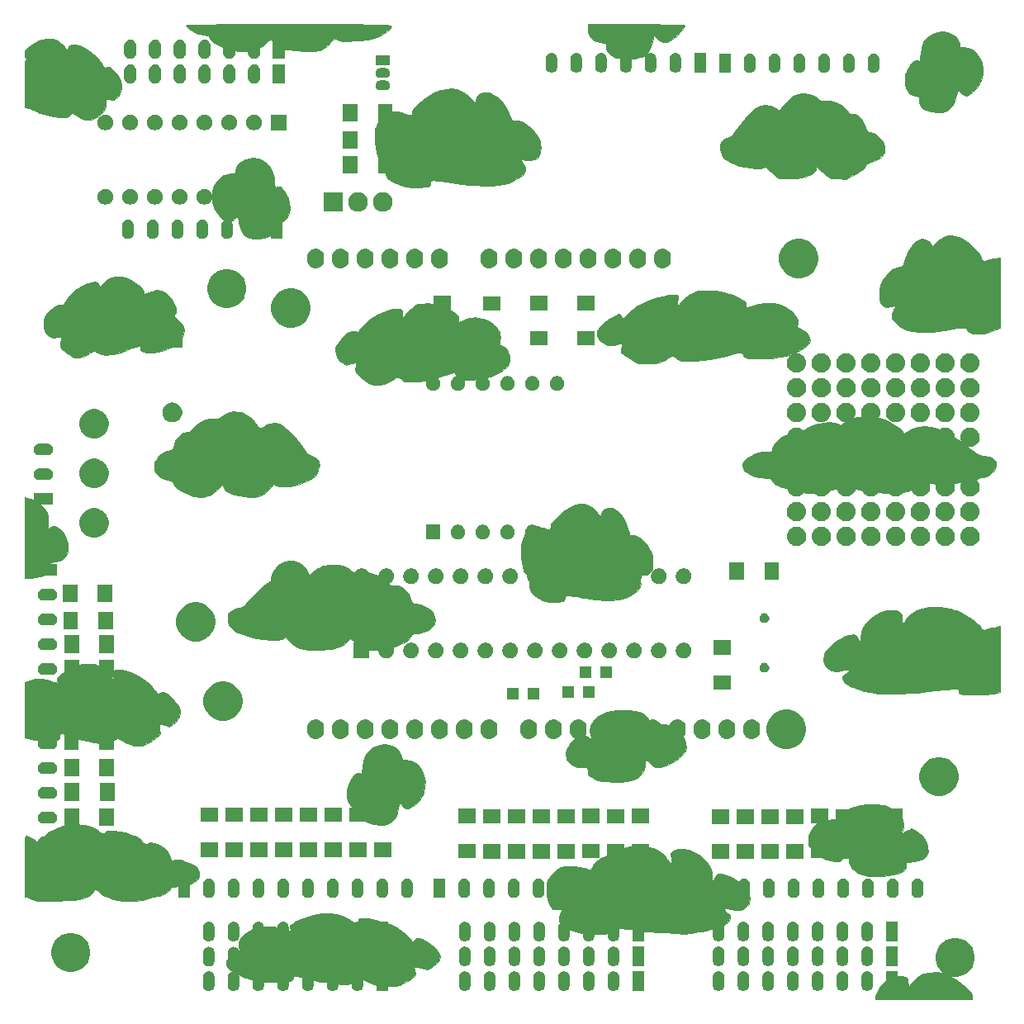
<source format=gbr>
G04 #@! TF.GenerationSoftware,KiCad,Pcbnew,5.1.4-e60b266~84~ubuntu19.04.1*
G04 #@! TF.CreationDate,2019-11-12T22:35:20-08:00*
G04 #@! TF.ProjectId,Luciebox,4c756369-6562-46f7-982e-6b696361645f,rev?*
G04 #@! TF.SameCoordinates,Original*
G04 #@! TF.FileFunction,Soldermask,Top*
G04 #@! TF.FilePolarity,Negative*
%FSLAX46Y46*%
G04 Gerber Fmt 4.6, Leading zero omitted, Abs format (unit mm)*
G04 Created by KiCad (PCBNEW 5.1.4-e60b266~84~ubuntu19.04.1) date 2019-11-12 22:35:20*
%MOMM*%
%LPD*%
G04 APERTURE LIST*
%ADD10C,0.010000*%
%ADD11C,0.100000*%
G04 APERTURE END LIST*
D10*
G36*
X32789408Y30549D02*
G01*
X33779711Y29001D01*
X34640983Y25637D01*
X35381284Y19924D01*
X36008674Y11325D01*
X36531213Y-696D01*
X36956961Y-16676D01*
X37293978Y-37150D01*
X37550325Y-62654D01*
X37734061Y-93725D01*
X37853246Y-130899D01*
X37915941Y-174712D01*
X37930205Y-225700D01*
X37904098Y-284399D01*
X37845681Y-351345D01*
X37763014Y-427075D01*
X37664156Y-512124D01*
X37557167Y-607030D01*
X37516716Y-645153D01*
X37136964Y-950661D01*
X36686135Y-1194497D01*
X36143528Y-1382914D01*
X35488447Y-1522163D01*
X34700191Y-1618494D01*
X34163956Y-1657750D01*
X33590709Y-1687699D01*
X33161862Y-1699263D01*
X32853298Y-1690652D01*
X32640896Y-1660077D01*
X32500541Y-1605749D01*
X32409552Y-1527624D01*
X32258495Y-1424550D01*
X32082673Y-1464478D01*
X31868438Y-1653417D01*
X31724686Y-1829064D01*
X31325584Y-2231731D01*
X30920353Y-2480003D01*
X30726605Y-2571799D01*
X30558021Y-2636559D01*
X30379983Y-2678741D01*
X30157872Y-2702804D01*
X29857069Y-2713208D01*
X29442954Y-2714411D01*
X29115333Y-2712501D01*
X28167777Y-2678238D01*
X27370999Y-2589914D01*
X26727240Y-2448146D01*
X26238741Y-2253555D01*
X25907742Y-2006760D01*
X25763459Y-1786012D01*
X25638193Y-1569748D01*
X25498577Y-1511699D01*
X25328772Y-1612154D01*
X25168035Y-1796975D01*
X24824020Y-2120452D01*
X24336729Y-2387171D01*
X23725534Y-2587482D01*
X23469140Y-2643355D01*
X22844629Y-2736414D01*
X22319958Y-2749388D01*
X21844456Y-2679786D01*
X21410667Y-2542159D01*
X21060341Y-2410092D01*
X20709145Y-2284004D01*
X20479333Y-2206356D01*
X19945436Y-1994350D01*
X19574316Y-1751685D01*
X19361693Y-1475382D01*
X19335833Y-1410000D01*
X19269334Y-1243086D01*
X19179363Y-1147032D01*
X19017510Y-1092933D01*
X18736192Y-1051985D01*
X18145168Y-932892D01*
X17630767Y-738031D01*
X17221575Y-481886D01*
X16946179Y-178945D01*
X16918446Y-130868D01*
X16909173Y-107263D01*
X16913758Y-86098D01*
X16940884Y-67240D01*
X16999229Y-50555D01*
X17097475Y-35910D01*
X17244301Y-23173D01*
X17448390Y-12210D01*
X17718421Y-2889D01*
X18063074Y4924D01*
X18491031Y11361D01*
X19010972Y16555D01*
X19631577Y20640D01*
X20361526Y23748D01*
X21209502Y26013D01*
X22184183Y27566D01*
X23294251Y28542D01*
X24548387Y29073D01*
X25955270Y29293D01*
X27376688Y29333D01*
X28963714Y29677D01*
X30389470Y30351D01*
X31662015Y30821D01*
X32789408Y30549D01*
X32789408Y30549D01*
G37*
X32789408Y30549D02*
X33779711Y29001D01*
X34640983Y25637D01*
X35381284Y19924D01*
X36008674Y11325D01*
X36531213Y-696D01*
X36956961Y-16676D01*
X37293978Y-37150D01*
X37550325Y-62654D01*
X37734061Y-93725D01*
X37853246Y-130899D01*
X37915941Y-174712D01*
X37930205Y-225700D01*
X37904098Y-284399D01*
X37845681Y-351345D01*
X37763014Y-427075D01*
X37664156Y-512124D01*
X37557167Y-607030D01*
X37516716Y-645153D01*
X37136964Y-950661D01*
X36686135Y-1194497D01*
X36143528Y-1382914D01*
X35488447Y-1522163D01*
X34700191Y-1618494D01*
X34163956Y-1657750D01*
X33590709Y-1687699D01*
X33161862Y-1699263D01*
X32853298Y-1690652D01*
X32640896Y-1660077D01*
X32500541Y-1605749D01*
X32409552Y-1527624D01*
X32258495Y-1424550D01*
X32082673Y-1464478D01*
X31868438Y-1653417D01*
X31724686Y-1829064D01*
X31325584Y-2231731D01*
X30920353Y-2480003D01*
X30726605Y-2571799D01*
X30558021Y-2636559D01*
X30379983Y-2678741D01*
X30157872Y-2702804D01*
X29857069Y-2713208D01*
X29442954Y-2714411D01*
X29115333Y-2712501D01*
X28167777Y-2678238D01*
X27370999Y-2589914D01*
X26727240Y-2448146D01*
X26238741Y-2253555D01*
X25907742Y-2006760D01*
X25763459Y-1786012D01*
X25638193Y-1569748D01*
X25498577Y-1511699D01*
X25328772Y-1612154D01*
X25168035Y-1796975D01*
X24824020Y-2120452D01*
X24336729Y-2387171D01*
X23725534Y-2587482D01*
X23469140Y-2643355D01*
X22844629Y-2736414D01*
X22319958Y-2749388D01*
X21844456Y-2679786D01*
X21410667Y-2542159D01*
X21060341Y-2410092D01*
X20709145Y-2284004D01*
X20479333Y-2206356D01*
X19945436Y-1994350D01*
X19574316Y-1751685D01*
X19361693Y-1475382D01*
X19335833Y-1410000D01*
X19269334Y-1243086D01*
X19179363Y-1147032D01*
X19017510Y-1092933D01*
X18736192Y-1051985D01*
X18145168Y-932892D01*
X17630767Y-738031D01*
X17221575Y-481886D01*
X16946179Y-178945D01*
X16918446Y-130868D01*
X16909173Y-107263D01*
X16913758Y-86098D01*
X16940884Y-67240D01*
X16999229Y-50555D01*
X17097475Y-35910D01*
X17244301Y-23173D01*
X17448390Y-12210D01*
X17718421Y-2889D01*
X18063074Y4924D01*
X18491031Y11361D01*
X19010972Y16555D01*
X19631577Y20640D01*
X20361526Y23748D01*
X21209502Y26013D01*
X22184183Y27566D01*
X23294251Y28542D01*
X24548387Y29073D01*
X25955270Y29293D01*
X27376688Y29333D01*
X28963714Y29677D01*
X30389470Y30351D01*
X31662015Y30821D01*
X32789408Y30549D01*
G36*
X64165448Y28249D02*
G01*
X65143674Y24916D01*
X65965444Y19214D01*
X66637189Y11021D01*
X67165342Y219D01*
X67556334Y-13315D01*
X67816596Y-29699D01*
X67952561Y-49055D01*
X67977333Y-63430D01*
X67914672Y-247783D01*
X67746742Y-501636D01*
X67503622Y-792731D01*
X67215392Y-1088810D01*
X66912131Y-1357615D01*
X66623920Y-1566889D01*
X66519648Y-1626672D01*
X66139868Y-1790553D01*
X65838992Y-1830012D01*
X65575130Y-1739297D01*
X65306392Y-1512656D01*
X65250031Y-1452333D01*
X65055652Y-1250751D01*
X64901589Y-1112643D01*
X64831645Y-1071333D01*
X64786601Y-1146431D01*
X64761721Y-1333827D01*
X64760000Y-1406865D01*
X64710821Y-1766556D01*
X64580484Y-2187899D01*
X64394785Y-2601268D01*
X64205168Y-2904324D01*
X63969132Y-3121892D01*
X63608873Y-3300933D01*
X63475742Y-3348824D01*
X63187233Y-3433368D01*
X62896438Y-3485582D01*
X62565295Y-3507325D01*
X62155745Y-3500458D01*
X61629725Y-3466839D01*
X61415583Y-3449477D01*
X60965281Y-3381025D01*
X60613196Y-3241829D01*
X60292642Y-2999621D01*
X60113803Y-2819601D01*
X59967963Y-2599362D01*
X59957761Y-2367768D01*
X59957770Y-2367725D01*
X59968628Y-2091638D01*
X59862975Y-1922179D01*
X59625389Y-1843566D01*
X59435542Y-1833333D01*
X58992255Y-1755069D01*
X58610744Y-1537224D01*
X58314729Y-1205217D01*
X58127931Y-784470D01*
X58072726Y-372833D01*
X58071333Y29333D01*
X63024333Y29333D01*
X64165448Y28249D01*
X64165448Y28249D01*
G37*
X64165448Y28249D02*
X65143674Y24916D01*
X65965444Y19214D01*
X66637189Y11021D01*
X67165342Y219D01*
X67556334Y-13315D01*
X67816596Y-29699D01*
X67952561Y-49055D01*
X67977333Y-63430D01*
X67914672Y-247783D01*
X67746742Y-501636D01*
X67503622Y-792731D01*
X67215392Y-1088810D01*
X66912131Y-1357615D01*
X66623920Y-1566889D01*
X66519648Y-1626672D01*
X66139868Y-1790553D01*
X65838992Y-1830012D01*
X65575130Y-1739297D01*
X65306392Y-1512656D01*
X65250031Y-1452333D01*
X65055652Y-1250751D01*
X64901589Y-1112643D01*
X64831645Y-1071333D01*
X64786601Y-1146431D01*
X64761721Y-1333827D01*
X64760000Y-1406865D01*
X64710821Y-1766556D01*
X64580484Y-2187899D01*
X64394785Y-2601268D01*
X64205168Y-2904324D01*
X63969132Y-3121892D01*
X63608873Y-3300933D01*
X63475742Y-3348824D01*
X63187233Y-3433368D01*
X62896438Y-3485582D01*
X62565295Y-3507325D01*
X62155745Y-3500458D01*
X61629725Y-3466839D01*
X61415583Y-3449477D01*
X60965281Y-3381025D01*
X60613196Y-3241829D01*
X60292642Y-2999621D01*
X60113803Y-2819601D01*
X59967963Y-2599362D01*
X59957761Y-2367768D01*
X59957770Y-2367725D01*
X59968628Y-2091638D01*
X59862975Y-1922179D01*
X59625389Y-1843566D01*
X59435542Y-1833333D01*
X58992255Y-1755069D01*
X58610744Y-1537224D01*
X58314729Y-1205217D01*
X58127931Y-784470D01*
X58072726Y-372833D01*
X58071333Y29333D01*
X63024333Y29333D01*
X64165448Y28249D01*
G36*
X3154571Y-1445708D02*
G01*
X3598280Y-1581490D01*
X4015662Y-1858795D01*
X4340232Y-2178648D01*
X4536004Y-2390195D01*
X4685436Y-2540172D01*
X4754850Y-2595333D01*
X4797465Y-2522530D01*
X4844481Y-2347076D01*
X4845182Y-2343591D01*
X4954229Y-2125000D01*
X5172233Y-2024311D01*
X5501969Y-2041758D01*
X5946210Y-2177576D01*
X6507729Y-2432000D01*
X6628771Y-2494220D01*
X7206253Y-2861281D01*
X7713676Y-3310839D01*
X8110980Y-3804643D01*
X8247676Y-4039949D01*
X8379108Y-4287778D01*
X8476477Y-4410353D01*
X8580001Y-4434594D01*
X8729895Y-4387420D01*
X8753000Y-4378202D01*
X8982748Y-4367159D01*
X9153444Y-4427769D01*
X9341051Y-4573111D01*
X9573368Y-4823064D01*
X9815530Y-5132766D01*
X10032668Y-5457358D01*
X10189918Y-5751979D01*
X10198801Y-5772754D01*
X10303805Y-6208924D01*
X10280810Y-6659264D01*
X10141962Y-7079022D01*
X9899406Y-7423450D01*
X9709686Y-7574997D01*
X9485704Y-7689497D01*
X9289770Y-7707716D01*
X9099083Y-7666576D01*
X8882341Y-7622889D01*
X8741290Y-7624088D01*
X8724846Y-7632931D01*
X8693715Y-7742303D01*
X8673492Y-7962848D01*
X8669286Y-8129350D01*
X8648121Y-8436124D01*
X8564484Y-8671341D01*
X8391494Y-8920710D01*
X8001826Y-9326548D01*
X7579647Y-9614547D01*
X7155225Y-9766672D01*
X6939318Y-9786034D01*
X6612241Y-9753882D01*
X6289273Y-9681722D01*
X6226008Y-9660642D01*
X5947452Y-9523291D01*
X5666068Y-9332869D01*
X5609229Y-9285607D01*
X5425322Y-9132794D01*
X5296343Y-9041442D01*
X5268731Y-9030000D01*
X5181391Y-9081111D01*
X5015981Y-9210772D01*
X4919030Y-9293688D01*
X4767224Y-9420694D01*
X4635962Y-9496222D01*
X4477840Y-9530579D01*
X4245455Y-9534072D01*
X3891853Y-9517035D01*
X3290681Y-9439592D01*
X2612976Y-9279099D01*
X1918567Y-9052904D01*
X1267282Y-8778356D01*
X1156981Y-8723996D01*
X884680Y-8606602D01*
X638267Y-8533744D01*
X543148Y-8522000D01*
X328667Y-8522000D01*
X328667Y-6073722D01*
X330358Y-5326192D01*
X335842Y-4733484D01*
X345736Y-4281116D01*
X360655Y-3954605D01*
X381217Y-3739471D01*
X408037Y-3621231D01*
X434500Y-3586639D01*
X497875Y-3530103D01*
X434500Y-3435650D01*
X367463Y-3283115D01*
X333608Y-3045124D01*
X332531Y-2980566D01*
X344621Y-2798656D01*
X395447Y-2659058D01*
X514168Y-2521271D01*
X729941Y-2344796D01*
X861698Y-2245530D01*
X1354038Y-1902201D01*
X1777655Y-1666996D01*
X2175333Y-1520605D01*
X2589856Y-1443719D01*
X2652392Y-1437335D01*
X3154571Y-1445708D01*
X3154571Y-1445708D01*
G37*
X3154571Y-1445708D02*
X3598280Y-1581490D01*
X4015662Y-1858795D01*
X4340232Y-2178648D01*
X4536004Y-2390195D01*
X4685436Y-2540172D01*
X4754850Y-2595333D01*
X4797465Y-2522530D01*
X4844481Y-2347076D01*
X4845182Y-2343591D01*
X4954229Y-2125000D01*
X5172233Y-2024311D01*
X5501969Y-2041758D01*
X5946210Y-2177576D01*
X6507729Y-2432000D01*
X6628771Y-2494220D01*
X7206253Y-2861281D01*
X7713676Y-3310839D01*
X8110980Y-3804643D01*
X8247676Y-4039949D01*
X8379108Y-4287778D01*
X8476477Y-4410353D01*
X8580001Y-4434594D01*
X8729895Y-4387420D01*
X8753000Y-4378202D01*
X8982748Y-4367159D01*
X9153444Y-4427769D01*
X9341051Y-4573111D01*
X9573368Y-4823064D01*
X9815530Y-5132766D01*
X10032668Y-5457358D01*
X10189918Y-5751979D01*
X10198801Y-5772754D01*
X10303805Y-6208924D01*
X10280810Y-6659264D01*
X10141962Y-7079022D01*
X9899406Y-7423450D01*
X9709686Y-7574997D01*
X9485704Y-7689497D01*
X9289770Y-7707716D01*
X9099083Y-7666576D01*
X8882341Y-7622889D01*
X8741290Y-7624088D01*
X8724846Y-7632931D01*
X8693715Y-7742303D01*
X8673492Y-7962848D01*
X8669286Y-8129350D01*
X8648121Y-8436124D01*
X8564484Y-8671341D01*
X8391494Y-8920710D01*
X8001826Y-9326548D01*
X7579647Y-9614547D01*
X7155225Y-9766672D01*
X6939318Y-9786034D01*
X6612241Y-9753882D01*
X6289273Y-9681722D01*
X6226008Y-9660642D01*
X5947452Y-9523291D01*
X5666068Y-9332869D01*
X5609229Y-9285607D01*
X5425322Y-9132794D01*
X5296343Y-9041442D01*
X5268731Y-9030000D01*
X5181391Y-9081111D01*
X5015981Y-9210772D01*
X4919030Y-9293688D01*
X4767224Y-9420694D01*
X4635962Y-9496222D01*
X4477840Y-9530579D01*
X4245455Y-9534072D01*
X3891853Y-9517035D01*
X3290681Y-9439592D01*
X2612976Y-9279099D01*
X1918567Y-9052904D01*
X1267282Y-8778356D01*
X1156981Y-8723996D01*
X884680Y-8606602D01*
X638267Y-8533744D01*
X543148Y-8522000D01*
X328667Y-8522000D01*
X328667Y-6073722D01*
X330358Y-5326192D01*
X335842Y-4733484D01*
X345736Y-4281116D01*
X360655Y-3954605D01*
X381217Y-3739471D01*
X408037Y-3621231D01*
X434500Y-3586639D01*
X497875Y-3530103D01*
X434500Y-3435650D01*
X367463Y-3283115D01*
X333608Y-3045124D01*
X332531Y-2980566D01*
X344621Y-2798656D01*
X395447Y-2659058D01*
X514168Y-2521271D01*
X729941Y-2344796D01*
X861698Y-2245530D01*
X1354038Y-1902201D01*
X1777655Y-1666996D01*
X2175333Y-1520605D01*
X2589856Y-1443719D01*
X2652392Y-1437335D01*
X3154571Y-1445708D01*
G36*
X80739058Y-7122298D02*
G01*
X81153883Y-7255447D01*
X81535460Y-7503492D01*
X81625743Y-7579848D01*
X81808823Y-7728160D01*
X81965018Y-7800646D01*
X82161775Y-7815500D01*
X82423919Y-7795162D01*
X82982935Y-7819382D01*
X83547284Y-7985409D01*
X84073564Y-8272881D01*
X84518371Y-8661438D01*
X84669594Y-8848679D01*
X84836469Y-9049264D01*
X84998441Y-9139790D01*
X85226486Y-9160848D01*
X85509388Y-9199657D01*
X85761438Y-9294553D01*
X85785320Y-9309147D01*
X86055976Y-9559458D01*
X86302076Y-9914978D01*
X86483285Y-10312318D01*
X86531609Y-10482016D01*
X86626617Y-10803147D01*
X86747613Y-10984858D01*
X86918728Y-11057056D01*
X86999571Y-11062000D01*
X87318428Y-11131482D01*
X87669187Y-11316768D01*
X88006224Y-11583120D01*
X88283914Y-11895800D01*
X88430951Y-12151840D01*
X88539932Y-12589435D01*
X88511827Y-13021050D01*
X88421296Y-13269207D01*
X88181174Y-13578016D01*
X87828388Y-13841932D01*
X87419407Y-14024209D01*
X87178223Y-14078105D01*
X86894613Y-14128135D01*
X86714097Y-14212578D01*
X86579186Y-14373965D01*
X86451326Y-14615890D01*
X86359817Y-14761981D01*
X86219643Y-14898967D01*
X86001186Y-15048325D01*
X85674825Y-15231535D01*
X85418667Y-15364715D01*
X84529667Y-15819315D01*
X83757264Y-15786715D01*
X83382272Y-15766838D01*
X83121542Y-15734537D01*
X82920042Y-15673770D01*
X82722739Y-15568493D01*
X82500080Y-15420233D01*
X82224538Y-15213067D01*
X81985949Y-15003386D01*
X81848550Y-14852175D01*
X81682155Y-14676727D01*
X81539857Y-14625429D01*
X81452637Y-14702556D01*
X81439333Y-14795697D01*
X81359656Y-15017383D01*
X81137744Y-15241432D01*
X80799280Y-15448339D01*
X80369943Y-15618594D01*
X80346503Y-15625810D01*
X79969931Y-15710450D01*
X79510142Y-15769310D01*
X79011732Y-15801477D01*
X78519294Y-15806040D01*
X78077423Y-15782087D01*
X77730714Y-15728707D01*
X77587000Y-15682213D01*
X77407973Y-15567612D01*
X77161719Y-15366741D01*
X76895082Y-15118475D01*
X76836091Y-15059057D01*
X76339183Y-14550393D01*
X76046076Y-14672861D01*
X75719851Y-14746475D01*
X75276580Y-14757432D01*
X74754565Y-14710466D01*
X74192106Y-14610307D01*
X73627505Y-14461688D01*
X73237455Y-14325882D01*
X72784469Y-14143907D01*
X72459827Y-13995375D01*
X72232039Y-13857815D01*
X72069614Y-13708759D01*
X71941061Y-13525737D01*
X71833706Y-13324286D01*
X71657551Y-12842812D01*
X71627346Y-12414506D01*
X71738222Y-12053961D01*
X71985315Y-11775769D01*
X72363758Y-11594526D01*
X72415184Y-11580632D01*
X72751707Y-11441841D01*
X72984865Y-11210450D01*
X73212022Y-10900763D01*
X73503265Y-10523415D01*
X73828806Y-10114989D01*
X74158858Y-9712071D01*
X74463634Y-9351245D01*
X74713346Y-9069097D01*
X74817398Y-8959730D01*
X75284182Y-8582005D01*
X75781244Y-8342077D01*
X76284459Y-8245663D01*
X76769701Y-8298483D01*
X77079000Y-8423603D01*
X77324069Y-8561623D01*
X77528234Y-8683727D01*
X77574228Y-8713387D01*
X77687131Y-8762026D01*
X77792884Y-8715570D01*
X77938689Y-8551321D01*
X77955228Y-8530191D01*
X78404634Y-7992240D01*
X78813680Y-7594829D01*
X79207145Y-7322199D01*
X79609810Y-7158587D01*
X80046455Y-7088231D01*
X80231010Y-7082667D01*
X80739058Y-7122298D01*
X80739058Y-7122298D01*
G37*
X80739058Y-7122298D02*
X81153883Y-7255447D01*
X81535460Y-7503492D01*
X81625743Y-7579848D01*
X81808823Y-7728160D01*
X81965018Y-7800646D01*
X82161775Y-7815500D01*
X82423919Y-7795162D01*
X82982935Y-7819382D01*
X83547284Y-7985409D01*
X84073564Y-8272881D01*
X84518371Y-8661438D01*
X84669594Y-8848679D01*
X84836469Y-9049264D01*
X84998441Y-9139790D01*
X85226486Y-9160848D01*
X85509388Y-9199657D01*
X85761438Y-9294553D01*
X85785320Y-9309147D01*
X86055976Y-9559458D01*
X86302076Y-9914978D01*
X86483285Y-10312318D01*
X86531609Y-10482016D01*
X86626617Y-10803147D01*
X86747613Y-10984858D01*
X86918728Y-11057056D01*
X86999571Y-11062000D01*
X87318428Y-11131482D01*
X87669187Y-11316768D01*
X88006224Y-11583120D01*
X88283914Y-11895800D01*
X88430951Y-12151840D01*
X88539932Y-12589435D01*
X88511827Y-13021050D01*
X88421296Y-13269207D01*
X88181174Y-13578016D01*
X87828388Y-13841932D01*
X87419407Y-14024209D01*
X87178223Y-14078105D01*
X86894613Y-14128135D01*
X86714097Y-14212578D01*
X86579186Y-14373965D01*
X86451326Y-14615890D01*
X86359817Y-14761981D01*
X86219643Y-14898967D01*
X86001186Y-15048325D01*
X85674825Y-15231535D01*
X85418667Y-15364715D01*
X84529667Y-15819315D01*
X83757264Y-15786715D01*
X83382272Y-15766838D01*
X83121542Y-15734537D01*
X82920042Y-15673770D01*
X82722739Y-15568493D01*
X82500080Y-15420233D01*
X82224538Y-15213067D01*
X81985949Y-15003386D01*
X81848550Y-14852175D01*
X81682155Y-14676727D01*
X81539857Y-14625429D01*
X81452637Y-14702556D01*
X81439333Y-14795697D01*
X81359656Y-15017383D01*
X81137744Y-15241432D01*
X80799280Y-15448339D01*
X80369943Y-15618594D01*
X80346503Y-15625810D01*
X79969931Y-15710450D01*
X79510142Y-15769310D01*
X79011732Y-15801477D01*
X78519294Y-15806040D01*
X78077423Y-15782087D01*
X77730714Y-15728707D01*
X77587000Y-15682213D01*
X77407973Y-15567612D01*
X77161719Y-15366741D01*
X76895082Y-15118475D01*
X76836091Y-15059057D01*
X76339183Y-14550393D01*
X76046076Y-14672861D01*
X75719851Y-14746475D01*
X75276580Y-14757432D01*
X74754565Y-14710466D01*
X74192106Y-14610307D01*
X73627505Y-14461688D01*
X73237455Y-14325882D01*
X72784469Y-14143907D01*
X72459827Y-13995375D01*
X72232039Y-13857815D01*
X72069614Y-13708759D01*
X71941061Y-13525737D01*
X71833706Y-13324286D01*
X71657551Y-12842812D01*
X71627346Y-12414506D01*
X71738222Y-12053961D01*
X71985315Y-11775769D01*
X72363758Y-11594526D01*
X72415184Y-11580632D01*
X72751707Y-11441841D01*
X72984865Y-11210450D01*
X73212022Y-10900763D01*
X73503265Y-10523415D01*
X73828806Y-10114989D01*
X74158858Y-9712071D01*
X74463634Y-9351245D01*
X74713346Y-9069097D01*
X74817398Y-8959730D01*
X75284182Y-8582005D01*
X75781244Y-8342077D01*
X76284459Y-8245663D01*
X76769701Y-8298483D01*
X77079000Y-8423603D01*
X77324069Y-8561623D01*
X77528234Y-8683727D01*
X77574228Y-8713387D01*
X77687131Y-8762026D01*
X77792884Y-8715570D01*
X77938689Y-8551321D01*
X77955228Y-8530191D01*
X78404634Y-7992240D01*
X78813680Y-7594829D01*
X79207145Y-7322199D01*
X79609810Y-7158587D01*
X80046455Y-7088231D01*
X80231010Y-7082667D01*
X80739058Y-7122298D01*
G36*
X44635516Y-6652292D02*
G01*
X45202725Y-6868663D01*
X45722872Y-7199017D01*
X46157646Y-7618596D01*
X46468738Y-8102638D01*
X46487271Y-8143717D01*
X46547745Y-8272506D01*
X46583170Y-8295933D01*
X46603679Y-8194081D01*
X46619406Y-7947035D01*
X46622938Y-7877070D01*
X46680543Y-7472584D01*
X46820786Y-7199901D01*
X47066688Y-7032329D01*
X47426781Y-6945127D01*
X47688232Y-6927537D01*
X47922702Y-6967076D01*
X48203813Y-7079064D01*
X48306377Y-7128162D01*
X48847312Y-7457058D01*
X49293592Y-7877129D01*
X49662600Y-8410390D01*
X49971721Y-9078853D01*
X50075679Y-9368667D01*
X50202629Y-9696406D01*
X50309618Y-9862213D01*
X50377185Y-9884284D01*
X50702934Y-9813184D01*
X50985233Y-9826091D01*
X51284909Y-9933515D01*
X51571376Y-10090589D01*
X51960334Y-10363729D01*
X52345313Y-10705586D01*
X52693161Y-11079605D01*
X52970722Y-11449227D01*
X53144844Y-11777895D01*
X53169151Y-11852387D01*
X53236940Y-12238167D01*
X53252643Y-12658698D01*
X53218774Y-13054228D01*
X53137847Y-13365009D01*
X53102489Y-13436690D01*
X52883553Y-13704957D01*
X52596729Y-13862990D01*
X52221154Y-13915447D01*
X51735969Y-13866984D01*
X51446167Y-13806461D01*
X51265451Y-13801723D01*
X51214197Y-13897077D01*
X51292487Y-14083369D01*
X51441933Y-14284017D01*
X51639695Y-14616159D01*
X51670243Y-14937452D01*
X51534083Y-15238968D01*
X51378433Y-15401686D01*
X51124104Y-15591127D01*
X50858643Y-15748221D01*
X50801584Y-15775011D01*
X50537535Y-15906159D01*
X50254367Y-16070202D01*
X50208918Y-16099264D01*
X49872454Y-16255330D01*
X49404234Y-16382347D01*
X48840170Y-16474956D01*
X48216174Y-16527797D01*
X47568159Y-16535511D01*
X47344861Y-16526694D01*
X46622068Y-16481136D01*
X45889954Y-16422789D01*
X45196405Y-16356144D01*
X44589310Y-16285692D01*
X44228333Y-16234453D01*
X43577503Y-16135401D01*
X43014309Y-16057568D01*
X42562435Y-16003943D01*
X42245564Y-15977518D01*
X42175167Y-15975281D01*
X41989405Y-15988415D01*
X41914131Y-16067143D01*
X41900000Y-16263113D01*
X41900000Y-16263294D01*
X41894111Y-16406079D01*
X41859061Y-16506806D01*
X41768773Y-16574734D01*
X41597172Y-16619121D01*
X41318182Y-16649226D01*
X40905728Y-16674305D01*
X40714667Y-16684134D01*
X40065448Y-16694729D01*
X39548545Y-16655219D01*
X39360000Y-16620291D01*
X38897739Y-16482878D01*
X38435775Y-16295046D01*
X38020003Y-16079518D01*
X37696318Y-15859018D01*
X37562429Y-15730278D01*
X37332297Y-15342325D01*
X37268718Y-14923928D01*
X37360225Y-14505684D01*
X37445437Y-14241427D01*
X37493443Y-14012762D01*
X37497333Y-13958002D01*
X37479712Y-13837761D01*
X37395142Y-13797788D01*
X37196066Y-13817530D01*
X37178685Y-13820286D01*
X36935132Y-13834443D01*
X36772905Y-13765052D01*
X36703210Y-13697949D01*
X36549979Y-13441880D01*
X36417769Y-13054382D01*
X36314867Y-12572878D01*
X36249560Y-12034793D01*
X36229798Y-11560209D01*
X36232955Y-11167534D01*
X36253468Y-10885473D01*
X36303654Y-10655381D01*
X36395829Y-10418615D01*
X36526286Y-10148513D01*
X36808808Y-9661587D01*
X37108973Y-9316634D01*
X37456489Y-9086728D01*
X37844827Y-8953371D01*
X38101942Y-8899895D01*
X38312688Y-8887023D01*
X38541016Y-8919023D01*
X38850876Y-9000160D01*
X38941465Y-9026534D01*
X39375986Y-9153274D01*
X39675034Y-9232055D01*
X39866015Y-9261226D01*
X39976334Y-9239136D01*
X40033397Y-9164135D01*
X40064609Y-9034572D01*
X40077507Y-8958113D01*
X40132158Y-8756504D01*
X40240596Y-8571745D01*
X40433050Y-8362114D01*
X40657854Y-8157204D01*
X41458115Y-7523695D01*
X42230460Y-7053466D01*
X42980631Y-6743846D01*
X43714376Y-6592162D01*
X44059556Y-6574667D01*
X44635516Y-6652292D01*
X44635516Y-6652292D01*
G37*
X44635516Y-6652292D02*
X45202725Y-6868663D01*
X45722872Y-7199017D01*
X46157646Y-7618596D01*
X46468738Y-8102638D01*
X46487271Y-8143717D01*
X46547745Y-8272506D01*
X46583170Y-8295933D01*
X46603679Y-8194081D01*
X46619406Y-7947035D01*
X46622938Y-7877070D01*
X46680543Y-7472584D01*
X46820786Y-7199901D01*
X47066688Y-7032329D01*
X47426781Y-6945127D01*
X47688232Y-6927537D01*
X47922702Y-6967076D01*
X48203813Y-7079064D01*
X48306377Y-7128162D01*
X48847312Y-7457058D01*
X49293592Y-7877129D01*
X49662600Y-8410390D01*
X49971721Y-9078853D01*
X50075679Y-9368667D01*
X50202629Y-9696406D01*
X50309618Y-9862213D01*
X50377185Y-9884284D01*
X50702934Y-9813184D01*
X50985233Y-9826091D01*
X51284909Y-9933515D01*
X51571376Y-10090589D01*
X51960334Y-10363729D01*
X52345313Y-10705586D01*
X52693161Y-11079605D01*
X52970722Y-11449227D01*
X53144844Y-11777895D01*
X53169151Y-11852387D01*
X53236940Y-12238167D01*
X53252643Y-12658698D01*
X53218774Y-13054228D01*
X53137847Y-13365009D01*
X53102489Y-13436690D01*
X52883553Y-13704957D01*
X52596729Y-13862990D01*
X52221154Y-13915447D01*
X51735969Y-13866984D01*
X51446167Y-13806461D01*
X51265451Y-13801723D01*
X51214197Y-13897077D01*
X51292487Y-14083369D01*
X51441933Y-14284017D01*
X51639695Y-14616159D01*
X51670243Y-14937452D01*
X51534083Y-15238968D01*
X51378433Y-15401686D01*
X51124104Y-15591127D01*
X50858643Y-15748221D01*
X50801584Y-15775011D01*
X50537535Y-15906159D01*
X50254367Y-16070202D01*
X50208918Y-16099264D01*
X49872454Y-16255330D01*
X49404234Y-16382347D01*
X48840170Y-16474956D01*
X48216174Y-16527797D01*
X47568159Y-16535511D01*
X47344861Y-16526694D01*
X46622068Y-16481136D01*
X45889954Y-16422789D01*
X45196405Y-16356144D01*
X44589310Y-16285692D01*
X44228333Y-16234453D01*
X43577503Y-16135401D01*
X43014309Y-16057568D01*
X42562435Y-16003943D01*
X42245564Y-15977518D01*
X42175167Y-15975281D01*
X41989405Y-15988415D01*
X41914131Y-16067143D01*
X41900000Y-16263113D01*
X41900000Y-16263294D01*
X41894111Y-16406079D01*
X41859061Y-16506806D01*
X41768773Y-16574734D01*
X41597172Y-16619121D01*
X41318182Y-16649226D01*
X40905728Y-16674305D01*
X40714667Y-16684134D01*
X40065448Y-16694729D01*
X39548545Y-16655219D01*
X39360000Y-16620291D01*
X38897739Y-16482878D01*
X38435775Y-16295046D01*
X38020003Y-16079518D01*
X37696318Y-15859018D01*
X37562429Y-15730278D01*
X37332297Y-15342325D01*
X37268718Y-14923928D01*
X37360225Y-14505684D01*
X37445437Y-14241427D01*
X37493443Y-14012762D01*
X37497333Y-13958002D01*
X37479712Y-13837761D01*
X37395142Y-13797788D01*
X37196066Y-13817530D01*
X37178685Y-13820286D01*
X36935132Y-13834443D01*
X36772905Y-13765052D01*
X36703210Y-13697949D01*
X36549979Y-13441880D01*
X36417769Y-13054382D01*
X36314867Y-12572878D01*
X36249560Y-12034793D01*
X36229798Y-11560209D01*
X36232955Y-11167534D01*
X36253468Y-10885473D01*
X36303654Y-10655381D01*
X36395829Y-10418615D01*
X36526286Y-10148513D01*
X36808808Y-9661587D01*
X37108973Y-9316634D01*
X37456489Y-9086728D01*
X37844827Y-8953371D01*
X38101942Y-8899895D01*
X38312688Y-8887023D01*
X38541016Y-8919023D01*
X38850876Y-9000160D01*
X38941465Y-9026534D01*
X39375986Y-9153274D01*
X39675034Y-9232055D01*
X39866015Y-9261226D01*
X39976334Y-9239136D01*
X40033397Y-9164135D01*
X40064609Y-9034572D01*
X40077507Y-8958113D01*
X40132158Y-8756504D01*
X40240596Y-8571745D01*
X40433050Y-8362114D01*
X40657854Y-8157204D01*
X41458115Y-7523695D01*
X42230460Y-7053466D01*
X42980631Y-6743846D01*
X43714376Y-6592162D01*
X44059556Y-6574667D01*
X44635516Y-6652292D01*
G36*
X24313783Y-13758197D02*
G01*
X24817843Y-13971206D01*
X25261170Y-14325482D01*
X25580737Y-14713952D01*
X25787024Y-15144389D01*
X25896219Y-15659133D01*
X25922720Y-16056004D01*
X25943063Y-16430129D01*
X25985256Y-16649898D01*
X26056600Y-16729660D01*
X26164395Y-16683767D01*
X26217437Y-16635363D01*
X26379446Y-16576253D01*
X26582616Y-16655865D01*
X26807454Y-16854827D01*
X27034465Y-17153763D01*
X27244154Y-17533301D01*
X27336516Y-17747510D01*
X27498214Y-18315629D01*
X27534763Y-18851844D01*
X27453928Y-19334655D01*
X27263477Y-19742562D01*
X26971176Y-20054065D01*
X26584792Y-20247665D01*
X26419879Y-20285054D01*
X26235449Y-20323671D01*
X26140395Y-20394542D01*
X26099769Y-20546685D01*
X26083127Y-20757375D01*
X25992553Y-21158714D01*
X25772575Y-21474010D01*
X25416763Y-21707606D01*
X24918685Y-21863845D01*
X24327056Y-21943165D01*
X23965507Y-21963447D01*
X23709364Y-21953079D01*
X23496124Y-21903328D01*
X23263287Y-21805463D01*
X23231000Y-21790042D01*
X22895366Y-21575967D01*
X22645759Y-21284146D01*
X22463071Y-20884448D01*
X22333696Y-20375333D01*
X22268576Y-20081068D01*
X22203685Y-19852130D01*
X22156283Y-19743643D01*
X22059025Y-19747183D01*
X21896877Y-19872871D01*
X21837849Y-19934143D01*
X21548185Y-20151141D01*
X21230698Y-20204168D01*
X20891675Y-20095116D01*
X20537406Y-19825874D01*
X20207633Y-19444000D01*
X19927532Y-19054107D01*
X19739361Y-18747898D01*
X19625356Y-18480056D01*
X19567759Y-18205260D01*
X19548806Y-17878192D01*
X19548000Y-17760909D01*
X19582534Y-17171628D01*
X19698065Y-16691149D01*
X19912486Y-16271142D01*
X20243688Y-15863273D01*
X20254838Y-15851534D01*
X20491437Y-15612790D01*
X20672626Y-15470213D01*
X20855058Y-15393020D01*
X21095384Y-15350430D01*
X21199000Y-15338510D01*
X21547146Y-15296993D01*
X21759940Y-15254354D01*
X21870624Y-15193654D01*
X21912439Y-15097957D01*
X21918667Y-14971845D01*
X21998451Y-14628007D01*
X22218401Y-14309322D01*
X22549411Y-14036377D01*
X22962372Y-13829760D01*
X23428179Y-13710057D01*
X23733015Y-13688526D01*
X24313783Y-13758197D01*
X24313783Y-13758197D01*
G37*
X24313783Y-13758197D02*
X24817843Y-13971206D01*
X25261170Y-14325482D01*
X25580737Y-14713952D01*
X25787024Y-15144389D01*
X25896219Y-15659133D01*
X25922720Y-16056004D01*
X25943063Y-16430129D01*
X25985256Y-16649898D01*
X26056600Y-16729660D01*
X26164395Y-16683767D01*
X26217437Y-16635363D01*
X26379446Y-16576253D01*
X26582616Y-16655865D01*
X26807454Y-16854827D01*
X27034465Y-17153763D01*
X27244154Y-17533301D01*
X27336516Y-17747510D01*
X27498214Y-18315629D01*
X27534763Y-18851844D01*
X27453928Y-19334655D01*
X27263477Y-19742562D01*
X26971176Y-20054065D01*
X26584792Y-20247665D01*
X26419879Y-20285054D01*
X26235449Y-20323671D01*
X26140395Y-20394542D01*
X26099769Y-20546685D01*
X26083127Y-20757375D01*
X25992553Y-21158714D01*
X25772575Y-21474010D01*
X25416763Y-21707606D01*
X24918685Y-21863845D01*
X24327056Y-21943165D01*
X23965507Y-21963447D01*
X23709364Y-21953079D01*
X23496124Y-21903328D01*
X23263287Y-21805463D01*
X23231000Y-21790042D01*
X22895366Y-21575967D01*
X22645759Y-21284146D01*
X22463071Y-20884448D01*
X22333696Y-20375333D01*
X22268576Y-20081068D01*
X22203685Y-19852130D01*
X22156283Y-19743643D01*
X22059025Y-19747183D01*
X21896877Y-19872871D01*
X21837849Y-19934143D01*
X21548185Y-20151141D01*
X21230698Y-20204168D01*
X20891675Y-20095116D01*
X20537406Y-19825874D01*
X20207633Y-19444000D01*
X19927532Y-19054107D01*
X19739361Y-18747898D01*
X19625356Y-18480056D01*
X19567759Y-18205260D01*
X19548806Y-17878192D01*
X19548000Y-17760909D01*
X19582534Y-17171628D01*
X19698065Y-16691149D01*
X19912486Y-16271142D01*
X20243688Y-15863273D01*
X20254838Y-15851534D01*
X20491437Y-15612790D01*
X20672626Y-15470213D01*
X20855058Y-15393020D01*
X21095384Y-15350430D01*
X21199000Y-15338510D01*
X21547146Y-15296993D01*
X21759940Y-15254354D01*
X21870624Y-15193654D01*
X21912439Y-15097957D01*
X21918667Y-14971845D01*
X21998451Y-14628007D01*
X22218401Y-14309322D01*
X22549411Y-14036377D01*
X22962372Y-13829760D01*
X23428179Y-13710057D01*
X23733015Y-13688526D01*
X24313783Y-13758197D01*
G36*
X95726339Y-21668654D02*
G01*
X96146321Y-21799124D01*
X96548432Y-21976140D01*
X96653520Y-22033840D01*
X96863402Y-22180501D01*
X97148181Y-22413081D01*
X97465239Y-22695579D01*
X97684735Y-22904904D01*
X98010466Y-23237201D01*
X98226912Y-23490505D01*
X98355538Y-23693424D01*
X98417809Y-23874567D01*
X98419739Y-23884485D01*
X98502770Y-24137346D01*
X98644326Y-24244473D01*
X98868322Y-24215992D01*
X99036529Y-24145615D01*
X99302934Y-24052335D01*
X99641433Y-23977865D01*
X99833167Y-23952511D01*
X100320000Y-23907815D01*
X100319907Y-27496741D01*
X100319815Y-31085667D01*
X99663741Y-31382000D01*
X99285842Y-31540727D01*
X98972732Y-31634149D01*
X98642309Y-31681166D01*
X98288000Y-31698721D01*
X97886882Y-31695712D01*
X97533101Y-31667011D01*
X97285547Y-31617544D01*
X97275446Y-31614054D01*
X97026752Y-31467619D01*
X96933372Y-31297333D01*
X96878360Y-31163003D01*
X96761288Y-31094030D01*
X96531212Y-31062625D01*
X96499082Y-31060419D01*
X96221199Y-31071608D01*
X95860057Y-31125102D01*
X95492950Y-31209392D01*
X95486489Y-31211197D01*
X95088050Y-31299129D01*
X94555740Y-31380320D01*
X93925008Y-31449902D01*
X93482311Y-31486365D01*
X92648389Y-31529778D01*
X91952740Y-31524594D01*
X91369702Y-31464625D01*
X90873611Y-31343686D01*
X90438804Y-31155590D01*
X90039618Y-30894151D01*
X89663339Y-30565762D01*
X89429849Y-30333421D01*
X89296992Y-30171161D01*
X89241360Y-30033790D01*
X89239542Y-29876120D01*
X89252015Y-29771698D01*
X89313864Y-29511508D01*
X89408301Y-29305580D01*
X89433158Y-29273262D01*
X89540589Y-29096452D01*
X89559553Y-28935967D01*
X89487526Y-28846746D01*
X89452967Y-28842000D01*
X89295709Y-28868567D01*
X89081292Y-28931699D01*
X88748947Y-28965190D01*
X88433155Y-28852315D01*
X88178648Y-28613681D01*
X88100256Y-28479787D01*
X88000654Y-28134124D01*
X87964953Y-27692892D01*
X87992734Y-27217166D01*
X88083577Y-26768018D01*
X88112623Y-26676989D01*
X88330222Y-26205707D01*
X88634325Y-25762509D01*
X88995208Y-25376383D01*
X89383151Y-25076315D01*
X89768432Y-24891295D01*
X89988588Y-24847371D01*
X90226204Y-24819302D01*
X90350926Y-24753080D01*
X90419180Y-24608480D01*
X90442205Y-24524000D01*
X90667776Y-23821054D01*
X90957587Y-23198639D01*
X91296760Y-22680684D01*
X91670414Y-22291118D01*
X91944805Y-22107481D01*
X92330835Y-21986682D01*
X92698364Y-22019849D01*
X93015829Y-22203425D01*
X93045179Y-22231487D01*
X93201973Y-22418691D01*
X93287399Y-22579839D01*
X93292667Y-22612487D01*
X93330471Y-22730558D01*
X93446176Y-22706790D01*
X93643213Y-22539684D01*
X93772638Y-22402648D01*
X94159263Y-22049523D01*
X94594466Y-21773483D01*
X95019698Y-21611149D01*
X95048090Y-21604883D01*
X95342318Y-21599112D01*
X95726339Y-21668654D01*
X95726339Y-21668654D01*
G37*
X95726339Y-21668654D02*
X96146321Y-21799124D01*
X96548432Y-21976140D01*
X96653520Y-22033840D01*
X96863402Y-22180501D01*
X97148181Y-22413081D01*
X97465239Y-22695579D01*
X97684735Y-22904904D01*
X98010466Y-23237201D01*
X98226912Y-23490505D01*
X98355538Y-23693424D01*
X98417809Y-23874567D01*
X98419739Y-23884485D01*
X98502770Y-24137346D01*
X98644326Y-24244473D01*
X98868322Y-24215992D01*
X99036529Y-24145615D01*
X99302934Y-24052335D01*
X99641433Y-23977865D01*
X99833167Y-23952511D01*
X100320000Y-23907815D01*
X100319907Y-27496741D01*
X100319815Y-31085667D01*
X99663741Y-31382000D01*
X99285842Y-31540727D01*
X98972732Y-31634149D01*
X98642309Y-31681166D01*
X98288000Y-31698721D01*
X97886882Y-31695712D01*
X97533101Y-31667011D01*
X97285547Y-31617544D01*
X97275446Y-31614054D01*
X97026752Y-31467619D01*
X96933372Y-31297333D01*
X96878360Y-31163003D01*
X96761288Y-31094030D01*
X96531212Y-31062625D01*
X96499082Y-31060419D01*
X96221199Y-31071608D01*
X95860057Y-31125102D01*
X95492950Y-31209392D01*
X95486489Y-31211197D01*
X95088050Y-31299129D01*
X94555740Y-31380320D01*
X93925008Y-31449902D01*
X93482311Y-31486365D01*
X92648389Y-31529778D01*
X91952740Y-31524594D01*
X91369702Y-31464625D01*
X90873611Y-31343686D01*
X90438804Y-31155590D01*
X90039618Y-30894151D01*
X89663339Y-30565762D01*
X89429849Y-30333421D01*
X89296992Y-30171161D01*
X89241360Y-30033790D01*
X89239542Y-29876120D01*
X89252015Y-29771698D01*
X89313864Y-29511508D01*
X89408301Y-29305580D01*
X89433158Y-29273262D01*
X89540589Y-29096452D01*
X89559553Y-28935967D01*
X89487526Y-28846746D01*
X89452967Y-28842000D01*
X89295709Y-28868567D01*
X89081292Y-28931699D01*
X88748947Y-28965190D01*
X88433155Y-28852315D01*
X88178648Y-28613681D01*
X88100256Y-28479787D01*
X88000654Y-28134124D01*
X87964953Y-27692892D01*
X87992734Y-27217166D01*
X88083577Y-26768018D01*
X88112623Y-26676989D01*
X88330222Y-26205707D01*
X88634325Y-25762509D01*
X88995208Y-25376383D01*
X89383151Y-25076315D01*
X89768432Y-24891295D01*
X89988588Y-24847371D01*
X90226204Y-24819302D01*
X90350926Y-24753080D01*
X90419180Y-24608480D01*
X90442205Y-24524000D01*
X90667776Y-23821054D01*
X90957587Y-23198639D01*
X91296760Y-22680684D01*
X91670414Y-22291118D01*
X91944805Y-22107481D01*
X92330835Y-21986682D01*
X92698364Y-22019849D01*
X93015829Y-22203425D01*
X93045179Y-22231487D01*
X93201973Y-22418691D01*
X93287399Y-22579839D01*
X93292667Y-22612487D01*
X93330471Y-22730558D01*
X93446176Y-22706790D01*
X93643213Y-22539684D01*
X93772638Y-22402648D01*
X94159263Y-22049523D01*
X94594466Y-21773483D01*
X95019698Y-21611149D01*
X95048090Y-21604883D01*
X95342318Y-21599112D01*
X95726339Y-21668654D01*
G36*
X10192333Y-25827606D02*
G01*
X10800307Y-25961716D01*
X11388274Y-26241865D01*
X11977294Y-26678350D01*
X12033833Y-26728110D01*
X12300823Y-26982031D01*
X12453189Y-27173625D01*
X12515470Y-27337042D01*
X12520667Y-27405644D01*
X12520667Y-27649078D01*
X13072933Y-27441206D01*
X13386936Y-27334818D01*
X13668029Y-27259869D01*
X13846276Y-27233333D01*
X14333606Y-27314008D01*
X14800305Y-27540550D01*
X15216655Y-27889737D01*
X15552936Y-28338349D01*
X15725870Y-28702014D01*
X15846340Y-29051863D01*
X15896074Y-29294956D01*
X15877375Y-29477306D01*
X15792544Y-29644929D01*
X15774376Y-29671479D01*
X15713679Y-29774129D01*
X15711349Y-29866255D01*
X15785761Y-29982843D01*
X15955294Y-30158876D01*
X16106708Y-30304151D01*
X16434653Y-30668170D01*
X16615981Y-31014270D01*
X16663555Y-31381455D01*
X16595941Y-31787718D01*
X16411235Y-32233285D01*
X16103654Y-32617209D01*
X15655941Y-32957513D01*
X15275430Y-33166912D01*
X14450841Y-33489721D01*
X13610635Y-33648272D01*
X13189467Y-33667509D01*
X12836672Y-33641544D01*
X12536722Y-33571443D01*
X12329736Y-33470277D01*
X12256083Y-33363384D01*
X12231854Y-33194320D01*
X12224333Y-33160000D01*
X12193381Y-32996842D01*
X12192583Y-32990667D01*
X12142193Y-32920411D01*
X12004029Y-32922979D01*
X11758113Y-33002470D01*
X11410544Y-33151131D01*
X10634077Y-33468203D01*
X9909321Y-33695693D01*
X9252168Y-33831670D01*
X8678511Y-33874207D01*
X8204243Y-33821372D01*
X7845256Y-33671237D01*
X7750004Y-33595550D01*
X7573195Y-33456970D01*
X7421028Y-33432140D01*
X7241540Y-33525577D01*
X7083779Y-33653444D01*
X6688775Y-33921659D01*
X6257438Y-34095308D01*
X5830467Y-34166184D01*
X5448560Y-34126077D01*
X5229553Y-34027387D01*
X5024675Y-33891718D01*
X4759964Y-33717666D01*
X4636886Y-33637100D01*
X4390479Y-33459702D01*
X4185563Y-33284195D01*
X4119382Y-33213767D01*
X3999336Y-32945880D01*
X3979755Y-32601452D01*
X4056369Y-32264769D01*
X4108364Y-32078066D01*
X4066713Y-31989877D01*
X3908971Y-31987392D01*
X3667648Y-32042879D01*
X3405676Y-32098116D01*
X3210958Y-32084354D01*
X2992865Y-31993807D01*
X2971869Y-31983103D01*
X2642217Y-31743970D01*
X2433101Y-31416600D01*
X2333856Y-30980010D01*
X2322121Y-30704667D01*
X2344716Y-30319926D01*
X2424518Y-30007502D01*
X2584094Y-29726026D01*
X2846013Y-29434125D01*
X3177030Y-29137517D01*
X3460278Y-28904232D01*
X3657622Y-28766512D01*
X3807378Y-28704844D01*
X3947864Y-28699715D01*
X4016081Y-28710242D01*
X4175549Y-28728322D01*
X4291491Y-28689008D01*
X4406802Y-28562014D01*
X4557787Y-28327772D01*
X5060003Y-27672179D01*
X5697681Y-27117859D01*
X6310595Y-26744493D01*
X6798289Y-26526113D01*
X7220660Y-26404837D01*
X7561370Y-26380687D01*
X7804081Y-26453686D01*
X7932453Y-26623857D01*
X7948667Y-26742267D01*
X7965694Y-26870623D01*
X7985478Y-26894667D01*
X8058486Y-26839151D01*
X8218467Y-26692159D01*
X8433738Y-26483022D01*
X8481456Y-26435501D01*
X8882822Y-26091665D01*
X9279905Y-25889348D01*
X9724293Y-25810219D01*
X10192333Y-25827606D01*
X10192333Y-25827606D01*
G37*
X10192333Y-25827606D02*
X10800307Y-25961716D01*
X11388274Y-26241865D01*
X11977294Y-26678350D01*
X12033833Y-26728110D01*
X12300823Y-26982031D01*
X12453189Y-27173625D01*
X12515470Y-27337042D01*
X12520667Y-27405644D01*
X12520667Y-27649078D01*
X13072933Y-27441206D01*
X13386936Y-27334818D01*
X13668029Y-27259869D01*
X13846276Y-27233333D01*
X14333606Y-27314008D01*
X14800305Y-27540550D01*
X15216655Y-27889737D01*
X15552936Y-28338349D01*
X15725870Y-28702014D01*
X15846340Y-29051863D01*
X15896074Y-29294956D01*
X15877375Y-29477306D01*
X15792544Y-29644929D01*
X15774376Y-29671479D01*
X15713679Y-29774129D01*
X15711349Y-29866255D01*
X15785761Y-29982843D01*
X15955294Y-30158876D01*
X16106708Y-30304151D01*
X16434653Y-30668170D01*
X16615981Y-31014270D01*
X16663555Y-31381455D01*
X16595941Y-31787718D01*
X16411235Y-32233285D01*
X16103654Y-32617209D01*
X15655941Y-32957513D01*
X15275430Y-33166912D01*
X14450841Y-33489721D01*
X13610635Y-33648272D01*
X13189467Y-33667509D01*
X12836672Y-33641544D01*
X12536722Y-33571443D01*
X12329736Y-33470277D01*
X12256083Y-33363384D01*
X12231854Y-33194320D01*
X12224333Y-33160000D01*
X12193381Y-32996842D01*
X12192583Y-32990667D01*
X12142193Y-32920411D01*
X12004029Y-32922979D01*
X11758113Y-33002470D01*
X11410544Y-33151131D01*
X10634077Y-33468203D01*
X9909321Y-33695693D01*
X9252168Y-33831670D01*
X8678511Y-33874207D01*
X8204243Y-33821372D01*
X7845256Y-33671237D01*
X7750004Y-33595550D01*
X7573195Y-33456970D01*
X7421028Y-33432140D01*
X7241540Y-33525577D01*
X7083779Y-33653444D01*
X6688775Y-33921659D01*
X6257438Y-34095308D01*
X5830467Y-34166184D01*
X5448560Y-34126077D01*
X5229553Y-34027387D01*
X5024675Y-33891718D01*
X4759964Y-33717666D01*
X4636886Y-33637100D01*
X4390479Y-33459702D01*
X4185563Y-33284195D01*
X4119382Y-33213767D01*
X3999336Y-32945880D01*
X3979755Y-32601452D01*
X4056369Y-32264769D01*
X4108364Y-32078066D01*
X4066713Y-31989877D01*
X3908971Y-31987392D01*
X3667648Y-32042879D01*
X3405676Y-32098116D01*
X3210958Y-32084354D01*
X2992865Y-31993807D01*
X2971869Y-31983103D01*
X2642217Y-31743970D01*
X2433101Y-31416600D01*
X2333856Y-30980010D01*
X2322121Y-30704667D01*
X2344716Y-30319926D01*
X2424518Y-30007502D01*
X2584094Y-29726026D01*
X2846013Y-29434125D01*
X3177030Y-29137517D01*
X3460278Y-28904232D01*
X3657622Y-28766512D01*
X3807378Y-28704844D01*
X3947864Y-28699715D01*
X4016081Y-28710242D01*
X4175549Y-28728322D01*
X4291491Y-28689008D01*
X4406802Y-28562014D01*
X4557787Y-28327772D01*
X5060003Y-27672179D01*
X5697681Y-27117859D01*
X6310595Y-26744493D01*
X6798289Y-26526113D01*
X7220660Y-26404837D01*
X7561370Y-26380687D01*
X7804081Y-26453686D01*
X7932453Y-26623857D01*
X7948667Y-26742267D01*
X7965694Y-26870623D01*
X7985478Y-26894667D01*
X8058486Y-26839151D01*
X8218467Y-26692159D01*
X8433738Y-26483022D01*
X8481456Y-26435501D01*
X8882822Y-26091665D01*
X9279905Y-25889348D01*
X9724293Y-25810219D01*
X10192333Y-25827606D01*
G36*
X71145721Y-27295999D02*
G01*
X71756966Y-27366097D01*
X72321246Y-27499613D01*
X72897797Y-27710199D01*
X73480667Y-27979137D01*
X73862227Y-28175348D01*
X74111322Y-28325274D01*
X74252390Y-28446317D01*
X74309869Y-28555873D01*
X74312666Y-28571493D01*
X74292748Y-28779471D01*
X74237101Y-28891039D01*
X74165087Y-29020024D01*
X74235679Y-29062407D01*
X74449868Y-29018195D01*
X74787675Y-28895825D01*
X75584714Y-28650951D01*
X76379284Y-28547690D01*
X77148991Y-28583332D01*
X77871441Y-28755168D01*
X78524239Y-29060488D01*
X78986559Y-29403777D01*
X79305087Y-29749496D01*
X79515808Y-30103487D01*
X79604156Y-30434394D01*
X79574225Y-30668756D01*
X79529243Y-30823148D01*
X79549739Y-30941393D01*
X79660201Y-31054941D01*
X79885118Y-31195247D01*
X80058700Y-31290993D01*
X80425971Y-31552319D01*
X80693046Y-31868787D01*
X80832627Y-32204039D01*
X80846667Y-32340367D01*
X80772481Y-32582171D01*
X80568916Y-32857293D01*
X80264455Y-33137798D01*
X79887585Y-33395749D01*
X79632852Y-33530778D01*
X79041246Y-33777012D01*
X78419690Y-33963800D01*
X77733588Y-34098012D01*
X76948343Y-34186517D01*
X76090498Y-34234118D01*
X75487048Y-34251329D01*
X75030521Y-34254642D01*
X74699026Y-34243365D01*
X74470669Y-34216808D01*
X74333665Y-34178622D01*
X74153058Y-34084840D01*
X74064116Y-34001837D01*
X74062750Y-33996395D01*
X74043773Y-33844982D01*
X74041583Y-33825394D01*
X73972810Y-33676638D01*
X73799199Y-33614682D01*
X73506527Y-33638346D01*
X73082578Y-33745848D01*
X72316222Y-33954988D01*
X71493595Y-34141597D01*
X70658567Y-34298206D01*
X69855006Y-34417345D01*
X69126783Y-34491547D01*
X68572221Y-34513735D01*
X68069554Y-34498949D01*
X67696914Y-34450519D01*
X67416794Y-34359398D01*
X67191684Y-34216540D01*
X67134424Y-34166970D01*
X66958496Y-34017545D01*
X66828951Y-33969501D01*
X66669294Y-34007711D01*
X66557826Y-34052947D01*
X66319134Y-34169272D01*
X66132787Y-34287949D01*
X66111877Y-34305524D01*
X65829211Y-34477493D01*
X65416889Y-34616078D01*
X64912803Y-34712424D01*
X64354843Y-34757677D01*
X64167333Y-34759900D01*
X63803204Y-34753180D01*
X63495289Y-34738983D01*
X63288513Y-34719780D01*
X63236000Y-34708683D01*
X63055914Y-34622525D01*
X62786898Y-34470922D01*
X62470965Y-34280265D01*
X62150126Y-34076945D01*
X61866394Y-33887352D01*
X61661781Y-33737878D01*
X61592500Y-33676288D01*
X61497424Y-33516459D01*
X61479765Y-33305528D01*
X61539437Y-33002737D01*
X61590694Y-32828219D01*
X61620726Y-32685232D01*
X61560918Y-32664585D01*
X61492776Y-32688571D01*
X61327872Y-32735144D01*
X61056542Y-32792641D01*
X60764274Y-32844150D01*
X60448969Y-32888179D01*
X60232822Y-32891358D01*
X60048879Y-32845713D01*
X59830185Y-32743269D01*
X59804221Y-32729798D01*
X59378495Y-32445345D01*
X59109231Y-32121366D01*
X58999945Y-31766564D01*
X59054152Y-31389642D01*
X59167762Y-31154608D01*
X59336057Y-30948811D01*
X59602521Y-30700680D01*
X59932095Y-30435076D01*
X60289721Y-30176858D01*
X60640342Y-29950887D01*
X60948899Y-29782022D01*
X61180334Y-29695123D01*
X61235067Y-29688667D01*
X61366685Y-29751935D01*
X61516928Y-29905404D01*
X61525669Y-29917179D01*
X61692129Y-30145691D01*
X62273564Y-29547595D01*
X62647497Y-29189627D01*
X63001368Y-28920438D01*
X63408042Y-28687251D01*
X63574667Y-28605173D01*
X64116499Y-28369348D01*
X64695620Y-28157738D01*
X65281817Y-27977629D01*
X65844877Y-27836309D01*
X66354585Y-27741064D01*
X66780730Y-27699182D01*
X67093098Y-27717951D01*
X67166480Y-27738854D01*
X67330821Y-27826567D01*
X67367100Y-27952010D01*
X67346777Y-28060378D01*
X67265767Y-28412329D01*
X67232617Y-28628377D01*
X67245110Y-28734382D01*
X67287052Y-28757333D01*
X67415823Y-28698446D01*
X67463050Y-28651500D01*
X67762889Y-28294333D01*
X68018369Y-28037339D01*
X68278443Y-27839390D01*
X68592065Y-27659356D01*
X68722096Y-27593679D01*
X68993541Y-27462008D01*
X69207467Y-27372862D01*
X69408369Y-27317948D01*
X69640742Y-27288974D01*
X69949079Y-27277645D01*
X70377876Y-27275669D01*
X70428275Y-27275667D01*
X71145721Y-27295999D01*
X71145721Y-27295999D01*
G37*
X71145721Y-27295999D02*
X71756966Y-27366097D01*
X72321246Y-27499613D01*
X72897797Y-27710199D01*
X73480667Y-27979137D01*
X73862227Y-28175348D01*
X74111322Y-28325274D01*
X74252390Y-28446317D01*
X74309869Y-28555873D01*
X74312666Y-28571493D01*
X74292748Y-28779471D01*
X74237101Y-28891039D01*
X74165087Y-29020024D01*
X74235679Y-29062407D01*
X74449868Y-29018195D01*
X74787675Y-28895825D01*
X75584714Y-28650951D01*
X76379284Y-28547690D01*
X77148991Y-28583332D01*
X77871441Y-28755168D01*
X78524239Y-29060488D01*
X78986559Y-29403777D01*
X79305087Y-29749496D01*
X79515808Y-30103487D01*
X79604156Y-30434394D01*
X79574225Y-30668756D01*
X79529243Y-30823148D01*
X79549739Y-30941393D01*
X79660201Y-31054941D01*
X79885118Y-31195247D01*
X80058700Y-31290993D01*
X80425971Y-31552319D01*
X80693046Y-31868787D01*
X80832627Y-32204039D01*
X80846667Y-32340367D01*
X80772481Y-32582171D01*
X80568916Y-32857293D01*
X80264455Y-33137798D01*
X79887585Y-33395749D01*
X79632852Y-33530778D01*
X79041246Y-33777012D01*
X78419690Y-33963800D01*
X77733588Y-34098012D01*
X76948343Y-34186517D01*
X76090498Y-34234118D01*
X75487048Y-34251329D01*
X75030521Y-34254642D01*
X74699026Y-34243365D01*
X74470669Y-34216808D01*
X74333665Y-34178622D01*
X74153058Y-34084840D01*
X74064116Y-34001837D01*
X74062750Y-33996395D01*
X74043773Y-33844982D01*
X74041583Y-33825394D01*
X73972810Y-33676638D01*
X73799199Y-33614682D01*
X73506527Y-33638346D01*
X73082578Y-33745848D01*
X72316222Y-33954988D01*
X71493595Y-34141597D01*
X70658567Y-34298206D01*
X69855006Y-34417345D01*
X69126783Y-34491547D01*
X68572221Y-34513735D01*
X68069554Y-34498949D01*
X67696914Y-34450519D01*
X67416794Y-34359398D01*
X67191684Y-34216540D01*
X67134424Y-34166970D01*
X66958496Y-34017545D01*
X66828951Y-33969501D01*
X66669294Y-34007711D01*
X66557826Y-34052947D01*
X66319134Y-34169272D01*
X66132787Y-34287949D01*
X66111877Y-34305524D01*
X65829211Y-34477493D01*
X65416889Y-34616078D01*
X64912803Y-34712424D01*
X64354843Y-34757677D01*
X64167333Y-34759900D01*
X63803204Y-34753180D01*
X63495289Y-34738983D01*
X63288513Y-34719780D01*
X63236000Y-34708683D01*
X63055914Y-34622525D01*
X62786898Y-34470922D01*
X62470965Y-34280265D01*
X62150126Y-34076945D01*
X61866394Y-33887352D01*
X61661781Y-33737878D01*
X61592500Y-33676288D01*
X61497424Y-33516459D01*
X61479765Y-33305528D01*
X61539437Y-33002737D01*
X61590694Y-32828219D01*
X61620726Y-32685232D01*
X61560918Y-32664585D01*
X61492776Y-32688571D01*
X61327872Y-32735144D01*
X61056542Y-32792641D01*
X60764274Y-32844150D01*
X60448969Y-32888179D01*
X60232822Y-32891358D01*
X60048879Y-32845713D01*
X59830185Y-32743269D01*
X59804221Y-32729798D01*
X59378495Y-32445345D01*
X59109231Y-32121366D01*
X58999945Y-31766564D01*
X59054152Y-31389642D01*
X59167762Y-31154608D01*
X59336057Y-30948811D01*
X59602521Y-30700680D01*
X59932095Y-30435076D01*
X60289721Y-30176858D01*
X60640342Y-29950887D01*
X60948899Y-29782022D01*
X61180334Y-29695123D01*
X61235067Y-29688667D01*
X61366685Y-29751935D01*
X61516928Y-29905404D01*
X61525669Y-29917179D01*
X61692129Y-30145691D01*
X62273564Y-29547595D01*
X62647497Y-29189627D01*
X63001368Y-28920438D01*
X63408042Y-28687251D01*
X63574667Y-28605173D01*
X64116499Y-28369348D01*
X64695620Y-28157738D01*
X65281817Y-27977629D01*
X65844877Y-27836309D01*
X66354585Y-27741064D01*
X66780730Y-27699182D01*
X67093098Y-27717951D01*
X67166480Y-27738854D01*
X67330821Y-27826567D01*
X67367100Y-27952010D01*
X67346777Y-28060378D01*
X67265767Y-28412329D01*
X67232617Y-28628377D01*
X67245110Y-28734382D01*
X67287052Y-28757333D01*
X67415823Y-28698446D01*
X67463050Y-28651500D01*
X67762889Y-28294333D01*
X68018369Y-28037339D01*
X68278443Y-27839390D01*
X68592065Y-27659356D01*
X68722096Y-27593679D01*
X68993541Y-27462008D01*
X69207467Y-27372862D01*
X69408369Y-27317948D01*
X69640742Y-27288974D01*
X69949079Y-27277645D01*
X70377876Y-27275669D01*
X70428275Y-27275667D01*
X71145721Y-27295999D01*
G36*
X42132208Y-28599607D02*
G01*
X42589149Y-28665897D01*
X42607015Y-28669831D01*
X43051701Y-28805436D01*
X43521781Y-29025440D01*
X44056374Y-29348824D01*
X44189411Y-29437681D01*
X44521229Y-29671344D01*
X44727355Y-29847269D01*
X44827926Y-29993781D01*
X44843083Y-30139205D01*
X44799269Y-30295413D01*
X44744023Y-30464980D01*
X44765970Y-30514948D01*
X44846768Y-30491671D01*
X45324263Y-30301688D01*
X45686247Y-30170430D01*
X45972208Y-30088437D01*
X46221634Y-30046245D01*
X46474010Y-30034393D01*
X46726000Y-30041366D01*
X47344033Y-30127122D01*
X47869721Y-30333279D01*
X48345039Y-30677123D01*
X48405727Y-30733223D01*
X48669848Y-31039101D01*
X48881163Y-31389818D01*
X49026940Y-31748427D01*
X49094447Y-32077980D01*
X49070954Y-32341532D01*
X49000758Y-32460042D01*
X48939730Y-32614670D01*
X49041500Y-32785446D01*
X49301194Y-32964867D01*
X49342889Y-32986699D01*
X49683391Y-33241639D01*
X49933273Y-33589846D01*
X50076918Y-33988915D01*
X50098708Y-34396440D01*
X49992890Y-34751704D01*
X49769446Y-35060414D01*
X49443062Y-35368867D01*
X49071831Y-35624447D01*
X48969667Y-35678437D01*
X48087379Y-36052579D01*
X47227516Y-36288814D01*
X46334131Y-36399339D01*
X45625333Y-36407559D01*
X45156085Y-36380382D01*
X44833322Y-36323752D01*
X44635466Y-36228915D01*
X44540938Y-36087119D01*
X44524667Y-35961092D01*
X44497509Y-35763863D01*
X44436014Y-35655203D01*
X44325625Y-35661451D01*
X44093011Y-35719882D01*
X43773430Y-35820455D01*
X43441180Y-35938485D01*
X42471839Y-36254150D01*
X41510701Y-36479758D01*
X40601644Y-36606358D01*
X40045165Y-36631333D01*
X39676756Y-36627996D01*
X39431620Y-36610584D01*
X39263723Y-36567994D01*
X39127030Y-36489126D01*
X38991935Y-36377333D01*
X38755964Y-36194752D01*
X38570698Y-36139618D01*
X38377202Y-36210765D01*
X38172791Y-36361114D01*
X37730487Y-36634772D01*
X37211037Y-36824832D01*
X36667316Y-36920297D01*
X36152197Y-36910170D01*
X35859368Y-36842309D01*
X35520877Y-36689085D01*
X35172107Y-36469537D01*
X34841114Y-36209696D01*
X34555957Y-35935594D01*
X34344693Y-35673262D01*
X34235380Y-35448732D01*
X34232884Y-35333295D01*
X34287453Y-35114686D01*
X34335954Y-34879135D01*
X34385318Y-34608604D01*
X33845826Y-34772160D01*
X33306333Y-34935717D01*
X32925333Y-34665057D01*
X32636890Y-34447717D01*
X32455877Y-34263690D01*
X32344625Y-34058998D01*
X32265462Y-33779664D01*
X32246334Y-33692143D01*
X32197747Y-33399170D01*
X32208553Y-33186382D01*
X32284330Y-32973408D01*
X32298279Y-32943547D01*
X32507834Y-32605979D01*
X32813536Y-32237770D01*
X33164433Y-31892152D01*
X33509571Y-31622357D01*
X33634318Y-31547744D01*
X33870157Y-31431953D01*
X34024681Y-31395094D01*
X34161788Y-31429000D01*
X34243620Y-31469853D01*
X34393599Y-31537650D01*
X34498879Y-31521459D01*
X34616825Y-31399290D01*
X34694421Y-31297032D01*
X35226167Y-30677189D01*
X35824154Y-30169240D01*
X36518920Y-29752005D01*
X37341001Y-29404303D01*
X37505628Y-29347206D01*
X38087195Y-29179797D01*
X38534735Y-29114875D01*
X38849155Y-29152617D01*
X39031360Y-29293199D01*
X39082255Y-29536799D01*
X39068047Y-29652757D01*
X39052997Y-29885575D01*
X39111877Y-29970930D01*
X39228930Y-29904990D01*
X39363890Y-29724705D01*
X39613481Y-29414385D01*
X39956546Y-29107087D01*
X40335127Y-28847407D01*
X40691265Y-28679941D01*
X40741103Y-28665005D01*
X41136713Y-28598976D01*
X41624239Y-28577239D01*
X42132208Y-28599607D01*
X42132208Y-28599607D01*
G37*
X42132208Y-28599607D02*
X42589149Y-28665897D01*
X42607015Y-28669831D01*
X43051701Y-28805436D01*
X43521781Y-29025440D01*
X44056374Y-29348824D01*
X44189411Y-29437681D01*
X44521229Y-29671344D01*
X44727355Y-29847269D01*
X44827926Y-29993781D01*
X44843083Y-30139205D01*
X44799269Y-30295413D01*
X44744023Y-30464980D01*
X44765970Y-30514948D01*
X44846768Y-30491671D01*
X45324263Y-30301688D01*
X45686247Y-30170430D01*
X45972208Y-30088437D01*
X46221634Y-30046245D01*
X46474010Y-30034393D01*
X46726000Y-30041366D01*
X47344033Y-30127122D01*
X47869721Y-30333279D01*
X48345039Y-30677123D01*
X48405727Y-30733223D01*
X48669848Y-31039101D01*
X48881163Y-31389818D01*
X49026940Y-31748427D01*
X49094447Y-32077980D01*
X49070954Y-32341532D01*
X49000758Y-32460042D01*
X48939730Y-32614670D01*
X49041500Y-32785446D01*
X49301194Y-32964867D01*
X49342889Y-32986699D01*
X49683391Y-33241639D01*
X49933273Y-33589846D01*
X50076918Y-33988915D01*
X50098708Y-34396440D01*
X49992890Y-34751704D01*
X49769446Y-35060414D01*
X49443062Y-35368867D01*
X49071831Y-35624447D01*
X48969667Y-35678437D01*
X48087379Y-36052579D01*
X47227516Y-36288814D01*
X46334131Y-36399339D01*
X45625333Y-36407559D01*
X45156085Y-36380382D01*
X44833322Y-36323752D01*
X44635466Y-36228915D01*
X44540938Y-36087119D01*
X44524667Y-35961092D01*
X44497509Y-35763863D01*
X44436014Y-35655203D01*
X44325625Y-35661451D01*
X44093011Y-35719882D01*
X43773430Y-35820455D01*
X43441180Y-35938485D01*
X42471839Y-36254150D01*
X41510701Y-36479758D01*
X40601644Y-36606358D01*
X40045165Y-36631333D01*
X39676756Y-36627996D01*
X39431620Y-36610584D01*
X39263723Y-36567994D01*
X39127030Y-36489126D01*
X38991935Y-36377333D01*
X38755964Y-36194752D01*
X38570698Y-36139618D01*
X38377202Y-36210765D01*
X38172791Y-36361114D01*
X37730487Y-36634772D01*
X37211037Y-36824832D01*
X36667316Y-36920297D01*
X36152197Y-36910170D01*
X35859368Y-36842309D01*
X35520877Y-36689085D01*
X35172107Y-36469537D01*
X34841114Y-36209696D01*
X34555957Y-35935594D01*
X34344693Y-35673262D01*
X34235380Y-35448732D01*
X34232884Y-35333295D01*
X34287453Y-35114686D01*
X34335954Y-34879135D01*
X34385318Y-34608604D01*
X33845826Y-34772160D01*
X33306333Y-34935717D01*
X32925333Y-34665057D01*
X32636890Y-34447717D01*
X32455877Y-34263690D01*
X32344625Y-34058998D01*
X32265462Y-33779664D01*
X32246334Y-33692143D01*
X32197747Y-33399170D01*
X32208553Y-33186382D01*
X32284330Y-32973408D01*
X32298279Y-32943547D01*
X32507834Y-32605979D01*
X32813536Y-32237770D01*
X33164433Y-31892152D01*
X33509571Y-31622357D01*
X33634318Y-31547744D01*
X33870157Y-31431953D01*
X34024681Y-31395094D01*
X34161788Y-31429000D01*
X34243620Y-31469853D01*
X34393599Y-31537650D01*
X34498879Y-31521459D01*
X34616825Y-31399290D01*
X34694421Y-31297032D01*
X35226167Y-30677189D01*
X35824154Y-30169240D01*
X36518920Y-29752005D01*
X37341001Y-29404303D01*
X37505628Y-29347206D01*
X38087195Y-29179797D01*
X38534735Y-29114875D01*
X38849155Y-29152617D01*
X39031360Y-29293199D01*
X39082255Y-29536799D01*
X39068047Y-29652757D01*
X39052997Y-29885575D01*
X39111877Y-29970930D01*
X39228930Y-29904990D01*
X39363890Y-29724705D01*
X39613481Y-29414385D01*
X39956546Y-29107087D01*
X40335127Y-28847407D01*
X40691265Y-28679941D01*
X40741103Y-28665005D01*
X41136713Y-28598976D01*
X41624239Y-28577239D01*
X42132208Y-28599607D01*
G36*
X87230044Y-40158551D02*
G01*
X88009196Y-40310989D01*
X88760517Y-40580740D01*
X89458035Y-40964234D01*
X90075776Y-41457908D01*
X90214508Y-41597918D01*
X90565350Y-41969532D01*
X90820774Y-41754608D01*
X91347524Y-41419245D01*
X91953806Y-41225314D01*
X92627879Y-41171615D01*
X93358004Y-41256950D01*
X94132442Y-41480120D01*
X94939453Y-41839925D01*
X95632668Y-42246060D01*
X95892847Y-42419136D01*
X96153569Y-42602672D01*
X96440740Y-42816396D01*
X96780267Y-43080037D01*
X97198057Y-43413323D01*
X97712153Y-43829585D01*
X97940955Y-43982819D01*
X98218212Y-44094033D01*
X98597728Y-44183371D01*
X98712968Y-44204313D01*
X99170810Y-44299668D01*
X99491451Y-44409638D01*
X99707000Y-44551405D01*
X99849570Y-44742149D01*
X99893269Y-44835798D01*
X99959439Y-45167327D01*
X99870000Y-45493497D01*
X99720461Y-45722506D01*
X99511603Y-45923751D01*
X99219205Y-46128666D01*
X98898940Y-46305497D01*
X98606477Y-46422491D01*
X98441678Y-46451872D01*
X98187217Y-46484689D01*
X97976012Y-46545543D01*
X97791199Y-46601166D01*
X97489108Y-46674813D01*
X97119183Y-46754885D01*
X96891000Y-46800087D01*
X96489326Y-46877053D01*
X96111380Y-46949939D01*
X95813347Y-47007889D01*
X95705667Y-47029101D01*
X95489304Y-47053860D01*
X95150063Y-47071575D01*
X94734312Y-47080609D01*
X94288417Y-47079323D01*
X94285436Y-47079276D01*
X93789431Y-47065875D01*
X93434275Y-47041722D01*
X93191643Y-47003464D01*
X93033213Y-46947746D01*
X92997248Y-46926718D01*
X92778204Y-46814547D01*
X92599492Y-46821883D01*
X92406745Y-46958667D01*
X92313674Y-47051710D01*
X91924665Y-47365386D01*
X91415878Y-47637005D01*
X90835526Y-47845799D01*
X90231819Y-47970999D01*
X90160000Y-47979430D01*
X89448102Y-48023867D01*
X88652681Y-48019977D01*
X87822037Y-47971972D01*
X87004466Y-47884067D01*
X86248267Y-47760476D01*
X85601739Y-47605413D01*
X85494047Y-47572345D01*
X85210466Y-47464817D01*
X85036428Y-47342208D01*
X84914620Y-47160585D01*
X84889369Y-47108833D01*
X84771998Y-46910512D01*
X84659708Y-46799729D01*
X84630850Y-46791333D01*
X84514641Y-46848061D01*
X84332646Y-46993861D01*
X84197294Y-47123554D01*
X83971935Y-47322847D01*
X83752146Y-47467427D01*
X83650944Y-47508508D01*
X83441250Y-47569097D01*
X83157466Y-47663906D01*
X83005667Y-47718697D01*
X82237515Y-47930238D01*
X81402260Y-48031619D01*
X80562255Y-48019468D01*
X79788333Y-47892587D01*
X79060987Y-47704197D01*
X78480203Y-47545660D01*
X78027344Y-47409641D01*
X77683772Y-47288803D01*
X77430850Y-47175812D01*
X77249942Y-47063330D01*
X77122409Y-46944023D01*
X77029616Y-46810554D01*
X77026810Y-46805610D01*
X76872156Y-46626914D01*
X76631751Y-46515568D01*
X76275902Y-46461637D01*
X75971601Y-46452667D01*
X75610753Y-46409744D01*
X75192129Y-46295969D01*
X74775356Y-46133831D01*
X74420056Y-45945817D01*
X74220437Y-45792180D01*
X74015932Y-45481111D01*
X73962756Y-45133063D01*
X74064535Y-44788890D01*
X74123181Y-44696154D01*
X74275659Y-44551004D01*
X74534599Y-44368498D01*
X74852250Y-44181226D01*
X74961033Y-44124333D01*
X75327506Y-43949318D01*
X75610138Y-43846069D01*
X75869141Y-43797345D01*
X76143247Y-43785856D01*
X76437071Y-43792609D01*
X76670718Y-43809899D01*
X76772249Y-43828190D01*
X76863810Y-43792086D01*
X76957175Y-43607882D01*
X77019018Y-43414720D01*
X77219556Y-42956355D01*
X77544256Y-42579488D01*
X78011082Y-42264913D01*
X78168111Y-42186135D01*
X78599763Y-42019064D01*
X78943933Y-41974878D01*
X79227592Y-42051665D01*
X79314833Y-42104842D01*
X79433322Y-42176723D01*
X79529938Y-42178074D01*
X79649204Y-42090604D01*
X79835645Y-41896022D01*
X79843279Y-41887756D01*
X80190570Y-41594899D01*
X80645777Y-41332187D01*
X81173470Y-41108753D01*
X81738215Y-40933730D01*
X82304580Y-40816250D01*
X82837134Y-40765447D01*
X83300442Y-40790451D01*
X83659075Y-40900397D01*
X83663936Y-40902986D01*
X83971533Y-41068306D01*
X84354561Y-40793237D01*
X84985318Y-40440766D01*
X85692132Y-40219873D01*
X86449032Y-40126990D01*
X87230044Y-40158551D01*
X87230044Y-40158551D01*
G37*
X87230044Y-40158551D02*
X88009196Y-40310989D01*
X88760517Y-40580740D01*
X89458035Y-40964234D01*
X90075776Y-41457908D01*
X90214508Y-41597918D01*
X90565350Y-41969532D01*
X90820774Y-41754608D01*
X91347524Y-41419245D01*
X91953806Y-41225314D01*
X92627879Y-41171615D01*
X93358004Y-41256950D01*
X94132442Y-41480120D01*
X94939453Y-41839925D01*
X95632668Y-42246060D01*
X95892847Y-42419136D01*
X96153569Y-42602672D01*
X96440740Y-42816396D01*
X96780267Y-43080037D01*
X97198057Y-43413323D01*
X97712153Y-43829585D01*
X97940955Y-43982819D01*
X98218212Y-44094033D01*
X98597728Y-44183371D01*
X98712968Y-44204313D01*
X99170810Y-44299668D01*
X99491451Y-44409638D01*
X99707000Y-44551405D01*
X99849570Y-44742149D01*
X99893269Y-44835798D01*
X99959439Y-45167327D01*
X99870000Y-45493497D01*
X99720461Y-45722506D01*
X99511603Y-45923751D01*
X99219205Y-46128666D01*
X98898940Y-46305497D01*
X98606477Y-46422491D01*
X98441678Y-46451872D01*
X98187217Y-46484689D01*
X97976012Y-46545543D01*
X97791199Y-46601166D01*
X97489108Y-46674813D01*
X97119183Y-46754885D01*
X96891000Y-46800087D01*
X96489326Y-46877053D01*
X96111380Y-46949939D01*
X95813347Y-47007889D01*
X95705667Y-47029101D01*
X95489304Y-47053860D01*
X95150063Y-47071575D01*
X94734312Y-47080609D01*
X94288417Y-47079323D01*
X94285436Y-47079276D01*
X93789431Y-47065875D01*
X93434275Y-47041722D01*
X93191643Y-47003464D01*
X93033213Y-46947746D01*
X92997248Y-46926718D01*
X92778204Y-46814547D01*
X92599492Y-46821883D01*
X92406745Y-46958667D01*
X92313674Y-47051710D01*
X91924665Y-47365386D01*
X91415878Y-47637005D01*
X90835526Y-47845799D01*
X90231819Y-47970999D01*
X90160000Y-47979430D01*
X89448102Y-48023867D01*
X88652681Y-48019977D01*
X87822037Y-47971972D01*
X87004466Y-47884067D01*
X86248267Y-47760476D01*
X85601739Y-47605413D01*
X85494047Y-47572345D01*
X85210466Y-47464817D01*
X85036428Y-47342208D01*
X84914620Y-47160585D01*
X84889369Y-47108833D01*
X84771998Y-46910512D01*
X84659708Y-46799729D01*
X84630850Y-46791333D01*
X84514641Y-46848061D01*
X84332646Y-46993861D01*
X84197294Y-47123554D01*
X83971935Y-47322847D01*
X83752146Y-47467427D01*
X83650944Y-47508508D01*
X83441250Y-47569097D01*
X83157466Y-47663906D01*
X83005667Y-47718697D01*
X82237515Y-47930238D01*
X81402260Y-48031619D01*
X80562255Y-48019468D01*
X79788333Y-47892587D01*
X79060987Y-47704197D01*
X78480203Y-47545660D01*
X78027344Y-47409641D01*
X77683772Y-47288803D01*
X77430850Y-47175812D01*
X77249942Y-47063330D01*
X77122409Y-46944023D01*
X77029616Y-46810554D01*
X77026810Y-46805610D01*
X76872156Y-46626914D01*
X76631751Y-46515568D01*
X76275902Y-46461637D01*
X75971601Y-46452667D01*
X75610753Y-46409744D01*
X75192129Y-46295969D01*
X74775356Y-46133831D01*
X74420056Y-45945817D01*
X74220437Y-45792180D01*
X74015932Y-45481111D01*
X73962756Y-45133063D01*
X74064535Y-44788890D01*
X74123181Y-44696154D01*
X74275659Y-44551004D01*
X74534599Y-44368498D01*
X74852250Y-44181226D01*
X74961033Y-44124333D01*
X75327506Y-43949318D01*
X75610138Y-43846069D01*
X75869141Y-43797345D01*
X76143247Y-43785856D01*
X76437071Y-43792609D01*
X76670718Y-43809899D01*
X76772249Y-43828190D01*
X76863810Y-43792086D01*
X76957175Y-43607882D01*
X77019018Y-43414720D01*
X77219556Y-42956355D01*
X77544256Y-42579488D01*
X78011082Y-42264913D01*
X78168111Y-42186135D01*
X78599763Y-42019064D01*
X78943933Y-41974878D01*
X79227592Y-42051665D01*
X79314833Y-42104842D01*
X79433322Y-42176723D01*
X79529938Y-42178074D01*
X79649204Y-42090604D01*
X79835645Y-41896022D01*
X79843279Y-41887756D01*
X80190570Y-41594899D01*
X80645777Y-41332187D01*
X81173470Y-41108753D01*
X81738215Y-40933730D01*
X82304580Y-40816250D01*
X82837134Y-40765447D01*
X83300442Y-40790451D01*
X83659075Y-40900397D01*
X83663936Y-40902986D01*
X83971533Y-41068306D01*
X84354561Y-40793237D01*
X84985318Y-40440766D01*
X85692132Y-40219873D01*
X86449032Y-40126990D01*
X87230044Y-40158551D01*
G36*
X22181096Y-39702643D02*
G01*
X22572882Y-39767730D01*
X22926521Y-39899068D01*
X23267452Y-40114844D01*
X23621115Y-40433243D01*
X24012948Y-40872452D01*
X24275982Y-41200288D01*
X24372229Y-41307738D01*
X24470125Y-41350749D01*
X24604606Y-41321943D01*
X24810612Y-41213947D01*
X25118216Y-41022480D01*
X25497048Y-40875059D01*
X25944729Y-40851447D01*
X26415134Y-40951134D01*
X26628352Y-41039173D01*
X27042374Y-41304224D01*
X27513348Y-41725117D01*
X28038744Y-42299152D01*
X28616030Y-43023630D01*
X29055031Y-43626461D01*
X29260487Y-43893312D01*
X29440691Y-44052769D01*
X29649482Y-44147163D01*
X29754713Y-44176601D01*
X30140464Y-44345221D01*
X30353119Y-44532800D01*
X30480354Y-44708059D01*
X30539245Y-44882339D01*
X30546743Y-45124005D01*
X30537589Y-45276795D01*
X30430463Y-45782618D01*
X30198804Y-46211714D01*
X29861334Y-46533189D01*
X29729072Y-46610835D01*
X29175915Y-46859337D01*
X28587688Y-47066301D01*
X27994161Y-47226430D01*
X27425104Y-47334424D01*
X26910288Y-47384984D01*
X26479485Y-47372810D01*
X26162464Y-47292605D01*
X26098008Y-47257147D01*
X25869598Y-47107486D01*
X25499219Y-47537383D01*
X25119377Y-47928638D01*
X24740830Y-48199434D01*
X24327375Y-48362247D01*
X23842809Y-48429550D01*
X23250928Y-48413817D01*
X23019333Y-48391825D01*
X22242746Y-48278847D01*
X21627814Y-48124109D01*
X21171807Y-47926502D01*
X20871997Y-47684914D01*
X20745226Y-47466389D01*
X20672879Y-47292016D01*
X20618000Y-47214872D01*
X20616259Y-47214667D01*
X20541085Y-47270236D01*
X20379424Y-47417350D01*
X20163312Y-47626612D01*
X20116375Y-47673335D01*
X19784377Y-47971835D01*
X19477834Y-48163845D01*
X19200686Y-48270195D01*
X18647247Y-48408126D01*
X18188796Y-48450733D01*
X17781472Y-48399620D01*
X17558333Y-48330277D01*
X17273483Y-48211954D01*
X16912219Y-48045419D01*
X16546522Y-47864030D01*
X16500000Y-47839837D01*
X16167035Y-47655271D01*
X15949165Y-47501185D01*
X15805465Y-47342239D01*
X15696279Y-47145820D01*
X15529078Y-46873494D01*
X15343387Y-46748492D01*
X15315279Y-46741605D01*
X14672543Y-46563590D01*
X14183978Y-46317956D01*
X13847883Y-46003237D01*
X13662551Y-45617968D01*
X13621465Y-45285127D01*
X13697212Y-44908511D01*
X13901992Y-44525035D01*
X14201601Y-44172869D01*
X14561835Y-43890186D01*
X14948493Y-43715155D01*
X15048980Y-43692018D01*
X15310905Y-43627316D01*
X15473579Y-43521173D01*
X15578391Y-43329887D01*
X15657227Y-43049768D01*
X15776144Y-42713535D01*
X15981078Y-42403593D01*
X16157101Y-42207295D01*
X16385785Y-41982552D01*
X16559508Y-41857977D01*
X16732600Y-41804395D01*
X16928935Y-41792787D01*
X17173999Y-41775075D01*
X17334521Y-41700335D01*
X17484196Y-41528149D01*
X17529913Y-41463178D01*
X17897948Y-41055638D01*
X18365320Y-40725593D01*
X18887388Y-40494545D01*
X19419512Y-40383999D01*
X19761329Y-40388278D01*
X20023396Y-40412093D01*
X20207018Y-40393786D01*
X20377761Y-40312669D01*
X20601191Y-40148054D01*
X20653625Y-40106725D01*
X21009895Y-39865526D01*
X21360897Y-39729474D01*
X21764107Y-39683364D01*
X22181096Y-39702643D01*
X22181096Y-39702643D01*
G37*
X22181096Y-39702643D02*
X22572882Y-39767730D01*
X22926521Y-39899068D01*
X23267452Y-40114844D01*
X23621115Y-40433243D01*
X24012948Y-40872452D01*
X24275982Y-41200288D01*
X24372229Y-41307738D01*
X24470125Y-41350749D01*
X24604606Y-41321943D01*
X24810612Y-41213947D01*
X25118216Y-41022480D01*
X25497048Y-40875059D01*
X25944729Y-40851447D01*
X26415134Y-40951134D01*
X26628352Y-41039173D01*
X27042374Y-41304224D01*
X27513348Y-41725117D01*
X28038744Y-42299152D01*
X28616030Y-43023630D01*
X29055031Y-43626461D01*
X29260487Y-43893312D01*
X29440691Y-44052769D01*
X29649482Y-44147163D01*
X29754713Y-44176601D01*
X30140464Y-44345221D01*
X30353119Y-44532800D01*
X30480354Y-44708059D01*
X30539245Y-44882339D01*
X30546743Y-45124005D01*
X30537589Y-45276795D01*
X30430463Y-45782618D01*
X30198804Y-46211714D01*
X29861334Y-46533189D01*
X29729072Y-46610835D01*
X29175915Y-46859337D01*
X28587688Y-47066301D01*
X27994161Y-47226430D01*
X27425104Y-47334424D01*
X26910288Y-47384984D01*
X26479485Y-47372810D01*
X26162464Y-47292605D01*
X26098008Y-47257147D01*
X25869598Y-47107486D01*
X25499219Y-47537383D01*
X25119377Y-47928638D01*
X24740830Y-48199434D01*
X24327375Y-48362247D01*
X23842809Y-48429550D01*
X23250928Y-48413817D01*
X23019333Y-48391825D01*
X22242746Y-48278847D01*
X21627814Y-48124109D01*
X21171807Y-47926502D01*
X20871997Y-47684914D01*
X20745226Y-47466389D01*
X20672879Y-47292016D01*
X20618000Y-47214872D01*
X20616259Y-47214667D01*
X20541085Y-47270236D01*
X20379424Y-47417350D01*
X20163312Y-47626612D01*
X20116375Y-47673335D01*
X19784377Y-47971835D01*
X19477834Y-48163845D01*
X19200686Y-48270195D01*
X18647247Y-48408126D01*
X18188796Y-48450733D01*
X17781472Y-48399620D01*
X17558333Y-48330277D01*
X17273483Y-48211954D01*
X16912219Y-48045419D01*
X16546522Y-47864030D01*
X16500000Y-47839837D01*
X16167035Y-47655271D01*
X15949165Y-47501185D01*
X15805465Y-47342239D01*
X15696279Y-47145820D01*
X15529078Y-46873494D01*
X15343387Y-46748492D01*
X15315279Y-46741605D01*
X14672543Y-46563590D01*
X14183978Y-46317956D01*
X13847883Y-46003237D01*
X13662551Y-45617968D01*
X13621465Y-45285127D01*
X13697212Y-44908511D01*
X13901992Y-44525035D01*
X14201601Y-44172869D01*
X14561835Y-43890186D01*
X14948493Y-43715155D01*
X15048980Y-43692018D01*
X15310905Y-43627316D01*
X15473579Y-43521173D01*
X15578391Y-43329887D01*
X15657227Y-43049768D01*
X15776144Y-42713535D01*
X15981078Y-42403593D01*
X16157101Y-42207295D01*
X16385785Y-41982552D01*
X16559508Y-41857977D01*
X16732600Y-41804395D01*
X16928935Y-41792787D01*
X17173999Y-41775075D01*
X17334521Y-41700335D01*
X17484196Y-41528149D01*
X17529913Y-41463178D01*
X17897948Y-41055638D01*
X18365320Y-40725593D01*
X18887388Y-40494545D01*
X19419512Y-40383999D01*
X19761329Y-40388278D01*
X20023396Y-40412093D01*
X20207018Y-40393786D01*
X20377761Y-40312669D01*
X20601191Y-40148054D01*
X20653625Y-40106725D01*
X21009895Y-39865526D01*
X21360897Y-39729474D01*
X21764107Y-39683364D01*
X22181096Y-39702643D01*
G36*
X646167Y-48524268D02*
G01*
X1235901Y-48707884D01*
X1775255Y-49018642D01*
X2228800Y-49429476D01*
X2561108Y-49913321D01*
X2615071Y-50028371D01*
X2720293Y-50313126D01*
X2769603Y-50581968D01*
X2773655Y-50910280D01*
X2764377Y-51084761D01*
X2752607Y-51383105D01*
X2758024Y-51602202D01*
X2779329Y-51700298D01*
X2783593Y-51702000D01*
X2878118Y-51645811D01*
X2995666Y-51532667D01*
X3223548Y-51385995D01*
X3489201Y-51394328D01*
X3780399Y-51550886D01*
X4084913Y-51848891D01*
X4390518Y-52281564D01*
X4412493Y-52318162D01*
X4601905Y-52656203D01*
X4714589Y-52923055D01*
X4772565Y-53185087D01*
X4796331Y-53475110D01*
X4756912Y-54018868D01*
X4586978Y-54461052D01*
X4293299Y-54793384D01*
X3882646Y-55007585D01*
X3477050Y-55088100D01*
X2995667Y-55131000D01*
X2995667Y-55524194D01*
X2940935Y-55892949D01*
X2762267Y-56175281D01*
X2437949Y-56404699D01*
X2418519Y-56414866D01*
X2190990Y-56500261D01*
X1851549Y-56590819D01*
X1456794Y-56675001D01*
X1063319Y-56741272D01*
X727721Y-56778092D01*
X617552Y-56782000D01*
X328667Y-56782000D01*
X328667Y-48465821D01*
X646167Y-48524268D01*
X646167Y-48524268D01*
G37*
X646167Y-48524268D02*
X1235901Y-48707884D01*
X1775255Y-49018642D01*
X2228800Y-49429476D01*
X2561108Y-49913321D01*
X2615071Y-50028371D01*
X2720293Y-50313126D01*
X2769603Y-50581968D01*
X2773655Y-50910280D01*
X2764377Y-51084761D01*
X2752607Y-51383105D01*
X2758024Y-51602202D01*
X2779329Y-51700298D01*
X2783593Y-51702000D01*
X2878118Y-51645811D01*
X2995666Y-51532667D01*
X3223548Y-51385995D01*
X3489201Y-51394328D01*
X3780399Y-51550886D01*
X4084913Y-51848891D01*
X4390518Y-52281564D01*
X4412493Y-52318162D01*
X4601905Y-52656203D01*
X4714589Y-52923055D01*
X4772565Y-53185087D01*
X4796331Y-53475110D01*
X4756912Y-54018868D01*
X4586978Y-54461052D01*
X4293299Y-54793384D01*
X3882646Y-55007585D01*
X3477050Y-55088100D01*
X2995667Y-55131000D01*
X2995667Y-55524194D01*
X2940935Y-55892949D01*
X2762267Y-56175281D01*
X2437949Y-56404699D01*
X2418519Y-56414866D01*
X2190990Y-56500261D01*
X1851549Y-56590819D01*
X1456794Y-56675001D01*
X1063319Y-56741272D01*
X727721Y-56778092D01*
X617552Y-56782000D01*
X328667Y-56782000D01*
X328667Y-48465821D01*
X646167Y-48524268D01*
G36*
X57688400Y-49127592D02*
G01*
X58150730Y-49284026D01*
X58592113Y-49556708D01*
X58971657Y-49924746D01*
X59054097Y-50031992D01*
X59372309Y-50474333D01*
X59445339Y-50178000D01*
X59603790Y-49829921D01*
X59862309Y-49604676D01*
X60196405Y-49510391D01*
X60581585Y-49555189D01*
X60905034Y-49693776D01*
X61323775Y-50021113D01*
X61690249Y-50500709D01*
X62006535Y-51136037D01*
X62274714Y-51930564D01*
X62298928Y-52018766D01*
X62368430Y-52241504D01*
X62452596Y-52343319D01*
X62605634Y-52367938D01*
X62727949Y-52364846D01*
X63103553Y-52432456D01*
X63495479Y-52657665D01*
X63890284Y-53031377D01*
X64102504Y-53295186D01*
X64408422Y-53742070D01*
X64606780Y-54128346D01*
X64715372Y-54507252D01*
X64751991Y-54932023D01*
X64747120Y-55223845D01*
X64727719Y-55579381D01*
X64696080Y-55813271D01*
X64638130Y-55973192D01*
X64539791Y-56106821D01*
X64462767Y-56187006D01*
X64228821Y-56370450D01*
X63971360Y-56448890D01*
X63637490Y-56433868D01*
X63468833Y-56403900D01*
X63240159Y-56382292D01*
X63153618Y-56444078D01*
X63205964Y-56597030D01*
X63320667Y-56758897D01*
X63461765Y-57072573D01*
X63490000Y-57353499D01*
X63471951Y-57604578D01*
X63394014Y-57788069D01*
X63220501Y-57979329D01*
X63172500Y-58023943D01*
X62576622Y-58483068D01*
X61933023Y-58802815D01*
X61220171Y-58989926D01*
X60416534Y-59051144D01*
X59944744Y-59034739D01*
X58836270Y-58935205D01*
X57762168Y-58783577D01*
X57521000Y-58742281D01*
X56970930Y-58645946D01*
X56563638Y-58576981D01*
X56275219Y-58532926D01*
X56081764Y-58511319D01*
X55959368Y-58509701D01*
X55884124Y-58525611D01*
X55832126Y-58556589D01*
X55819071Y-58567134D01*
X55723256Y-58726291D01*
X55700667Y-58857642D01*
X55677691Y-58986831D01*
X55591151Y-59077151D01*
X55414625Y-59137644D01*
X55121693Y-59177352D01*
X54685934Y-59205320D01*
X54684667Y-59205381D01*
X54300726Y-59216711D01*
X54017410Y-59199398D01*
X53767003Y-59143112D01*
X53481790Y-59037523D01*
X53422327Y-59012818D01*
X52861494Y-58718457D01*
X52447063Y-58370996D01*
X52184431Y-57978552D01*
X52078993Y-57549244D01*
X52136143Y-57091190D01*
X52138995Y-57081747D01*
X52236067Y-56716278D01*
X52258055Y-56480740D01*
X52202616Y-56352152D01*
X52067405Y-56307529D01*
X52060000Y-56307153D01*
X51854418Y-56295378D01*
X51744674Y-56285986D01*
X51612775Y-56190257D01*
X51489799Y-55951926D01*
X51382071Y-55597704D01*
X51295915Y-55154301D01*
X51237656Y-54648429D01*
X51213618Y-54106798D01*
X51213333Y-54041894D01*
X51287333Y-53279824D01*
X51500987Y-52558109D01*
X51771958Y-52027532D01*
X52070701Y-51700423D01*
X52455275Y-51507063D01*
X52900767Y-51453102D01*
X53382259Y-51544194D01*
X53572079Y-51619193D01*
X53888858Y-51747988D01*
X54091824Y-51780519D01*
X54211755Y-51708654D01*
X54279425Y-51524264D01*
X54297095Y-51427679D01*
X54337684Y-51255998D01*
X54414886Y-51093954D01*
X54551404Y-50911076D01*
X54769937Y-50676893D01*
X55088324Y-50365589D01*
X55718522Y-49819985D01*
X56310613Y-49430056D01*
X56875563Y-49189414D01*
X57246015Y-49108296D01*
X57688400Y-49127592D01*
X57688400Y-49127592D01*
G37*
X57688400Y-49127592D02*
X58150730Y-49284026D01*
X58592113Y-49556708D01*
X58971657Y-49924746D01*
X59054097Y-50031992D01*
X59372309Y-50474333D01*
X59445339Y-50178000D01*
X59603790Y-49829921D01*
X59862309Y-49604676D01*
X60196405Y-49510391D01*
X60581585Y-49555189D01*
X60905034Y-49693776D01*
X61323775Y-50021113D01*
X61690249Y-50500709D01*
X62006535Y-51136037D01*
X62274714Y-51930564D01*
X62298928Y-52018766D01*
X62368430Y-52241504D01*
X62452596Y-52343319D01*
X62605634Y-52367938D01*
X62727949Y-52364846D01*
X63103553Y-52432456D01*
X63495479Y-52657665D01*
X63890284Y-53031377D01*
X64102504Y-53295186D01*
X64408422Y-53742070D01*
X64606780Y-54128346D01*
X64715372Y-54507252D01*
X64751991Y-54932023D01*
X64747120Y-55223845D01*
X64727719Y-55579381D01*
X64696080Y-55813271D01*
X64638130Y-55973192D01*
X64539791Y-56106821D01*
X64462767Y-56187006D01*
X64228821Y-56370450D01*
X63971360Y-56448890D01*
X63637490Y-56433868D01*
X63468833Y-56403900D01*
X63240159Y-56382292D01*
X63153618Y-56444078D01*
X63205964Y-56597030D01*
X63320667Y-56758897D01*
X63461765Y-57072573D01*
X63490000Y-57353499D01*
X63471951Y-57604578D01*
X63394014Y-57788069D01*
X63220501Y-57979329D01*
X63172500Y-58023943D01*
X62576622Y-58483068D01*
X61933023Y-58802815D01*
X61220171Y-58989926D01*
X60416534Y-59051144D01*
X59944744Y-59034739D01*
X58836270Y-58935205D01*
X57762168Y-58783577D01*
X57521000Y-58742281D01*
X56970930Y-58645946D01*
X56563638Y-58576981D01*
X56275219Y-58532926D01*
X56081764Y-58511319D01*
X55959368Y-58509701D01*
X55884124Y-58525611D01*
X55832126Y-58556589D01*
X55819071Y-58567134D01*
X55723256Y-58726291D01*
X55700667Y-58857642D01*
X55677691Y-58986831D01*
X55591151Y-59077151D01*
X55414625Y-59137644D01*
X55121693Y-59177352D01*
X54685934Y-59205320D01*
X54684667Y-59205381D01*
X54300726Y-59216711D01*
X54017410Y-59199398D01*
X53767003Y-59143112D01*
X53481790Y-59037523D01*
X53422327Y-59012818D01*
X52861494Y-58718457D01*
X52447063Y-58370996D01*
X52184431Y-57978552D01*
X52078993Y-57549244D01*
X52136143Y-57091190D01*
X52138995Y-57081747D01*
X52236067Y-56716278D01*
X52258055Y-56480740D01*
X52202616Y-56352152D01*
X52067405Y-56307529D01*
X52060000Y-56307153D01*
X51854418Y-56295378D01*
X51744674Y-56285986D01*
X51612775Y-56190257D01*
X51489799Y-55951926D01*
X51382071Y-55597704D01*
X51295915Y-55154301D01*
X51237656Y-54648429D01*
X51213618Y-54106798D01*
X51213333Y-54041894D01*
X51287333Y-53279824D01*
X51500987Y-52558109D01*
X51771958Y-52027532D01*
X52070701Y-51700423D01*
X52455275Y-51507063D01*
X52900767Y-51453102D01*
X53382259Y-51544194D01*
X53572079Y-51619193D01*
X53888858Y-51747988D01*
X54091824Y-51780519D01*
X54211755Y-51708654D01*
X54279425Y-51524264D01*
X54297095Y-51427679D01*
X54337684Y-51255998D01*
X54414886Y-51093954D01*
X54551404Y-50911076D01*
X54769937Y-50676893D01*
X55088324Y-50365589D01*
X55718522Y-49819985D01*
X56310613Y-49430056D01*
X56875563Y-49189414D01*
X57246015Y-49108296D01*
X57688400Y-49127592D01*
G36*
X32543332Y-55410974D02*
G01*
X32983080Y-55495341D01*
X33367185Y-55660553D01*
X33749585Y-55925040D01*
X33880296Y-56033562D01*
X34075167Y-56193303D01*
X34201311Y-56255327D01*
X34317597Y-56233240D01*
X34443693Y-56163800D01*
X34708803Y-56060034D01*
X34976196Y-56020000D01*
X35389628Y-56069983D01*
X35872315Y-56205794D01*
X36377669Y-56406228D01*
X36859103Y-56650078D01*
X37270030Y-56916138D01*
X37563863Y-57183201D01*
X37583011Y-57206609D01*
X37748628Y-57398417D01*
X37888911Y-57483675D01*
X38076391Y-57494021D01*
X38211725Y-57480850D01*
X38635262Y-57513689D01*
X39042980Y-57691126D01*
X39405277Y-57988988D01*
X39692547Y-58383102D01*
X39872047Y-58836606D01*
X39952086Y-59112312D01*
X40048965Y-59264233D01*
X40212855Y-59333980D01*
X40493925Y-59363164D01*
X40507981Y-59364055D01*
X40911505Y-59445224D01*
X41335943Y-59622116D01*
X41735377Y-59866145D01*
X42063884Y-60148721D01*
X42275544Y-60441256D01*
X42289983Y-60473441D01*
X42370183Y-60756097D01*
X42407634Y-61066791D01*
X42408000Y-61094334D01*
X42327286Y-61454478D01*
X42098378Y-61779598D01*
X41741129Y-62055510D01*
X41275392Y-62268029D01*
X40721019Y-62402972D01*
X40544492Y-62425780D01*
X40255543Y-62462657D01*
X40086307Y-62514204D01*
X39987540Y-62606315D01*
X39912917Y-62757876D01*
X39735403Y-63014536D01*
X39445591Y-63263043D01*
X39097485Y-63463345D01*
X38836185Y-63556464D01*
X38612635Y-63627115D01*
X38304830Y-63742373D01*
X38005333Y-63866254D01*
X37766074Y-63965349D01*
X37558463Y-64032381D01*
X37340020Y-64073361D01*
X37068266Y-64094300D01*
X36700722Y-64101207D01*
X36347323Y-64100841D01*
X35887542Y-64096675D01*
X35559848Y-64085082D01*
X35327004Y-64060385D01*
X35151773Y-64016908D01*
X34996917Y-63948972D01*
X34865656Y-63874960D01*
X34579120Y-63676765D01*
X34279426Y-63426535D01*
X34156984Y-63308285D01*
X33956255Y-63118859D01*
X33790078Y-62993322D01*
X33717270Y-62962667D01*
X33606379Y-63029120D01*
X33477706Y-63190870D01*
X33467035Y-63208478D01*
X33248937Y-63436806D01*
X32879055Y-63653963D01*
X32374929Y-63850728D01*
X32078667Y-63938404D01*
X31758467Y-63999277D01*
X31316965Y-64049124D01*
X30801954Y-64085864D01*
X30261229Y-64107415D01*
X29742584Y-64111694D01*
X29293814Y-64096619D01*
X29030667Y-64071192D01*
X28564673Y-63939428D01*
X28080875Y-63692637D01*
X27638996Y-63366333D01*
X27360844Y-63078215D01*
X27105191Y-62759536D01*
X26861429Y-62924327D01*
X26733849Y-62996585D01*
X26583541Y-63042441D01*
X26373626Y-63066137D01*
X26067223Y-63071919D01*
X25644000Y-63064453D01*
X24717494Y-62989309D01*
X23747701Y-62806026D01*
X22704821Y-62508309D01*
X22219597Y-62341053D01*
X21910268Y-62172791D01*
X21595605Y-61913160D01*
X21344722Y-61622883D01*
X21279341Y-61514969D01*
X21195036Y-61244495D01*
X21160644Y-60904320D01*
X21178181Y-60571345D01*
X21248164Y-60325236D01*
X21405649Y-60163372D01*
X21670510Y-60008741D01*
X21982067Y-59889324D01*
X22279638Y-59833104D01*
X22318052Y-59831859D01*
X22456731Y-59813219D01*
X22600310Y-59745204D01*
X22776878Y-59606691D01*
X23014524Y-59376558D01*
X23249385Y-59131500D01*
X23921589Y-58435398D01*
X24508959Y-57865853D01*
X25026449Y-57412615D01*
X25489012Y-57065431D01*
X25911601Y-56814051D01*
X26309170Y-56648224D01*
X26696671Y-56557699D01*
X27041000Y-56532188D01*
X27624005Y-56584290D01*
X28099131Y-56754454D01*
X28387991Y-56955952D01*
X28585967Y-57107866D01*
X28747572Y-57194671D01*
X28787844Y-57202715D01*
X28898891Y-57138058D01*
X29063878Y-56974001D01*
X29193760Y-56815152D01*
X29738004Y-56231399D01*
X30398477Y-55770604D01*
X30687582Y-55624151D01*
X30960881Y-55509623D01*
X31210690Y-55439523D01*
X31496239Y-55403191D01*
X31876761Y-55389966D01*
X31994000Y-55389019D01*
X32543332Y-55410974D01*
X32543332Y-55410974D01*
G37*
X32543332Y-55410974D02*
X32983080Y-55495341D01*
X33367185Y-55660553D01*
X33749585Y-55925040D01*
X33880296Y-56033562D01*
X34075167Y-56193303D01*
X34201311Y-56255327D01*
X34317597Y-56233240D01*
X34443693Y-56163800D01*
X34708803Y-56060034D01*
X34976196Y-56020000D01*
X35389628Y-56069983D01*
X35872315Y-56205794D01*
X36377669Y-56406228D01*
X36859103Y-56650078D01*
X37270030Y-56916138D01*
X37563863Y-57183201D01*
X37583011Y-57206609D01*
X37748628Y-57398417D01*
X37888911Y-57483675D01*
X38076391Y-57494021D01*
X38211725Y-57480850D01*
X38635262Y-57513689D01*
X39042980Y-57691126D01*
X39405277Y-57988988D01*
X39692547Y-58383102D01*
X39872047Y-58836606D01*
X39952086Y-59112312D01*
X40048965Y-59264233D01*
X40212855Y-59333980D01*
X40493925Y-59363164D01*
X40507981Y-59364055D01*
X40911505Y-59445224D01*
X41335943Y-59622116D01*
X41735377Y-59866145D01*
X42063884Y-60148721D01*
X42275544Y-60441256D01*
X42289983Y-60473441D01*
X42370183Y-60756097D01*
X42407634Y-61066791D01*
X42408000Y-61094334D01*
X42327286Y-61454478D01*
X42098378Y-61779598D01*
X41741129Y-62055510D01*
X41275392Y-62268029D01*
X40721019Y-62402972D01*
X40544492Y-62425780D01*
X40255543Y-62462657D01*
X40086307Y-62514204D01*
X39987540Y-62606315D01*
X39912917Y-62757876D01*
X39735403Y-63014536D01*
X39445591Y-63263043D01*
X39097485Y-63463345D01*
X38836185Y-63556464D01*
X38612635Y-63627115D01*
X38304830Y-63742373D01*
X38005333Y-63866254D01*
X37766074Y-63965349D01*
X37558463Y-64032381D01*
X37340020Y-64073361D01*
X37068266Y-64094300D01*
X36700722Y-64101207D01*
X36347323Y-64100841D01*
X35887542Y-64096675D01*
X35559848Y-64085082D01*
X35327004Y-64060385D01*
X35151773Y-64016908D01*
X34996917Y-63948972D01*
X34865656Y-63874960D01*
X34579120Y-63676765D01*
X34279426Y-63426535D01*
X34156984Y-63308285D01*
X33956255Y-63118859D01*
X33790078Y-62993322D01*
X33717270Y-62962667D01*
X33606379Y-63029120D01*
X33477706Y-63190870D01*
X33467035Y-63208478D01*
X33248937Y-63436806D01*
X32879055Y-63653963D01*
X32374929Y-63850728D01*
X32078667Y-63938404D01*
X31758467Y-63999277D01*
X31316965Y-64049124D01*
X30801954Y-64085864D01*
X30261229Y-64107415D01*
X29742584Y-64111694D01*
X29293814Y-64096619D01*
X29030667Y-64071192D01*
X28564673Y-63939428D01*
X28080875Y-63692637D01*
X27638996Y-63366333D01*
X27360844Y-63078215D01*
X27105191Y-62759536D01*
X26861429Y-62924327D01*
X26733849Y-62996585D01*
X26583541Y-63042441D01*
X26373626Y-63066137D01*
X26067223Y-63071919D01*
X25644000Y-63064453D01*
X24717494Y-62989309D01*
X23747701Y-62806026D01*
X22704821Y-62508309D01*
X22219597Y-62341053D01*
X21910268Y-62172791D01*
X21595605Y-61913160D01*
X21344722Y-61622883D01*
X21279341Y-61514969D01*
X21195036Y-61244495D01*
X21160644Y-60904320D01*
X21178181Y-60571345D01*
X21248164Y-60325236D01*
X21405649Y-60163372D01*
X21670510Y-60008741D01*
X21982067Y-59889324D01*
X22279638Y-59833104D01*
X22318052Y-59831859D01*
X22456731Y-59813219D01*
X22600310Y-59745204D01*
X22776878Y-59606691D01*
X23014524Y-59376558D01*
X23249385Y-59131500D01*
X23921589Y-58435398D01*
X24508959Y-57865853D01*
X25026449Y-57412615D01*
X25489012Y-57065431D01*
X25911601Y-56814051D01*
X26309170Y-56648224D01*
X26696671Y-56557699D01*
X27041000Y-56532188D01*
X27624005Y-56584290D01*
X28099131Y-56754454D01*
X28387991Y-56955952D01*
X28585967Y-57107866D01*
X28747572Y-57194671D01*
X28787844Y-57202715D01*
X28898891Y-57138058D01*
X29063878Y-56974001D01*
X29193760Y-56815152D01*
X29738004Y-56231399D01*
X30398477Y-55770604D01*
X30687582Y-55624151D01*
X30960881Y-55509623D01*
X31210690Y-55439523D01*
X31496239Y-55403191D01*
X31876761Y-55389966D01*
X31994000Y-55389019D01*
X32543332Y-55410974D01*
G36*
X94168345Y-59724199D02*
G01*
X94720616Y-59804281D01*
X95260756Y-59913561D01*
X95731417Y-60043202D01*
X95858931Y-60087899D01*
X96174248Y-60227943D01*
X96548661Y-60427395D01*
X96951078Y-60665701D01*
X97350408Y-60922312D01*
X97715560Y-61176676D01*
X98015443Y-61408240D01*
X98218966Y-61596456D01*
X98288487Y-61693844D01*
X98394725Y-61909465D01*
X98516875Y-62023116D01*
X98696680Y-62047562D01*
X98975879Y-61995566D01*
X99136202Y-61953074D01*
X99477319Y-61863634D01*
X99803599Y-61785395D01*
X100002500Y-61743497D01*
X100320000Y-61684993D01*
X100320000Y-68452427D01*
X99731786Y-68586213D01*
X99424125Y-68634367D01*
X98997901Y-68671818D01*
X98495705Y-68697837D01*
X97960129Y-68711700D01*
X97433765Y-68712678D01*
X96959203Y-68700046D01*
X96579036Y-68673077D01*
X96383000Y-68643346D01*
X96199935Y-68572288D01*
X96146304Y-68448294D01*
X96148773Y-68401596D01*
X96153809Y-68295618D01*
X96132284Y-68214026D01*
X96067183Y-68156115D01*
X95941491Y-68121176D01*
X95738195Y-68108504D01*
X95440281Y-68117391D01*
X95030735Y-68147132D01*
X94492543Y-68197019D01*
X93808691Y-68266346D01*
X93546667Y-68293525D01*
X93159561Y-68337510D01*
X92822192Y-68382654D01*
X92578705Y-68422678D01*
X92488333Y-68444088D01*
X92325280Y-68473150D01*
X92047473Y-68497303D01*
X91709493Y-68512075D01*
X91641667Y-68513474D01*
X91306956Y-68522167D01*
X90855234Y-68538254D01*
X90338558Y-68559672D01*
X89808987Y-68584359D01*
X89646552Y-68592548D01*
X88703652Y-68611332D01*
X87826023Y-68570148D01*
X87039222Y-68471955D01*
X86368806Y-68319714D01*
X85937602Y-68162875D01*
X85671215Y-68051562D01*
X85456144Y-67977155D01*
X85363287Y-67958000D01*
X85224780Y-67921626D01*
X84996944Y-67828170D01*
X84824708Y-67745679D01*
X84453103Y-67507445D01*
X84233672Y-67254153D01*
X84169611Y-66998951D01*
X84264119Y-66754984D01*
X84520394Y-66535400D01*
X84529096Y-66530221D01*
X84760887Y-66360417D01*
X84840988Y-66227186D01*
X84785029Y-66141052D01*
X84608638Y-66112539D01*
X84327443Y-66152171D01*
X84077174Y-66225902D01*
X83592149Y-66308007D01*
X83101507Y-66227968D01*
X82878467Y-66135019D01*
X82552840Y-65885002D01*
X82344443Y-65544942D01*
X82254593Y-65148242D01*
X82284606Y-64728302D01*
X82435800Y-64318523D01*
X82709491Y-63952306D01*
X82789471Y-63878126D01*
X83378288Y-63393677D01*
X83888209Y-63032189D01*
X84341538Y-62780858D01*
X84760582Y-62626881D01*
X85074398Y-62566548D01*
X85324570Y-62545852D01*
X85479224Y-62580871D01*
X85610405Y-62702878D01*
X85719294Y-62846485D01*
X85875788Y-63057476D01*
X85995825Y-63214971D01*
X86027549Y-63254487D01*
X86061301Y-63224121D01*
X86078320Y-63062606D01*
X86076972Y-62873487D01*
X86136147Y-62339075D01*
X86340388Y-61817906D01*
X86665513Y-61328586D01*
X87087340Y-60889719D01*
X87581686Y-60519913D01*
X88124369Y-60237773D01*
X88691208Y-60061906D01*
X89258019Y-60010916D01*
X89711690Y-60076915D01*
X90038619Y-60192840D01*
X90227286Y-60348896D01*
X90307701Y-60586757D01*
X90312042Y-60910585D01*
X90315450Y-61223785D01*
X90362978Y-61384164D01*
X90448285Y-61387296D01*
X90565028Y-61228750D01*
X90617053Y-61123574D01*
X90885599Y-60725322D01*
X91293923Y-60369635D01*
X91814755Y-60071351D01*
X92420824Y-59845314D01*
X93084860Y-59706365D01*
X93256794Y-59686968D01*
X93661289Y-59682149D01*
X94168345Y-59724199D01*
X94168345Y-59724199D01*
G37*
X94168345Y-59724199D02*
X94720616Y-59804281D01*
X95260756Y-59913561D01*
X95731417Y-60043202D01*
X95858931Y-60087899D01*
X96174248Y-60227943D01*
X96548661Y-60427395D01*
X96951078Y-60665701D01*
X97350408Y-60922312D01*
X97715560Y-61176676D01*
X98015443Y-61408240D01*
X98218966Y-61596456D01*
X98288487Y-61693844D01*
X98394725Y-61909465D01*
X98516875Y-62023116D01*
X98696680Y-62047562D01*
X98975879Y-61995566D01*
X99136202Y-61953074D01*
X99477319Y-61863634D01*
X99803599Y-61785395D01*
X100002500Y-61743497D01*
X100320000Y-61684993D01*
X100320000Y-68452427D01*
X99731786Y-68586213D01*
X99424125Y-68634367D01*
X98997901Y-68671818D01*
X98495705Y-68697837D01*
X97960129Y-68711700D01*
X97433765Y-68712678D01*
X96959203Y-68700046D01*
X96579036Y-68673077D01*
X96383000Y-68643346D01*
X96199935Y-68572288D01*
X96146304Y-68448294D01*
X96148773Y-68401596D01*
X96153809Y-68295618D01*
X96132284Y-68214026D01*
X96067183Y-68156115D01*
X95941491Y-68121176D01*
X95738195Y-68108504D01*
X95440281Y-68117391D01*
X95030735Y-68147132D01*
X94492543Y-68197019D01*
X93808691Y-68266346D01*
X93546667Y-68293525D01*
X93159561Y-68337510D01*
X92822192Y-68382654D01*
X92578705Y-68422678D01*
X92488333Y-68444088D01*
X92325280Y-68473150D01*
X92047473Y-68497303D01*
X91709493Y-68512075D01*
X91641667Y-68513474D01*
X91306956Y-68522167D01*
X90855234Y-68538254D01*
X90338558Y-68559672D01*
X89808987Y-68584359D01*
X89646552Y-68592548D01*
X88703652Y-68611332D01*
X87826023Y-68570148D01*
X87039222Y-68471955D01*
X86368806Y-68319714D01*
X85937602Y-68162875D01*
X85671215Y-68051562D01*
X85456144Y-67977155D01*
X85363287Y-67958000D01*
X85224780Y-67921626D01*
X84996944Y-67828170D01*
X84824708Y-67745679D01*
X84453103Y-67507445D01*
X84233672Y-67254153D01*
X84169611Y-66998951D01*
X84264119Y-66754984D01*
X84520394Y-66535400D01*
X84529096Y-66530221D01*
X84760887Y-66360417D01*
X84840988Y-66227186D01*
X84785029Y-66141052D01*
X84608638Y-66112539D01*
X84327443Y-66152171D01*
X84077174Y-66225902D01*
X83592149Y-66308007D01*
X83101507Y-66227968D01*
X82878467Y-66135019D01*
X82552840Y-65885002D01*
X82344443Y-65544942D01*
X82254593Y-65148242D01*
X82284606Y-64728302D01*
X82435800Y-64318523D01*
X82709491Y-63952306D01*
X82789471Y-63878126D01*
X83378288Y-63393677D01*
X83888209Y-63032189D01*
X84341538Y-62780858D01*
X84760582Y-62626881D01*
X85074398Y-62566548D01*
X85324570Y-62545852D01*
X85479224Y-62580871D01*
X85610405Y-62702878D01*
X85719294Y-62846485D01*
X85875788Y-63057476D01*
X85995825Y-63214971D01*
X86027549Y-63254487D01*
X86061301Y-63224121D01*
X86078320Y-63062606D01*
X86076972Y-62873487D01*
X86136147Y-62339075D01*
X86340388Y-61817906D01*
X86665513Y-61328586D01*
X87087340Y-60889719D01*
X87581686Y-60519913D01*
X88124369Y-60237773D01*
X88691208Y-60061906D01*
X89258019Y-60010916D01*
X89711690Y-60076915D01*
X90038619Y-60192840D01*
X90227286Y-60348896D01*
X90307701Y-60586757D01*
X90312042Y-60910585D01*
X90315450Y-61223785D01*
X90362978Y-61384164D01*
X90448285Y-61387296D01*
X90565028Y-61228750D01*
X90617053Y-61123574D01*
X90885599Y-60725322D01*
X91293923Y-60369635D01*
X91814755Y-60071351D01*
X92420824Y-59845314D01*
X93084860Y-59706365D01*
X93256794Y-59686968D01*
X93661289Y-59682149D01*
X94168345Y-59724199D01*
G36*
X7492914Y-65589324D02*
G01*
X7994571Y-65778113D01*
X8475840Y-66107697D01*
X8933290Y-66550517D01*
X9488795Y-67153667D01*
X9431379Y-66715902D01*
X9404844Y-66453315D01*
X9422180Y-66304511D01*
X9496182Y-66216814D01*
X9562187Y-66177402D01*
X9822678Y-66118153D01*
X10197637Y-66142950D01*
X10659126Y-66244218D01*
X11179205Y-66414387D01*
X11729934Y-66645882D01*
X12227749Y-66899872D01*
X12694557Y-67222107D01*
X13190091Y-67678206D01*
X13686964Y-68242266D01*
X13801152Y-68387934D01*
X13944040Y-68564707D01*
X14036449Y-68623123D01*
X14129728Y-68580120D01*
X14199907Y-68519465D01*
X14377030Y-68416778D01*
X14579464Y-68420793D01*
X14827016Y-68539883D01*
X15139497Y-68782422D01*
X15407076Y-69029752D01*
X15777255Y-69411284D01*
X16025976Y-69734797D01*
X16172983Y-70035740D01*
X16238016Y-70349562D01*
X16246000Y-70536167D01*
X16203643Y-70931150D01*
X16059450Y-71249741D01*
X15787737Y-71537909D01*
X15609476Y-71675336D01*
X15210256Y-71962034D01*
X14768187Y-71822683D01*
X14446372Y-71725221D01*
X14256648Y-71697068D01*
X14169073Y-71758350D01*
X14153703Y-71929195D01*
X14179439Y-72218420D01*
X14234260Y-72753507D01*
X13821963Y-73109099D01*
X13505284Y-73351375D01*
X13134468Y-73591969D01*
X12909310Y-73717012D01*
X12449082Y-73899384D01*
X12001377Y-73960392D01*
X11515177Y-73902322D01*
X11138036Y-73796479D01*
X10823019Y-73671639D01*
X10536730Y-73522677D01*
X10397660Y-73426658D01*
X10124387Y-73227580D01*
X9907899Y-73160619D01*
X9703672Y-73222209D01*
X9524743Y-73356755D01*
X9322856Y-73504959D01*
X9096833Y-73593778D01*
X8782118Y-73646187D01*
X8683504Y-73656154D01*
X8124626Y-73660393D01*
X7452535Y-73585909D01*
X6700146Y-73439542D01*
X5900375Y-73228127D01*
X5086136Y-72958504D01*
X4796137Y-72848636D01*
X4449513Y-72720673D01*
X4222832Y-72659841D01*
X4083604Y-72659527D01*
X4021711Y-72690997D01*
X3938108Y-72848230D01*
X3940951Y-72938609D01*
X3910976Y-73102155D01*
X3798002Y-73251475D01*
X3701249Y-73322270D01*
X3575020Y-73368813D01*
X3385670Y-73395455D01*
X3099557Y-73406547D01*
X2683035Y-73406440D01*
X2605346Y-73405708D01*
X1938146Y-73379086D01*
X1342023Y-73316596D01*
X961554Y-73246416D01*
X328667Y-73097374D01*
X328667Y-67389157D01*
X880778Y-67207912D01*
X1489449Y-67060535D01*
X2074425Y-67036992D01*
X2677239Y-67140421D01*
X3339421Y-67373961D01*
X3395311Y-67397971D01*
X3710289Y-67534831D01*
X3691644Y-67223921D01*
X3694698Y-67041326D01*
X3750498Y-66900205D01*
X3889538Y-66752447D01*
X4096333Y-66585397D01*
X4660166Y-66210806D01*
X5288199Y-65896702D01*
X5917915Y-65671460D01*
X6297667Y-65586282D01*
X6938177Y-65529367D01*
X7492914Y-65589324D01*
X7492914Y-65589324D01*
G37*
X7492914Y-65589324D02*
X7994571Y-65778113D01*
X8475840Y-66107697D01*
X8933290Y-66550517D01*
X9488795Y-67153667D01*
X9431379Y-66715902D01*
X9404844Y-66453315D01*
X9422180Y-66304511D01*
X9496182Y-66216814D01*
X9562187Y-66177402D01*
X9822678Y-66118153D01*
X10197637Y-66142950D01*
X10659126Y-66244218D01*
X11179205Y-66414387D01*
X11729934Y-66645882D01*
X12227749Y-66899872D01*
X12694557Y-67222107D01*
X13190091Y-67678206D01*
X13686964Y-68242266D01*
X13801152Y-68387934D01*
X13944040Y-68564707D01*
X14036449Y-68623123D01*
X14129728Y-68580120D01*
X14199907Y-68519465D01*
X14377030Y-68416778D01*
X14579464Y-68420793D01*
X14827016Y-68539883D01*
X15139497Y-68782422D01*
X15407076Y-69029752D01*
X15777255Y-69411284D01*
X16025976Y-69734797D01*
X16172983Y-70035740D01*
X16238016Y-70349562D01*
X16246000Y-70536167D01*
X16203643Y-70931150D01*
X16059450Y-71249741D01*
X15787737Y-71537909D01*
X15609476Y-71675336D01*
X15210256Y-71962034D01*
X14768187Y-71822683D01*
X14446372Y-71725221D01*
X14256648Y-71697068D01*
X14169073Y-71758350D01*
X14153703Y-71929195D01*
X14179439Y-72218420D01*
X14234260Y-72753507D01*
X13821963Y-73109099D01*
X13505284Y-73351375D01*
X13134468Y-73591969D01*
X12909310Y-73717012D01*
X12449082Y-73899384D01*
X12001377Y-73960392D01*
X11515177Y-73902322D01*
X11138036Y-73796479D01*
X10823019Y-73671639D01*
X10536730Y-73522677D01*
X10397660Y-73426658D01*
X10124387Y-73227580D01*
X9907899Y-73160619D01*
X9703672Y-73222209D01*
X9524743Y-73356755D01*
X9322856Y-73504959D01*
X9096833Y-73593778D01*
X8782118Y-73646187D01*
X8683504Y-73656154D01*
X8124626Y-73660393D01*
X7452535Y-73585909D01*
X6700146Y-73439542D01*
X5900375Y-73228127D01*
X5086136Y-72958504D01*
X4796137Y-72848636D01*
X4449513Y-72720673D01*
X4222832Y-72659841D01*
X4083604Y-72659527D01*
X4021711Y-72690997D01*
X3938108Y-72848230D01*
X3940951Y-72938609D01*
X3910976Y-73102155D01*
X3798002Y-73251475D01*
X3701249Y-73322270D01*
X3575020Y-73368813D01*
X3385670Y-73395455D01*
X3099557Y-73406547D01*
X2683035Y-73406440D01*
X2605346Y-73405708D01*
X1938146Y-73379086D01*
X1342023Y-73316596D01*
X961554Y-73246416D01*
X328667Y-73097374D01*
X328667Y-67389157D01*
X880778Y-67207912D01*
X1489449Y-67060535D01*
X2074425Y-67036992D01*
X2677239Y-67140421D01*
X3339421Y-67373961D01*
X3395311Y-67397971D01*
X3710289Y-67534831D01*
X3691644Y-67223921D01*
X3694698Y-67041326D01*
X3750498Y-66900205D01*
X3889538Y-66752447D01*
X4096333Y-66585397D01*
X4660166Y-66210806D01*
X5288199Y-65896702D01*
X5917915Y-65671460D01*
X6297667Y-65586282D01*
X6938177Y-65529367D01*
X7492914Y-65589324D01*
G36*
X62254128Y-70273889D02*
G01*
X62993373Y-70377796D01*
X63592180Y-70573338D01*
X63871000Y-70725823D01*
X64154954Y-70936695D01*
X64321737Y-71138759D01*
X64412166Y-71384135D01*
X64421960Y-71429333D01*
X64448736Y-71523710D01*
X64504268Y-71587398D01*
X64619989Y-71629338D01*
X64827331Y-71658469D01*
X65157726Y-71683732D01*
X65361775Y-71696646D01*
X66027385Y-71771856D01*
X66570594Y-71915170D01*
X67029521Y-72140764D01*
X67442282Y-72462814D01*
X67455727Y-72475410D01*
X67764742Y-72844124D01*
X67991159Y-73270711D01*
X68123055Y-73714327D01*
X68148508Y-74134131D01*
X68055595Y-74489281D01*
X68047918Y-74504066D01*
X67835158Y-74791790D01*
X67505843Y-75108067D01*
X67101935Y-75421902D01*
X66665399Y-75702302D01*
X66238197Y-75918272D01*
X66026465Y-75997101D01*
X65578206Y-76119910D01*
X65239621Y-76158547D01*
X64968887Y-76104483D01*
X64724180Y-75949192D01*
X64463676Y-75684145D01*
X64457630Y-75677222D01*
X64234486Y-75469804D01*
X64067964Y-75421879D01*
X63960584Y-75532510D01*
X63914866Y-75800757D01*
X63913333Y-75880047D01*
X63842616Y-76372227D01*
X63627698Y-76788461D01*
X63264424Y-77133473D01*
X62748644Y-77411990D01*
X62478727Y-77512554D01*
X62047139Y-77614352D01*
X61526800Y-77674498D01*
X60986087Y-77690029D01*
X60493375Y-77657980D01*
X60230333Y-77610000D01*
X59982115Y-77566938D01*
X59675141Y-77538923D01*
X59587303Y-77535350D01*
X59154967Y-77456771D01*
X58655970Y-77250167D01*
X58375144Y-77103493D01*
X58212950Y-76994412D01*
X58136512Y-76884889D01*
X58112957Y-76736885D01*
X58110577Y-76619133D01*
X58093754Y-76381913D01*
X58055448Y-76220553D01*
X58039987Y-76195800D01*
X57922011Y-76159791D01*
X57697847Y-76144055D01*
X57557356Y-76146137D01*
X57044772Y-76104892D01*
X56583008Y-75947940D01*
X56204030Y-75693306D01*
X55939803Y-75359011D01*
X55869088Y-75194237D01*
X55825277Y-74809401D01*
X55914012Y-74379538D01*
X56117959Y-73938427D01*
X56419788Y-73519846D01*
X56802167Y-73157576D01*
X56977802Y-73033421D01*
X57323712Y-72849491D01*
X57610597Y-72799088D01*
X57883858Y-72882439D01*
X58115042Y-73039093D01*
X58307535Y-73180248D01*
X58440190Y-73255555D01*
X58471434Y-73258788D01*
X58467633Y-73165168D01*
X58417710Y-72967973D01*
X58379565Y-72848532D01*
X58304731Y-72378128D01*
X58380938Y-71902609D01*
X58594967Y-71457982D01*
X58933594Y-71080256D01*
X59065797Y-70979610D01*
X59555064Y-70675704D01*
X60022076Y-70468271D01*
X60522120Y-70340106D01*
X61110479Y-70274001D01*
X61373333Y-70261412D01*
X62254128Y-70273889D01*
X62254128Y-70273889D01*
G37*
X62254128Y-70273889D02*
X62993373Y-70377796D01*
X63592180Y-70573338D01*
X63871000Y-70725823D01*
X64154954Y-70936695D01*
X64321737Y-71138759D01*
X64412166Y-71384135D01*
X64421960Y-71429333D01*
X64448736Y-71523710D01*
X64504268Y-71587398D01*
X64619989Y-71629338D01*
X64827331Y-71658469D01*
X65157726Y-71683732D01*
X65361775Y-71696646D01*
X66027385Y-71771856D01*
X66570594Y-71915170D01*
X67029521Y-72140764D01*
X67442282Y-72462814D01*
X67455727Y-72475410D01*
X67764742Y-72844124D01*
X67991159Y-73270711D01*
X68123055Y-73714327D01*
X68148508Y-74134131D01*
X68055595Y-74489281D01*
X68047918Y-74504066D01*
X67835158Y-74791790D01*
X67505843Y-75108067D01*
X67101935Y-75421902D01*
X66665399Y-75702302D01*
X66238197Y-75918272D01*
X66026465Y-75997101D01*
X65578206Y-76119910D01*
X65239621Y-76158547D01*
X64968887Y-76104483D01*
X64724180Y-75949192D01*
X64463676Y-75684145D01*
X64457630Y-75677222D01*
X64234486Y-75469804D01*
X64067964Y-75421879D01*
X63960584Y-75532510D01*
X63914866Y-75800757D01*
X63913333Y-75880047D01*
X63842616Y-76372227D01*
X63627698Y-76788461D01*
X63264424Y-77133473D01*
X62748644Y-77411990D01*
X62478727Y-77512554D01*
X62047139Y-77614352D01*
X61526800Y-77674498D01*
X60986087Y-77690029D01*
X60493375Y-77657980D01*
X60230333Y-77610000D01*
X59982115Y-77566938D01*
X59675141Y-77538923D01*
X59587303Y-77535350D01*
X59154967Y-77456771D01*
X58655970Y-77250167D01*
X58375144Y-77103493D01*
X58212950Y-76994412D01*
X58136512Y-76884889D01*
X58112957Y-76736885D01*
X58110577Y-76619133D01*
X58093754Y-76381913D01*
X58055448Y-76220553D01*
X58039987Y-76195800D01*
X57922011Y-76159791D01*
X57697847Y-76144055D01*
X57557356Y-76146137D01*
X57044772Y-76104892D01*
X56583008Y-75947940D01*
X56204030Y-75693306D01*
X55939803Y-75359011D01*
X55869088Y-75194237D01*
X55825277Y-74809401D01*
X55914012Y-74379538D01*
X56117959Y-73938427D01*
X56419788Y-73519846D01*
X56802167Y-73157576D01*
X56977802Y-73033421D01*
X57323712Y-72849491D01*
X57610597Y-72799088D01*
X57883858Y-72882439D01*
X58115042Y-73039093D01*
X58307535Y-73180248D01*
X58440190Y-73255555D01*
X58471434Y-73258788D01*
X58467633Y-73165168D01*
X58417710Y-72967973D01*
X58379565Y-72848532D01*
X58304731Y-72378128D01*
X58380938Y-71902609D01*
X58594967Y-71457982D01*
X58933594Y-71080256D01*
X59065797Y-70979610D01*
X59555064Y-70675704D01*
X60022076Y-70468271D01*
X60522120Y-70340106D01*
X61110479Y-70274001D01*
X61373333Y-70261412D01*
X62254128Y-70273889D01*
G36*
X37741829Y-73859017D02*
G01*
X38190398Y-74025289D01*
X38567067Y-74283261D01*
X38843716Y-74622147D01*
X38992222Y-75031163D01*
X38998736Y-75073964D01*
X39038799Y-75289085D01*
X39114921Y-75384326D01*
X39278222Y-75408469D01*
X39349981Y-75409139D01*
X39880063Y-75471153D01*
X40329514Y-75667435D01*
X40714667Y-75988621D01*
X41055682Y-76454448D01*
X41284575Y-77007470D01*
X41394722Y-77605129D01*
X41379499Y-78204869D01*
X41232284Y-78764132D01*
X41168385Y-78903981D01*
X40803349Y-79502916D01*
X40391581Y-79955443D01*
X39990541Y-80227825D01*
X39652517Y-80351183D01*
X39386866Y-80333182D01*
X39163603Y-80167357D01*
X39058407Y-80026855D01*
X38908443Y-79848167D01*
X38794144Y-79829688D01*
X38711792Y-79973855D01*
X38657672Y-80283102D01*
X38656961Y-80289930D01*
X38522958Y-80889339D01*
X38257301Y-81387911D01*
X37864071Y-81778335D01*
X37801717Y-81822167D01*
X37483328Y-81993549D01*
X37140738Y-82079504D01*
X36735044Y-82083392D01*
X36227340Y-82008572D01*
X36056606Y-81972880D01*
X35546147Y-81822461D01*
X35185728Y-81620898D01*
X34960190Y-81354228D01*
X34854372Y-81008488D01*
X34842430Y-80854556D01*
X34830333Y-80446333D01*
X34491667Y-80399362D01*
X34108297Y-80308917D01*
X33836353Y-80140635D01*
X33623330Y-79859120D01*
X33583821Y-79787336D01*
X33468884Y-79513570D01*
X33410911Y-79206028D01*
X33396413Y-78826460D01*
X33407472Y-78492968D01*
X33450667Y-78223678D01*
X33543577Y-77950015D01*
X33703781Y-77603406D01*
X33716638Y-77577334D01*
X33978352Y-77122507D01*
X34230846Y-76836238D01*
X34474709Y-76718036D01*
X34698532Y-76760764D01*
X34843532Y-76830614D01*
X34897499Y-76848000D01*
X34918788Y-76769989D01*
X34944242Y-76562137D01*
X34969403Y-76263717D01*
X34977297Y-76145414D01*
X35079346Y-75463723D01*
X35296472Y-74901610D01*
X35634535Y-74449251D01*
X36099394Y-74096820D01*
X36245944Y-74018250D01*
X36741480Y-73844713D01*
X37249483Y-73795230D01*
X37741829Y-73859017D01*
X37741829Y-73859017D01*
G37*
X37741829Y-73859017D02*
X38190398Y-74025289D01*
X38567067Y-74283261D01*
X38843716Y-74622147D01*
X38992222Y-75031163D01*
X38998736Y-75073964D01*
X39038799Y-75289085D01*
X39114921Y-75384326D01*
X39278222Y-75408469D01*
X39349981Y-75409139D01*
X39880063Y-75471153D01*
X40329514Y-75667435D01*
X40714667Y-75988621D01*
X41055682Y-76454448D01*
X41284575Y-77007470D01*
X41394722Y-77605129D01*
X41379499Y-78204869D01*
X41232284Y-78764132D01*
X41168385Y-78903981D01*
X40803349Y-79502916D01*
X40391581Y-79955443D01*
X39990541Y-80227825D01*
X39652517Y-80351183D01*
X39386866Y-80333182D01*
X39163603Y-80167357D01*
X39058407Y-80026855D01*
X38908443Y-79848167D01*
X38794144Y-79829688D01*
X38711792Y-79973855D01*
X38657672Y-80283102D01*
X38656961Y-80289930D01*
X38522958Y-80889339D01*
X38257301Y-81387911D01*
X37864071Y-81778335D01*
X37801717Y-81822167D01*
X37483328Y-81993549D01*
X37140738Y-82079504D01*
X36735044Y-82083392D01*
X36227340Y-82008572D01*
X36056606Y-81972880D01*
X35546147Y-81822461D01*
X35185728Y-81620898D01*
X34960190Y-81354228D01*
X34854372Y-81008488D01*
X34842430Y-80854556D01*
X34830333Y-80446333D01*
X34491667Y-80399362D01*
X34108297Y-80308917D01*
X33836353Y-80140635D01*
X33623330Y-79859120D01*
X33583821Y-79787336D01*
X33468884Y-79513570D01*
X33410911Y-79206028D01*
X33396413Y-78826460D01*
X33407472Y-78492968D01*
X33450667Y-78223678D01*
X33543577Y-77950015D01*
X33703781Y-77603406D01*
X33716638Y-77577334D01*
X33978352Y-77122507D01*
X34230846Y-76836238D01*
X34474709Y-76718036D01*
X34698532Y-76760764D01*
X34843532Y-76830614D01*
X34897499Y-76848000D01*
X34918788Y-76769989D01*
X34944242Y-76562137D01*
X34969403Y-76263717D01*
X34977297Y-76145414D01*
X35079346Y-75463723D01*
X35296472Y-74901610D01*
X35634535Y-74449251D01*
X36099394Y-74096820D01*
X36245944Y-74018250D01*
X36741480Y-73844713D01*
X37249483Y-73795230D01*
X37741829Y-73859017D01*
G36*
X87681355Y-79926256D02*
G01*
X88473936Y-80072859D01*
X89195282Y-80341690D01*
X89819116Y-80727536D01*
X89905978Y-80797974D01*
X90193270Y-81124978D01*
X90390623Y-81522711D01*
X90486135Y-81944974D01*
X90467902Y-82345571D01*
X90371667Y-82605333D01*
X90264503Y-82832798D01*
X90273428Y-82937416D01*
X90398616Y-82919227D01*
X90640241Y-82778266D01*
X90766103Y-82690000D01*
X90994300Y-82543237D01*
X91185058Y-82452301D01*
X91252203Y-82437609D01*
X91468749Y-82501665D01*
X91750745Y-82670340D01*
X92059815Y-82914483D01*
X92357581Y-83204945D01*
X92528860Y-83407326D01*
X92732655Y-83686921D01*
X92850907Y-83908183D01*
X92910930Y-84139016D01*
X92938720Y-84426229D01*
X92948477Y-84744570D01*
X92919325Y-84959172D01*
X92838396Y-85133611D01*
X92777848Y-85221115D01*
X92445428Y-85532606D01*
X92000401Y-85736878D01*
X91470036Y-85822154D01*
X91382102Y-85823963D01*
X91020909Y-85837973D01*
X90802603Y-85888078D01*
X90701995Y-85989800D01*
X90693892Y-86158663D01*
X90708772Y-86238891D01*
X90706434Y-86499572D01*
X90570103Y-86719303D01*
X90292041Y-86902543D01*
X89864507Y-87053748D01*
X89279762Y-87177376D01*
X89006543Y-87219203D01*
X88156432Y-87312498D01*
X87434991Y-87332934D01*
X86817728Y-87279873D01*
X86280153Y-87152676D01*
X86265032Y-87147718D01*
X85930641Y-87020518D01*
X85618266Y-86873996D01*
X85428859Y-86761801D01*
X85202884Y-86539113D01*
X85012731Y-86243885D01*
X84886465Y-85933026D01*
X84852151Y-85663447D01*
X84860968Y-85610204D01*
X84876736Y-85363084D01*
X84798936Y-85194545D01*
X84676936Y-85145333D01*
X84549474Y-85203908D01*
X84363148Y-85354266D01*
X84233333Y-85484000D01*
X84028050Y-85686679D01*
X83854935Y-85787665D01*
X83644667Y-85820814D01*
X83539927Y-85822667D01*
X82952428Y-85743555D01*
X82344917Y-85515420D01*
X81743882Y-85152061D01*
X81175811Y-84667280D01*
X81028792Y-84514404D01*
X80831960Y-84288348D01*
X80726796Y-84108879D01*
X80684768Y-83903310D01*
X80677333Y-83619020D01*
X80715368Y-83164860D01*
X80846048Y-82785808D01*
X81094237Y-82422830D01*
X81257110Y-82242498D01*
X81648285Y-81907481D01*
X82100569Y-81669003D01*
X82645504Y-81514999D01*
X83314632Y-81433402D01*
X83383476Y-81429114D01*
X84269285Y-81377667D01*
X84325176Y-81103022D01*
X84392093Y-80876222D01*
X84474749Y-80715498D01*
X84475073Y-80715106D01*
X84671934Y-80553458D01*
X84985463Y-80378097D01*
X85366891Y-80211416D01*
X85767447Y-80075810D01*
X85987593Y-80020586D01*
X86843816Y-79907094D01*
X87681355Y-79926256D01*
X87681355Y-79926256D01*
G37*
X87681355Y-79926256D02*
X88473936Y-80072859D01*
X89195282Y-80341690D01*
X89819116Y-80727536D01*
X89905978Y-80797974D01*
X90193270Y-81124978D01*
X90390623Y-81522711D01*
X90486135Y-81944974D01*
X90467902Y-82345571D01*
X90371667Y-82605333D01*
X90264503Y-82832798D01*
X90273428Y-82937416D01*
X90398616Y-82919227D01*
X90640241Y-82778266D01*
X90766103Y-82690000D01*
X90994300Y-82543237D01*
X91185058Y-82452301D01*
X91252203Y-82437609D01*
X91468749Y-82501665D01*
X91750745Y-82670340D01*
X92059815Y-82914483D01*
X92357581Y-83204945D01*
X92528860Y-83407326D01*
X92732655Y-83686921D01*
X92850907Y-83908183D01*
X92910930Y-84139016D01*
X92938720Y-84426229D01*
X92948477Y-84744570D01*
X92919325Y-84959172D01*
X92838396Y-85133611D01*
X92777848Y-85221115D01*
X92445428Y-85532606D01*
X92000401Y-85736878D01*
X91470036Y-85822154D01*
X91382102Y-85823963D01*
X91020909Y-85837973D01*
X90802603Y-85888078D01*
X90701995Y-85989800D01*
X90693892Y-86158663D01*
X90708772Y-86238891D01*
X90706434Y-86499572D01*
X90570103Y-86719303D01*
X90292041Y-86902543D01*
X89864507Y-87053748D01*
X89279762Y-87177376D01*
X89006543Y-87219203D01*
X88156432Y-87312498D01*
X87434991Y-87332934D01*
X86817728Y-87279873D01*
X86280153Y-87152676D01*
X86265032Y-87147718D01*
X85930641Y-87020518D01*
X85618266Y-86873996D01*
X85428859Y-86761801D01*
X85202884Y-86539113D01*
X85012731Y-86243885D01*
X84886465Y-85933026D01*
X84852151Y-85663447D01*
X84860968Y-85610204D01*
X84876736Y-85363084D01*
X84798936Y-85194545D01*
X84676936Y-85145333D01*
X84549474Y-85203908D01*
X84363148Y-85354266D01*
X84233333Y-85484000D01*
X84028050Y-85686679D01*
X83854935Y-85787665D01*
X83644667Y-85820814D01*
X83539927Y-85822667D01*
X82952428Y-85743555D01*
X82344917Y-85515420D01*
X81743882Y-85152061D01*
X81175811Y-84667280D01*
X81028792Y-84514404D01*
X80831960Y-84288348D01*
X80726796Y-84108879D01*
X80684768Y-83903310D01*
X80677333Y-83619020D01*
X80715368Y-83164860D01*
X80846048Y-82785808D01*
X81094237Y-82422830D01*
X81257110Y-82242498D01*
X81648285Y-81907481D01*
X82100569Y-81669003D01*
X82645504Y-81514999D01*
X83314632Y-81433402D01*
X83383476Y-81429114D01*
X84269285Y-81377667D01*
X84325176Y-81103022D01*
X84392093Y-80876222D01*
X84474749Y-80715498D01*
X84475073Y-80715106D01*
X84671934Y-80553458D01*
X84985463Y-80378097D01*
X85366891Y-80211416D01*
X85767447Y-80075810D01*
X85987593Y-80020586D01*
X86843816Y-79907094D01*
X87681355Y-79926256D01*
G36*
X6449118Y-82074564D02*
G01*
X7152237Y-82264316D01*
X7781858Y-82588012D01*
X7813732Y-82609111D01*
X8099459Y-82797277D01*
X8280894Y-82900227D01*
X8393575Y-82928250D01*
X8473040Y-82891638D01*
X8539474Y-82819240D01*
X8748284Y-82690936D01*
X9087122Y-82632544D01*
X9532669Y-82642152D01*
X10061607Y-82717845D01*
X10650620Y-82857707D01*
X11219572Y-83039278D01*
X11635913Y-83201530D01*
X11939960Y-83358007D01*
X12184777Y-83539398D01*
X12338239Y-83686181D01*
X12548073Y-83892259D01*
X12688756Y-83992543D01*
X12803200Y-84008188D01*
X12913723Y-83969912D01*
X13266684Y-83882586D01*
X13669906Y-83928000D01*
X14145578Y-84109026D01*
X14201659Y-84136532D01*
X14659059Y-84417675D01*
X14975873Y-84746198D01*
X15180217Y-85154865D01*
X15234879Y-85340576D01*
X15308467Y-85584514D01*
X15380658Y-85690473D01*
X15472080Y-85688373D01*
X15474079Y-85687508D01*
X15889117Y-85596143D01*
X16395219Y-85646052D01*
X16993065Y-85837356D01*
X17431333Y-86037660D01*
X17860716Y-86309783D01*
X18131573Y-86618123D01*
X18247971Y-86940420D01*
X18232778Y-87316098D01*
X18059633Y-87639491D01*
X17732407Y-87908175D01*
X17254973Y-88119726D01*
X16631205Y-88271720D01*
X15992890Y-88351940D01*
X15665246Y-88384038D01*
X15464042Y-88423677D01*
X15346634Y-88487559D01*
X15270377Y-88592385D01*
X15243854Y-88645307D01*
X15101444Y-88810612D01*
X14849086Y-88994948D01*
X14539299Y-89169613D01*
X14224602Y-89305907D01*
X13957515Y-89375129D01*
X13902012Y-89378600D01*
X13682268Y-89409135D01*
X13484888Y-89466924D01*
X12506893Y-89749375D01*
X11488587Y-89873170D01*
X10448874Y-89838295D01*
X9406654Y-89644739D01*
X8837667Y-89470096D01*
X8333642Y-89224260D01*
X8015564Y-88954089D01*
X7825683Y-88766134D01*
X7673316Y-88643638D01*
X7614063Y-88616667D01*
X7526548Y-88686271D01*
X7413891Y-88860234D01*
X7377833Y-88931727D01*
X7248002Y-89126799D01*
X7045823Y-89288748D01*
X6746852Y-89429202D01*
X6326643Y-89559791D01*
X5794303Y-89684999D01*
X5480640Y-89732576D01*
X5036422Y-89773794D01*
X4500348Y-89807440D01*
X3911118Y-89832303D01*
X3307430Y-89847167D01*
X2727984Y-89850822D01*
X2211480Y-89842054D01*
X1796618Y-89819649D01*
X1721618Y-89812645D01*
X1402821Y-89758987D01*
X1120416Y-89676476D01*
X983764Y-89611500D01*
X751523Y-89503639D01*
X543312Y-89463333D01*
X328667Y-89463333D01*
X328667Y-86330667D01*
X328862Y-85520591D01*
X330044Y-84863779D01*
X333101Y-84344161D01*
X338923Y-83945666D01*
X348402Y-83652224D01*
X362427Y-83447767D01*
X381888Y-83316222D01*
X407676Y-83241522D01*
X440681Y-83207595D01*
X481793Y-83198372D01*
X502204Y-83198000D01*
X749711Y-83253557D01*
X1061385Y-83401897D01*
X1382206Y-83615519D01*
X1455856Y-83674619D01*
X1694045Y-83873415D01*
X2153207Y-83377465D01*
X2754347Y-82851262D01*
X3463878Y-82448242D01*
X4268877Y-82173447D01*
X5156422Y-82031920D01*
X5650413Y-82012667D01*
X6449118Y-82074564D01*
X6449118Y-82074564D01*
G37*
X6449118Y-82074564D02*
X7152237Y-82264316D01*
X7781858Y-82588012D01*
X7813732Y-82609111D01*
X8099459Y-82797277D01*
X8280894Y-82900227D01*
X8393575Y-82928250D01*
X8473040Y-82891638D01*
X8539474Y-82819240D01*
X8748284Y-82690936D01*
X9087122Y-82632544D01*
X9532669Y-82642152D01*
X10061607Y-82717845D01*
X10650620Y-82857707D01*
X11219572Y-83039278D01*
X11635913Y-83201530D01*
X11939960Y-83358007D01*
X12184777Y-83539398D01*
X12338239Y-83686181D01*
X12548073Y-83892259D01*
X12688756Y-83992543D01*
X12803200Y-84008188D01*
X12913723Y-83969912D01*
X13266684Y-83882586D01*
X13669906Y-83928000D01*
X14145578Y-84109026D01*
X14201659Y-84136532D01*
X14659059Y-84417675D01*
X14975873Y-84746198D01*
X15180217Y-85154865D01*
X15234879Y-85340576D01*
X15308467Y-85584514D01*
X15380658Y-85690473D01*
X15472080Y-85688373D01*
X15474079Y-85687508D01*
X15889117Y-85596143D01*
X16395219Y-85646052D01*
X16993065Y-85837356D01*
X17431333Y-86037660D01*
X17860716Y-86309783D01*
X18131573Y-86618123D01*
X18247971Y-86940420D01*
X18232778Y-87316098D01*
X18059633Y-87639491D01*
X17732407Y-87908175D01*
X17254973Y-88119726D01*
X16631205Y-88271720D01*
X15992890Y-88351940D01*
X15665246Y-88384038D01*
X15464042Y-88423677D01*
X15346634Y-88487559D01*
X15270377Y-88592385D01*
X15243854Y-88645307D01*
X15101444Y-88810612D01*
X14849086Y-88994948D01*
X14539299Y-89169613D01*
X14224602Y-89305907D01*
X13957515Y-89375129D01*
X13902012Y-89378600D01*
X13682268Y-89409135D01*
X13484888Y-89466924D01*
X12506893Y-89749375D01*
X11488587Y-89873170D01*
X10448874Y-89838295D01*
X9406654Y-89644739D01*
X8837667Y-89470096D01*
X8333642Y-89224260D01*
X8015564Y-88954089D01*
X7825683Y-88766134D01*
X7673316Y-88643638D01*
X7614063Y-88616667D01*
X7526548Y-88686271D01*
X7413891Y-88860234D01*
X7377833Y-88931727D01*
X7248002Y-89126799D01*
X7045823Y-89288748D01*
X6746852Y-89429202D01*
X6326643Y-89559791D01*
X5794303Y-89684999D01*
X5480640Y-89732576D01*
X5036422Y-89773794D01*
X4500348Y-89807440D01*
X3911118Y-89832303D01*
X3307430Y-89847167D01*
X2727984Y-89850822D01*
X2211480Y-89842054D01*
X1796618Y-89819649D01*
X1721618Y-89812645D01*
X1402821Y-89758987D01*
X1120416Y-89676476D01*
X983764Y-89611500D01*
X751523Y-89503639D01*
X543312Y-89463333D01*
X328667Y-89463333D01*
X328667Y-86330667D01*
X328862Y-85520591D01*
X330044Y-84863779D01*
X333101Y-84344161D01*
X338923Y-83945666D01*
X348402Y-83652224D01*
X362427Y-83447767D01*
X381888Y-83316222D01*
X407676Y-83241522D01*
X440681Y-83207595D01*
X481793Y-83198372D01*
X502204Y-83198000D01*
X749711Y-83253557D01*
X1061385Y-83401897D01*
X1382206Y-83615519D01*
X1455856Y-83674619D01*
X1694045Y-83873415D01*
X2153207Y-83377465D01*
X2754347Y-82851262D01*
X3463878Y-82448242D01*
X4268877Y-82173447D01*
X5156422Y-82031920D01*
X5650413Y-82012667D01*
X6449118Y-82074564D01*
G36*
X63688879Y-84170674D02*
G01*
X64405918Y-84310481D01*
X65044398Y-84534419D01*
X65582987Y-84830556D01*
X66000354Y-85186962D01*
X66275164Y-85591708D01*
X66290211Y-85625489D01*
X66434412Y-85885128D01*
X66560735Y-85987295D01*
X66649975Y-85943846D01*
X66682928Y-85766635D01*
X66640386Y-85467519D01*
X66627498Y-85417274D01*
X66574560Y-85100430D01*
X66630677Y-84881395D01*
X66811151Y-84716965D01*
X66891479Y-84672007D01*
X67348837Y-84525836D01*
X67870039Y-84509820D01*
X68424767Y-84613373D01*
X68982703Y-84825910D01*
X69513529Y-85136847D01*
X69986929Y-85535598D01*
X70257269Y-85847128D01*
X70608177Y-86399128D01*
X70796689Y-86911800D01*
X70824167Y-87388917D01*
X70821567Y-87410167D01*
X70811359Y-87660928D01*
X70858540Y-87760508D01*
X70952687Y-87703286D01*
X71056824Y-87536967D01*
X71259289Y-87228714D01*
X71483727Y-87071165D01*
X71760344Y-87045891D01*
X71841591Y-87058156D01*
X72303070Y-87195498D01*
X72805923Y-87429220D01*
X73311240Y-87732644D01*
X73780108Y-88079093D01*
X74173618Y-88441889D01*
X74452859Y-88794355D01*
X74502798Y-88882685D01*
X74618876Y-89228961D01*
X74662662Y-89625370D01*
X74629688Y-89994663D01*
X74576680Y-90159400D01*
X74392637Y-90397442D01*
X74097357Y-90608253D01*
X73748691Y-90755484D01*
X73565352Y-90794869D01*
X73185610Y-90790240D01*
X72733827Y-90695492D01*
X72710792Y-90688616D01*
X72390444Y-90605416D01*
X72195850Y-90591561D01*
X72112901Y-90627899D01*
X72088633Y-90716804D01*
X72169983Y-90850192D01*
X72370738Y-91045511D01*
X72583606Y-91223505D01*
X72701855Y-91415532D01*
X72706102Y-91661044D01*
X72602103Y-91893811D01*
X72517870Y-91979656D01*
X72144102Y-92214964D01*
X71643306Y-92445414D01*
X71057531Y-92656854D01*
X70428827Y-92835132D01*
X69799245Y-92966097D01*
X69438143Y-93016125D01*
X69059984Y-93063637D01*
X68710245Y-93119051D01*
X68450224Y-93172340D01*
X68400667Y-93185869D01*
X68157907Y-93226811D01*
X67812627Y-93227896D01*
X67335845Y-93188984D01*
X67257667Y-93180417D01*
X66810862Y-93139540D01*
X66272130Y-93104132D01*
X65718872Y-93078717D01*
X65352667Y-93069108D01*
X64306049Y-93007408D01*
X63363000Y-92868046D01*
X62686257Y-92759393D01*
X62005061Y-92695065D01*
X61606167Y-92681952D01*
X61227672Y-92682925D01*
X60987208Y-92692358D01*
X60853475Y-92717886D01*
X60795171Y-92767141D01*
X60780995Y-92847758D01*
X60780667Y-92883275D01*
X60736166Y-93057678D01*
X60660943Y-93131825D01*
X60503312Y-93160414D01*
X60213950Y-93184875D01*
X59830429Y-93204473D01*
X59390318Y-93218476D01*
X58931186Y-93226149D01*
X58490604Y-93226758D01*
X58106141Y-93219571D01*
X57815367Y-93203852D01*
X57699503Y-93189662D01*
X57404009Y-93127840D01*
X57142727Y-93059632D01*
X57064503Y-93034167D01*
X56867029Y-92968793D01*
X56574822Y-92879411D01*
X56299059Y-92799117D01*
X55777855Y-92596133D01*
X55404201Y-92328995D01*
X55182396Y-92004917D01*
X55116740Y-91631107D01*
X55211530Y-91214778D01*
X55273706Y-91079110D01*
X55363695Y-90869333D01*
X55393949Y-90726091D01*
X55385673Y-90700561D01*
X55276735Y-90678986D01*
X55061947Y-90685643D01*
X54936967Y-90699217D01*
X54685432Y-90721432D01*
X54531566Y-90688192D01*
X54407197Y-90578250D01*
X54359128Y-90519126D01*
X54155334Y-90164253D01*
X53997085Y-89702835D01*
X53890999Y-89183985D01*
X53843694Y-88656821D01*
X53861787Y-88170457D01*
X53951897Y-87774008D01*
X53980274Y-87707437D01*
X54169843Y-87403244D01*
X54442889Y-87080794D01*
X54756422Y-86781292D01*
X55067449Y-86545945D01*
X55325473Y-86418112D01*
X55760640Y-86313108D01*
X56186522Y-86266616D01*
X56638325Y-86281240D01*
X57151255Y-86359587D01*
X57760519Y-86504261D01*
X58213940Y-86631889D01*
X58334358Y-86641529D01*
X58434621Y-86566074D01*
X58549035Y-86373948D01*
X58594940Y-86281226D01*
X58712628Y-86081895D01*
X58876465Y-85893192D01*
X59106809Y-85700738D01*
X59424022Y-85490154D01*
X59848463Y-85247060D01*
X60400491Y-84957079D01*
X60646558Y-84832302D01*
X61182770Y-84602539D01*
X61787373Y-84409457D01*
X62411237Y-84263740D01*
X63005231Y-84176074D01*
X63520227Y-84157142D01*
X63688879Y-84170674D01*
X63688879Y-84170674D01*
G37*
X63688879Y-84170674D02*
X64405918Y-84310481D01*
X65044398Y-84534419D01*
X65582987Y-84830556D01*
X66000354Y-85186962D01*
X66275164Y-85591708D01*
X66290211Y-85625489D01*
X66434412Y-85885128D01*
X66560735Y-85987295D01*
X66649975Y-85943846D01*
X66682928Y-85766635D01*
X66640386Y-85467519D01*
X66627498Y-85417274D01*
X66574560Y-85100430D01*
X66630677Y-84881395D01*
X66811151Y-84716965D01*
X66891479Y-84672007D01*
X67348837Y-84525836D01*
X67870039Y-84509820D01*
X68424767Y-84613373D01*
X68982703Y-84825910D01*
X69513529Y-85136847D01*
X69986929Y-85535598D01*
X70257269Y-85847128D01*
X70608177Y-86399128D01*
X70796689Y-86911800D01*
X70824167Y-87388917D01*
X70821567Y-87410167D01*
X70811359Y-87660928D01*
X70858540Y-87760508D01*
X70952687Y-87703286D01*
X71056824Y-87536967D01*
X71259289Y-87228714D01*
X71483727Y-87071165D01*
X71760344Y-87045891D01*
X71841591Y-87058156D01*
X72303070Y-87195498D01*
X72805923Y-87429220D01*
X73311240Y-87732644D01*
X73780108Y-88079093D01*
X74173618Y-88441889D01*
X74452859Y-88794355D01*
X74502798Y-88882685D01*
X74618876Y-89228961D01*
X74662662Y-89625370D01*
X74629688Y-89994663D01*
X74576680Y-90159400D01*
X74392637Y-90397442D01*
X74097357Y-90608253D01*
X73748691Y-90755484D01*
X73565352Y-90794869D01*
X73185610Y-90790240D01*
X72733827Y-90695492D01*
X72710792Y-90688616D01*
X72390444Y-90605416D01*
X72195850Y-90591561D01*
X72112901Y-90627899D01*
X72088633Y-90716804D01*
X72169983Y-90850192D01*
X72370738Y-91045511D01*
X72583606Y-91223505D01*
X72701855Y-91415532D01*
X72706102Y-91661044D01*
X72602103Y-91893811D01*
X72517870Y-91979656D01*
X72144102Y-92214964D01*
X71643306Y-92445414D01*
X71057531Y-92656854D01*
X70428827Y-92835132D01*
X69799245Y-92966097D01*
X69438143Y-93016125D01*
X69059984Y-93063637D01*
X68710245Y-93119051D01*
X68450224Y-93172340D01*
X68400667Y-93185869D01*
X68157907Y-93226811D01*
X67812627Y-93227896D01*
X67335845Y-93188984D01*
X67257667Y-93180417D01*
X66810862Y-93139540D01*
X66272130Y-93104132D01*
X65718872Y-93078717D01*
X65352667Y-93069108D01*
X64306049Y-93007408D01*
X63363000Y-92868046D01*
X62686257Y-92759393D01*
X62005061Y-92695065D01*
X61606167Y-92681952D01*
X61227672Y-92682925D01*
X60987208Y-92692358D01*
X60853475Y-92717886D01*
X60795171Y-92767141D01*
X60780995Y-92847758D01*
X60780667Y-92883275D01*
X60736166Y-93057678D01*
X60660943Y-93131825D01*
X60503312Y-93160414D01*
X60213950Y-93184875D01*
X59830429Y-93204473D01*
X59390318Y-93218476D01*
X58931186Y-93226149D01*
X58490604Y-93226758D01*
X58106141Y-93219571D01*
X57815367Y-93203852D01*
X57699503Y-93189662D01*
X57404009Y-93127840D01*
X57142727Y-93059632D01*
X57064503Y-93034167D01*
X56867029Y-92968793D01*
X56574822Y-92879411D01*
X56299059Y-92799117D01*
X55777855Y-92596133D01*
X55404201Y-92328995D01*
X55182396Y-92004917D01*
X55116740Y-91631107D01*
X55211530Y-91214778D01*
X55273706Y-91079110D01*
X55363695Y-90869333D01*
X55393949Y-90726091D01*
X55385673Y-90700561D01*
X55276735Y-90678986D01*
X55061947Y-90685643D01*
X54936967Y-90699217D01*
X54685432Y-90721432D01*
X54531566Y-90688192D01*
X54407197Y-90578250D01*
X54359128Y-90519126D01*
X54155334Y-90164253D01*
X53997085Y-89702835D01*
X53890999Y-89183985D01*
X53843694Y-88656821D01*
X53861787Y-88170457D01*
X53951897Y-87774008D01*
X53980274Y-87707437D01*
X54169843Y-87403244D01*
X54442889Y-87080794D01*
X54756422Y-86781292D01*
X55067449Y-86545945D01*
X55325473Y-86418112D01*
X55760640Y-86313108D01*
X56186522Y-86266616D01*
X56638325Y-86281240D01*
X57151255Y-86359587D01*
X57760519Y-86504261D01*
X58213940Y-86631889D01*
X58334358Y-86641529D01*
X58434621Y-86566074D01*
X58549035Y-86373948D01*
X58594940Y-86281226D01*
X58712628Y-86081895D01*
X58876465Y-85893192D01*
X59106809Y-85700738D01*
X59424022Y-85490154D01*
X59848463Y-85247060D01*
X60400491Y-84957079D01*
X60646558Y-84832302D01*
X61182770Y-84602539D01*
X61787373Y-84409457D01*
X62411237Y-84263740D01*
X63005231Y-84176074D01*
X63520227Y-84157142D01*
X63688879Y-84170674D01*
G36*
X32401195Y-91210656D02*
G01*
X33098791Y-91443262D01*
X33706190Y-91804054D01*
X34103463Y-92167592D01*
X34338103Y-92396251D01*
X34493566Y-92476373D01*
X34573485Y-92407124D01*
X34581490Y-92187671D01*
X34565953Y-92061523D01*
X34539450Y-91830166D01*
X34565726Y-91712160D01*
X34665936Y-91654502D01*
X34736051Y-91635307D01*
X35047091Y-91609131D01*
X35479128Y-91645553D01*
X35999227Y-91736615D01*
X36574450Y-91874360D01*
X37171861Y-92050831D01*
X37758522Y-92258071D01*
X38301498Y-92488123D01*
X38338589Y-92505621D01*
X38740006Y-92721784D01*
X39095744Y-92977789D01*
X39466458Y-93318947D01*
X39574283Y-93428741D01*
X40174977Y-94049920D01*
X40356890Y-93840702D01*
X40550516Y-93682233D01*
X40772044Y-93645732D01*
X41054324Y-93731834D01*
X41294484Y-93858830D01*
X41923302Y-94263745D01*
X42401813Y-94653087D01*
X42725459Y-95022149D01*
X42889684Y-95366221D01*
X42910589Y-95528239D01*
X42847670Y-95907381D01*
X42649787Y-96223369D01*
X42303250Y-96494418D01*
X42103085Y-96602695D01*
X41568186Y-96866025D01*
X41027478Y-96730421D01*
X40620797Y-96638209D01*
X40344696Y-96597257D01*
X40211695Y-96609136D01*
X40201256Y-96626810D01*
X40230822Y-96717583D01*
X40304705Y-96905563D01*
X40334916Y-96978698D01*
X40414076Y-97193469D01*
X40416350Y-97333189D01*
X40337688Y-97475674D01*
X40306849Y-97518205D01*
X40099875Y-97722797D01*
X39776765Y-97954086D01*
X39381863Y-98184726D01*
X38959511Y-98387375D01*
X38781712Y-98458647D01*
X38379990Y-98558688D01*
X37876650Y-98610817D01*
X37332767Y-98614070D01*
X36809417Y-98567483D01*
X36452877Y-98495415D01*
X36139783Y-98382908D01*
X35793152Y-98219509D01*
X35626105Y-98124923D01*
X35279845Y-97939317D01*
X35031329Y-97874822D01*
X34862228Y-97929260D01*
X34787355Y-98025245D01*
X34649800Y-98164645D01*
X34437528Y-98277675D01*
X34433075Y-98279245D01*
X34184999Y-98328873D01*
X33810877Y-98358847D01*
X33352795Y-98369664D01*
X32852836Y-98361818D01*
X32353087Y-98335805D01*
X31895631Y-98292119D01*
X31593870Y-98245831D01*
X31232000Y-98184000D01*
X30893672Y-98138812D01*
X30645993Y-98119072D01*
X30626010Y-98118831D01*
X30368506Y-98090918D01*
X30046008Y-98019637D01*
X29864010Y-97965224D01*
X29435479Y-97831765D01*
X29003055Y-97714845D01*
X28603031Y-97622419D01*
X28271696Y-97562447D01*
X28045342Y-97542886D01*
X27979402Y-97551979D01*
X27864889Y-97670920D01*
X27839923Y-97779588D01*
X27810698Y-97907317D01*
X27710862Y-98003869D01*
X27522175Y-98072875D01*
X27226396Y-98117966D01*
X26805284Y-98142773D01*
X26240598Y-98150929D01*
X25977256Y-98150378D01*
X25323747Y-98139311D01*
X24781852Y-98107887D01*
X24299043Y-98047155D01*
X23822793Y-97948165D01*
X23300574Y-97801966D01*
X22679858Y-97599607D01*
X22614562Y-97577377D01*
X22051341Y-97344399D01*
X21593324Y-97071751D01*
X21255152Y-96773263D01*
X21051468Y-96462762D01*
X20996915Y-96154078D01*
X21011850Y-96063770D01*
X21167382Y-95742331D01*
X21453262Y-95427352D01*
X21833415Y-95156541D01*
X21928907Y-95105219D01*
X22345834Y-94893946D01*
X22290937Y-94527867D01*
X22285619Y-94150747D01*
X22363588Y-93915137D01*
X22583999Y-93604950D01*
X22913907Y-93278778D01*
X23303589Y-92978285D01*
X23703323Y-92745134D01*
X23822538Y-92692633D01*
X24068222Y-92603240D01*
X24301982Y-92544929D01*
X24570226Y-92511701D01*
X24919357Y-92497558D01*
X25342256Y-92496196D01*
X25812143Y-92503618D01*
X26164987Y-92525176D01*
X26452940Y-92568210D01*
X26728156Y-92640061D01*
X26986383Y-92727598D01*
X27285020Y-92829559D01*
X27516413Y-92898082D01*
X27640056Y-92921481D01*
X27649409Y-92918886D01*
X27642135Y-92827107D01*
X27592782Y-92712968D01*
X27519258Y-92538176D01*
X27501256Y-92449852D01*
X27575311Y-92339722D01*
X27777616Y-92186149D01*
X28078382Y-92006491D01*
X28447819Y-91818108D01*
X28856136Y-91638359D01*
X28973698Y-91591816D01*
X29899653Y-91296815D01*
X30788383Y-91135946D01*
X31626645Y-91107722D01*
X32401195Y-91210656D01*
X32401195Y-91210656D01*
G37*
X32401195Y-91210656D02*
X33098791Y-91443262D01*
X33706190Y-91804054D01*
X34103463Y-92167592D01*
X34338103Y-92396251D01*
X34493566Y-92476373D01*
X34573485Y-92407124D01*
X34581490Y-92187671D01*
X34565953Y-92061523D01*
X34539450Y-91830166D01*
X34565726Y-91712160D01*
X34665936Y-91654502D01*
X34736051Y-91635307D01*
X35047091Y-91609131D01*
X35479128Y-91645553D01*
X35999227Y-91736615D01*
X36574450Y-91874360D01*
X37171861Y-92050831D01*
X37758522Y-92258071D01*
X38301498Y-92488123D01*
X38338589Y-92505621D01*
X38740006Y-92721784D01*
X39095744Y-92977789D01*
X39466458Y-93318947D01*
X39574283Y-93428741D01*
X40174977Y-94049920D01*
X40356890Y-93840702D01*
X40550516Y-93682233D01*
X40772044Y-93645732D01*
X41054324Y-93731834D01*
X41294484Y-93858830D01*
X41923302Y-94263745D01*
X42401813Y-94653087D01*
X42725459Y-95022149D01*
X42889684Y-95366221D01*
X42910589Y-95528239D01*
X42847670Y-95907381D01*
X42649787Y-96223369D01*
X42303250Y-96494418D01*
X42103085Y-96602695D01*
X41568186Y-96866025D01*
X41027478Y-96730421D01*
X40620797Y-96638209D01*
X40344696Y-96597257D01*
X40211695Y-96609136D01*
X40201256Y-96626810D01*
X40230822Y-96717583D01*
X40304705Y-96905563D01*
X40334916Y-96978698D01*
X40414076Y-97193469D01*
X40416350Y-97333189D01*
X40337688Y-97475674D01*
X40306849Y-97518205D01*
X40099875Y-97722797D01*
X39776765Y-97954086D01*
X39381863Y-98184726D01*
X38959511Y-98387375D01*
X38781712Y-98458647D01*
X38379990Y-98558688D01*
X37876650Y-98610817D01*
X37332767Y-98614070D01*
X36809417Y-98567483D01*
X36452877Y-98495415D01*
X36139783Y-98382908D01*
X35793152Y-98219509D01*
X35626105Y-98124923D01*
X35279845Y-97939317D01*
X35031329Y-97874822D01*
X34862228Y-97929260D01*
X34787355Y-98025245D01*
X34649800Y-98164645D01*
X34437528Y-98277675D01*
X34433075Y-98279245D01*
X34184999Y-98328873D01*
X33810877Y-98358847D01*
X33352795Y-98369664D01*
X32852836Y-98361818D01*
X32353087Y-98335805D01*
X31895631Y-98292119D01*
X31593870Y-98245831D01*
X31232000Y-98184000D01*
X30893672Y-98138812D01*
X30645993Y-98119072D01*
X30626010Y-98118831D01*
X30368506Y-98090918D01*
X30046008Y-98019637D01*
X29864010Y-97965224D01*
X29435479Y-97831765D01*
X29003055Y-97714845D01*
X28603031Y-97622419D01*
X28271696Y-97562447D01*
X28045342Y-97542886D01*
X27979402Y-97551979D01*
X27864889Y-97670920D01*
X27839923Y-97779588D01*
X27810698Y-97907317D01*
X27710862Y-98003869D01*
X27522175Y-98072875D01*
X27226396Y-98117966D01*
X26805284Y-98142773D01*
X26240598Y-98150929D01*
X25977256Y-98150378D01*
X25323747Y-98139311D01*
X24781852Y-98107887D01*
X24299043Y-98047155D01*
X23822793Y-97948165D01*
X23300574Y-97801966D01*
X22679858Y-97599607D01*
X22614562Y-97577377D01*
X22051341Y-97344399D01*
X21593324Y-97071751D01*
X21255152Y-96773263D01*
X21051468Y-96462762D01*
X20996915Y-96154078D01*
X21011850Y-96063770D01*
X21167382Y-95742331D01*
X21453262Y-95427352D01*
X21833415Y-95156541D01*
X21928907Y-95105219D01*
X22345834Y-94893946D01*
X22290937Y-94527867D01*
X22285619Y-94150747D01*
X22363588Y-93915137D01*
X22583999Y-93604950D01*
X22913907Y-93278778D01*
X23303589Y-92978285D01*
X23703323Y-92745134D01*
X23822538Y-92692633D01*
X24068222Y-92603240D01*
X24301982Y-92544929D01*
X24570226Y-92511701D01*
X24919357Y-92497558D01*
X25342256Y-92496196D01*
X25812143Y-92503618D01*
X26164987Y-92525176D01*
X26452940Y-92568210D01*
X26728156Y-92640061D01*
X26986383Y-92727598D01*
X27285020Y-92829559D01*
X27516413Y-92898082D01*
X27640056Y-92921481D01*
X27649409Y-92918886D01*
X27642135Y-92827107D01*
X27592782Y-92712968D01*
X27519258Y-92538176D01*
X27501256Y-92449852D01*
X27575311Y-92339722D01*
X27777616Y-92186149D01*
X28078382Y-92006491D01*
X28447819Y-91818108D01*
X28856136Y-91638359D01*
X28973698Y-91591816D01*
X29899653Y-91296815D01*
X30788383Y-91135946D01*
X31626645Y-91107722D01*
X32401195Y-91210656D01*
G36*
X94501632Y-97239652D02*
G01*
X94900259Y-97379651D01*
X95381595Y-97630533D01*
X95917863Y-97974854D01*
X96481291Y-98395170D01*
X96902253Y-98747393D01*
X97166460Y-98985222D01*
X97326515Y-99155232D01*
X97408347Y-99298017D01*
X97437886Y-99454170D01*
X97441333Y-99591339D01*
X97441333Y-99962000D01*
X92488333Y-99962000D01*
X91449216Y-99961908D01*
X90566651Y-99961337D01*
X89827856Y-99959841D01*
X89220050Y-99956978D01*
X88730451Y-99952302D01*
X88346279Y-99945370D01*
X88054751Y-99935737D01*
X87843086Y-99922958D01*
X87698503Y-99906591D01*
X87608220Y-99886190D01*
X87559456Y-99861311D01*
X87539429Y-99831510D01*
X87535358Y-99796343D01*
X87535333Y-99789852D01*
X87582377Y-99580606D01*
X87707388Y-99283146D01*
X87886185Y-98944316D01*
X88094590Y-98610957D01*
X88257906Y-98390079D01*
X88621418Y-98037190D01*
X89055162Y-97765411D01*
X89521286Y-97587137D01*
X89981941Y-97514763D01*
X90399274Y-97560685D01*
X90577278Y-97630535D01*
X90755200Y-97746592D01*
X90860428Y-97896802D01*
X90912036Y-98126492D01*
X90928876Y-98466091D01*
X90935941Y-98712126D01*
X90953282Y-98808653D01*
X90990551Y-98775497D01*
X91034710Y-98683426D01*
X91142537Y-98497815D01*
X91317848Y-98248073D01*
X91466272Y-98058075D01*
X91916614Y-97639405D01*
X92468861Y-97343641D01*
X93102991Y-97176181D01*
X93798984Y-97142423D01*
X94501632Y-97239652D01*
X94501632Y-97239652D01*
G37*
X94501632Y-97239652D02*
X94900259Y-97379651D01*
X95381595Y-97630533D01*
X95917863Y-97974854D01*
X96481291Y-98395170D01*
X96902253Y-98747393D01*
X97166460Y-98985222D01*
X97326515Y-99155232D01*
X97408347Y-99298017D01*
X97437886Y-99454170D01*
X97441333Y-99591339D01*
X97441333Y-99962000D01*
X92488333Y-99962000D01*
X91449216Y-99961908D01*
X90566651Y-99961337D01*
X89827856Y-99959841D01*
X89220050Y-99956978D01*
X88730451Y-99952302D01*
X88346279Y-99945370D01*
X88054751Y-99935737D01*
X87843086Y-99922958D01*
X87698503Y-99906591D01*
X87608220Y-99886190D01*
X87559456Y-99861311D01*
X87539429Y-99831510D01*
X87535358Y-99796343D01*
X87535333Y-99789852D01*
X87582377Y-99580606D01*
X87707388Y-99283146D01*
X87886185Y-98944316D01*
X88094590Y-98610957D01*
X88257906Y-98390079D01*
X88621418Y-98037190D01*
X89055162Y-97765411D01*
X89521286Y-97587137D01*
X89981941Y-97514763D01*
X90399274Y-97560685D01*
X90577278Y-97630535D01*
X90755200Y-97746592D01*
X90860428Y-97896802D01*
X90912036Y-98126492D01*
X90928876Y-98466091D01*
X90935941Y-98712126D01*
X90953282Y-98808653D01*
X90990551Y-98775497D01*
X91034710Y-98683426D01*
X91142537Y-98497815D01*
X91317848Y-98248073D01*
X91466272Y-98058075D01*
X91916614Y-97639405D01*
X92468861Y-97343641D01*
X93102991Y-97176181D01*
X93798984Y-97142423D01*
X94501632Y-97239652D01*
G36*
X94949685Y-773329D02*
G01*
X95398254Y-939601D01*
X95774923Y-1197573D01*
X96051572Y-1536459D01*
X96200078Y-1945475D01*
X96206592Y-1988276D01*
X96246655Y-2203397D01*
X96322777Y-2298638D01*
X96486078Y-2322781D01*
X96557837Y-2323451D01*
X97087919Y-2385465D01*
X97537370Y-2581747D01*
X97922523Y-2902933D01*
X98263538Y-3368760D01*
X98492431Y-3921782D01*
X98602578Y-4519441D01*
X98587355Y-5119181D01*
X98440140Y-5678444D01*
X98376241Y-5818293D01*
X98011205Y-6417228D01*
X97599437Y-6869755D01*
X97198397Y-7142137D01*
X96860373Y-7265495D01*
X96594722Y-7247494D01*
X96371459Y-7081669D01*
X96266263Y-6941167D01*
X96116299Y-6762479D01*
X96002000Y-6744000D01*
X95919648Y-6888167D01*
X95865528Y-7197414D01*
X95864817Y-7204242D01*
X95730814Y-7803651D01*
X95465157Y-8302223D01*
X95071927Y-8692647D01*
X95009573Y-8736479D01*
X94691184Y-8907861D01*
X94348594Y-8993816D01*
X93942900Y-8997704D01*
X93435196Y-8922884D01*
X93264462Y-8887192D01*
X92754003Y-8736773D01*
X92393584Y-8535210D01*
X92168046Y-8268540D01*
X92062228Y-7922800D01*
X92050286Y-7768868D01*
X92038189Y-7360645D01*
X91699523Y-7313674D01*
X91316153Y-7223229D01*
X91044209Y-7054947D01*
X90831186Y-6773432D01*
X90791677Y-6701648D01*
X90676740Y-6427882D01*
X90618767Y-6120340D01*
X90604269Y-5740772D01*
X90615328Y-5407280D01*
X90658523Y-5137990D01*
X90751433Y-4864327D01*
X90911637Y-4517718D01*
X90924494Y-4491646D01*
X91186208Y-4036819D01*
X91438702Y-3750550D01*
X91682565Y-3632348D01*
X91906388Y-3675076D01*
X92051388Y-3744926D01*
X92105355Y-3762312D01*
X92126644Y-3684301D01*
X92152098Y-3476449D01*
X92177259Y-3178029D01*
X92185153Y-3059726D01*
X92287202Y-2378035D01*
X92504328Y-1815922D01*
X92842391Y-1363563D01*
X93307250Y-1011132D01*
X93453800Y-932562D01*
X93949336Y-759025D01*
X94457339Y-709542D01*
X94949685Y-773329D01*
X94949685Y-773329D01*
G37*
X94949685Y-773329D02*
X95398254Y-939601D01*
X95774923Y-1197573D01*
X96051572Y-1536459D01*
X96200078Y-1945475D01*
X96206592Y-1988276D01*
X96246655Y-2203397D01*
X96322777Y-2298638D01*
X96486078Y-2322781D01*
X96557837Y-2323451D01*
X97087919Y-2385465D01*
X97537370Y-2581747D01*
X97922523Y-2902933D01*
X98263538Y-3368760D01*
X98492431Y-3921782D01*
X98602578Y-4519441D01*
X98587355Y-5119181D01*
X98440140Y-5678444D01*
X98376241Y-5818293D01*
X98011205Y-6417228D01*
X97599437Y-6869755D01*
X97198397Y-7142137D01*
X96860373Y-7265495D01*
X96594722Y-7247494D01*
X96371459Y-7081669D01*
X96266263Y-6941167D01*
X96116299Y-6762479D01*
X96002000Y-6744000D01*
X95919648Y-6888167D01*
X95865528Y-7197414D01*
X95864817Y-7204242D01*
X95730814Y-7803651D01*
X95465157Y-8302223D01*
X95071927Y-8692647D01*
X95009573Y-8736479D01*
X94691184Y-8907861D01*
X94348594Y-8993816D01*
X93942900Y-8997704D01*
X93435196Y-8922884D01*
X93264462Y-8887192D01*
X92754003Y-8736773D01*
X92393584Y-8535210D01*
X92168046Y-8268540D01*
X92062228Y-7922800D01*
X92050286Y-7768868D01*
X92038189Y-7360645D01*
X91699523Y-7313674D01*
X91316153Y-7223229D01*
X91044209Y-7054947D01*
X90831186Y-6773432D01*
X90791677Y-6701648D01*
X90676740Y-6427882D01*
X90618767Y-6120340D01*
X90604269Y-5740772D01*
X90615328Y-5407280D01*
X90658523Y-5137990D01*
X90751433Y-4864327D01*
X90911637Y-4517718D01*
X90924494Y-4491646D01*
X91186208Y-4036819D01*
X91438702Y-3750550D01*
X91682565Y-3632348D01*
X91906388Y-3675076D01*
X92051388Y-3744926D01*
X92105355Y-3762312D01*
X92126644Y-3684301D01*
X92152098Y-3476449D01*
X92177259Y-3178029D01*
X92185153Y-3059726D01*
X92287202Y-2378035D01*
X92504328Y-1815922D01*
X92842391Y-1363563D01*
X93307250Y-1011132D01*
X93453800Y-932562D01*
X93949336Y-759025D01*
X94457339Y-709542D01*
X94949685Y-773329D01*
D11*
G36*
X21883143Y-97079685D02*
G01*
X21996243Y-97113993D01*
X22100477Y-97169707D01*
X22191839Y-97244686D01*
X22266818Y-97336048D01*
X22322532Y-97440282D01*
X22356840Y-97553382D01*
X22365522Y-97641529D01*
X22365522Y-98500477D01*
X22356840Y-98588624D01*
X22322532Y-98701724D01*
X22266818Y-98805958D01*
X22191839Y-98897320D01*
X22100476Y-98972299D01*
X21996242Y-99028013D01*
X21883142Y-99062321D01*
X21765522Y-99073906D01*
X21647901Y-99062321D01*
X21534801Y-99028013D01*
X21430567Y-98972299D01*
X21339205Y-98897320D01*
X21264226Y-98805957D01*
X21208512Y-98701723D01*
X21174204Y-98588623D01*
X21165522Y-98500476D01*
X21165522Y-97641529D01*
X21174204Y-97553382D01*
X21208513Y-97440282D01*
X21264227Y-97336048D01*
X21339206Y-97244686D01*
X21430568Y-97169707D01*
X21534802Y-97113993D01*
X21647902Y-97079685D01*
X21765522Y-97068100D01*
X21883143Y-97079685D01*
X21883143Y-97079685D01*
G37*
G36*
X24423143Y-97079685D02*
G01*
X24536243Y-97113993D01*
X24640477Y-97169707D01*
X24731839Y-97244686D01*
X24806818Y-97336048D01*
X24862532Y-97440282D01*
X24896840Y-97553382D01*
X24905522Y-97641529D01*
X24905522Y-98500477D01*
X24896840Y-98588624D01*
X24862532Y-98701724D01*
X24806818Y-98805958D01*
X24731839Y-98897320D01*
X24640476Y-98972299D01*
X24536242Y-99028013D01*
X24423142Y-99062321D01*
X24305522Y-99073906D01*
X24187901Y-99062321D01*
X24074801Y-99028013D01*
X23970567Y-98972299D01*
X23879205Y-98897320D01*
X23804226Y-98805957D01*
X23748512Y-98701723D01*
X23714204Y-98588623D01*
X23705522Y-98500476D01*
X23705522Y-97641529D01*
X23714204Y-97553382D01*
X23748513Y-97440282D01*
X23804227Y-97336048D01*
X23879206Y-97244686D01*
X23970568Y-97169707D01*
X24074802Y-97113993D01*
X24187902Y-97079685D01*
X24305522Y-97068100D01*
X24423143Y-97079685D01*
X24423143Y-97079685D01*
G37*
G36*
X26963143Y-97079685D02*
G01*
X27076243Y-97113993D01*
X27180477Y-97169707D01*
X27271839Y-97244686D01*
X27346818Y-97336048D01*
X27402532Y-97440282D01*
X27436840Y-97553382D01*
X27445522Y-97641529D01*
X27445522Y-98500477D01*
X27436840Y-98588624D01*
X27402532Y-98701724D01*
X27346818Y-98805958D01*
X27271839Y-98897320D01*
X27180476Y-98972299D01*
X27076242Y-99028013D01*
X26963142Y-99062321D01*
X26845522Y-99073906D01*
X26727901Y-99062321D01*
X26614801Y-99028013D01*
X26510567Y-98972299D01*
X26419205Y-98897320D01*
X26344226Y-98805957D01*
X26288512Y-98701723D01*
X26254204Y-98588623D01*
X26245522Y-98500476D01*
X26245522Y-97641529D01*
X26254204Y-97553382D01*
X26288513Y-97440282D01*
X26344227Y-97336048D01*
X26419206Y-97244686D01*
X26510568Y-97169707D01*
X26614802Y-97113993D01*
X26727902Y-97079685D01*
X26845522Y-97068100D01*
X26963143Y-97079685D01*
X26963143Y-97079685D01*
G37*
G36*
X29503143Y-97079685D02*
G01*
X29616243Y-97113993D01*
X29720477Y-97169707D01*
X29811839Y-97244686D01*
X29886818Y-97336048D01*
X29942532Y-97440282D01*
X29976840Y-97553382D01*
X29985522Y-97641529D01*
X29985522Y-98500477D01*
X29976840Y-98588624D01*
X29942532Y-98701724D01*
X29886818Y-98805958D01*
X29811839Y-98897320D01*
X29720476Y-98972299D01*
X29616242Y-99028013D01*
X29503142Y-99062321D01*
X29385522Y-99073906D01*
X29267901Y-99062321D01*
X29154801Y-99028013D01*
X29050567Y-98972299D01*
X28959205Y-98897320D01*
X28884226Y-98805957D01*
X28828512Y-98701723D01*
X28794204Y-98588623D01*
X28785522Y-98500476D01*
X28785522Y-97641529D01*
X28794204Y-97553382D01*
X28828513Y-97440282D01*
X28884227Y-97336048D01*
X28959206Y-97244686D01*
X29050568Y-97169707D01*
X29154802Y-97113993D01*
X29267902Y-97079685D01*
X29385522Y-97068100D01*
X29503143Y-97079685D01*
X29503143Y-97079685D01*
G37*
G36*
X32043143Y-97079685D02*
G01*
X32156243Y-97113993D01*
X32260477Y-97169707D01*
X32351839Y-97244686D01*
X32426818Y-97336048D01*
X32482532Y-97440282D01*
X32516840Y-97553382D01*
X32525522Y-97641529D01*
X32525522Y-98500477D01*
X32516840Y-98588624D01*
X32482532Y-98701724D01*
X32426818Y-98805958D01*
X32351839Y-98897320D01*
X32260476Y-98972299D01*
X32156242Y-99028013D01*
X32043142Y-99062321D01*
X31925522Y-99073906D01*
X31807901Y-99062321D01*
X31694801Y-99028013D01*
X31590567Y-98972299D01*
X31499205Y-98897320D01*
X31424226Y-98805957D01*
X31368512Y-98701723D01*
X31334204Y-98588623D01*
X31325522Y-98500476D01*
X31325522Y-97641529D01*
X31334204Y-97553382D01*
X31368513Y-97440282D01*
X31424227Y-97336048D01*
X31499206Y-97244686D01*
X31590568Y-97169707D01*
X31694802Y-97113993D01*
X31807902Y-97079685D01*
X31925522Y-97068100D01*
X32043143Y-97079685D01*
X32043143Y-97079685D01*
G37*
G36*
X34583143Y-97079685D02*
G01*
X34696243Y-97113993D01*
X34800477Y-97169707D01*
X34891839Y-97244686D01*
X34966818Y-97336048D01*
X35022532Y-97440282D01*
X35056840Y-97553382D01*
X35065522Y-97641529D01*
X35065522Y-98500477D01*
X35056840Y-98588624D01*
X35022532Y-98701724D01*
X34966818Y-98805958D01*
X34891839Y-98897320D01*
X34800476Y-98972299D01*
X34696242Y-99028013D01*
X34583142Y-99062321D01*
X34465522Y-99073906D01*
X34347901Y-99062321D01*
X34234801Y-99028013D01*
X34130567Y-98972299D01*
X34039205Y-98897320D01*
X33964226Y-98805957D01*
X33908512Y-98701723D01*
X33874204Y-98588623D01*
X33865522Y-98500476D01*
X33865522Y-97641529D01*
X33874204Y-97553382D01*
X33908513Y-97440282D01*
X33964227Y-97336048D01*
X34039206Y-97244686D01*
X34130568Y-97169707D01*
X34234802Y-97113993D01*
X34347902Y-97079685D01*
X34465522Y-97068100D01*
X34583143Y-97079685D01*
X34583143Y-97079685D01*
G37*
G36*
X19343143Y-97079685D02*
G01*
X19456243Y-97113993D01*
X19560477Y-97169707D01*
X19651839Y-97244686D01*
X19726818Y-97336048D01*
X19782532Y-97440282D01*
X19816840Y-97553382D01*
X19825522Y-97641529D01*
X19825522Y-98500477D01*
X19816840Y-98588624D01*
X19782532Y-98701724D01*
X19726818Y-98805958D01*
X19651839Y-98897320D01*
X19560476Y-98972299D01*
X19456242Y-99028013D01*
X19343142Y-99062321D01*
X19225522Y-99073906D01*
X19107901Y-99062321D01*
X18994801Y-99028013D01*
X18890567Y-98972299D01*
X18799205Y-98897320D01*
X18724226Y-98805957D01*
X18668512Y-98701723D01*
X18634204Y-98588623D01*
X18625522Y-98500476D01*
X18625522Y-97641529D01*
X18634204Y-97553382D01*
X18668513Y-97440282D01*
X18724227Y-97336048D01*
X18799206Y-97244686D01*
X18890568Y-97169707D01*
X18994802Y-97113993D01*
X19107902Y-97079685D01*
X19225522Y-97068100D01*
X19343143Y-97079685D01*
X19343143Y-97079685D01*
G37*
G36*
X37605522Y-99071003D02*
G01*
X36405522Y-99071003D01*
X36405522Y-97071003D01*
X37605522Y-97071003D01*
X37605522Y-99071003D01*
X37605522Y-99071003D01*
G37*
G36*
X48113621Y-97065682D02*
G01*
X48226721Y-97099990D01*
X48330955Y-97155704D01*
X48422317Y-97230683D01*
X48497296Y-97322045D01*
X48553010Y-97426279D01*
X48587318Y-97539379D01*
X48596000Y-97627526D01*
X48596000Y-98486474D01*
X48587318Y-98574621D01*
X48553010Y-98687721D01*
X48497296Y-98791955D01*
X48422317Y-98883317D01*
X48330954Y-98958296D01*
X48226720Y-99014010D01*
X48113620Y-99048318D01*
X47996000Y-99059903D01*
X47878379Y-99048318D01*
X47765279Y-99014010D01*
X47661045Y-98958296D01*
X47569683Y-98883317D01*
X47494704Y-98791954D01*
X47438990Y-98687720D01*
X47404682Y-98574620D01*
X47396000Y-98486473D01*
X47396000Y-97627526D01*
X47404682Y-97539379D01*
X47438991Y-97426279D01*
X47494705Y-97322045D01*
X47569684Y-97230683D01*
X47661046Y-97155704D01*
X47765280Y-97099990D01*
X47878380Y-97065682D01*
X47996000Y-97054097D01*
X48113621Y-97065682D01*
X48113621Y-97065682D01*
G37*
G36*
X74148621Y-97065682D02*
G01*
X74261721Y-97099990D01*
X74365955Y-97155704D01*
X74457317Y-97230683D01*
X74532296Y-97322045D01*
X74588010Y-97426279D01*
X74622318Y-97539379D01*
X74631000Y-97627526D01*
X74631000Y-98486474D01*
X74622318Y-98574621D01*
X74588010Y-98687721D01*
X74532296Y-98791955D01*
X74457317Y-98883317D01*
X74365954Y-98958296D01*
X74261720Y-99014010D01*
X74148620Y-99048318D01*
X74031000Y-99059903D01*
X73913379Y-99048318D01*
X73800279Y-99014010D01*
X73696045Y-98958296D01*
X73604683Y-98883317D01*
X73529704Y-98791954D01*
X73473990Y-98687720D01*
X73439682Y-98574620D01*
X73431000Y-98486473D01*
X73431000Y-97627526D01*
X73439682Y-97539379D01*
X73473991Y-97426279D01*
X73529705Y-97322045D01*
X73604684Y-97230683D01*
X73696046Y-97155704D01*
X73800280Y-97099990D01*
X73913380Y-97065682D01*
X74031000Y-97054097D01*
X74148621Y-97065682D01*
X74148621Y-97065682D01*
G37*
G36*
X71608621Y-97065682D02*
G01*
X71721721Y-97099990D01*
X71825955Y-97155704D01*
X71917317Y-97230683D01*
X71992296Y-97322045D01*
X72048010Y-97426279D01*
X72082318Y-97539379D01*
X72091000Y-97627526D01*
X72091000Y-98486474D01*
X72082318Y-98574621D01*
X72048010Y-98687721D01*
X71992296Y-98791955D01*
X71917317Y-98883317D01*
X71825954Y-98958296D01*
X71721720Y-99014010D01*
X71608620Y-99048318D01*
X71491000Y-99059903D01*
X71373379Y-99048318D01*
X71260279Y-99014010D01*
X71156045Y-98958296D01*
X71064683Y-98883317D01*
X70989704Y-98791954D01*
X70933990Y-98687720D01*
X70899682Y-98574620D01*
X70891000Y-98486473D01*
X70891000Y-97627526D01*
X70899682Y-97539379D01*
X70933991Y-97426279D01*
X70989705Y-97322045D01*
X71064684Y-97230683D01*
X71156046Y-97155704D01*
X71260280Y-97099990D01*
X71373380Y-97065682D01*
X71491000Y-97054097D01*
X71608621Y-97065682D01*
X71608621Y-97065682D01*
G37*
G36*
X79228621Y-97065682D02*
G01*
X79341721Y-97099990D01*
X79445955Y-97155704D01*
X79537317Y-97230683D01*
X79612296Y-97322045D01*
X79668010Y-97426279D01*
X79702318Y-97539379D01*
X79711000Y-97627526D01*
X79711000Y-98486474D01*
X79702318Y-98574621D01*
X79668010Y-98687721D01*
X79612296Y-98791955D01*
X79537317Y-98883317D01*
X79445954Y-98958296D01*
X79341720Y-99014010D01*
X79228620Y-99048318D01*
X79111000Y-99059903D01*
X78993379Y-99048318D01*
X78880279Y-99014010D01*
X78776045Y-98958296D01*
X78684683Y-98883317D01*
X78609704Y-98791954D01*
X78553990Y-98687720D01*
X78519682Y-98574620D01*
X78511000Y-98486473D01*
X78511000Y-97627526D01*
X78519682Y-97539379D01*
X78553991Y-97426279D01*
X78609705Y-97322045D01*
X78684684Y-97230683D01*
X78776046Y-97155704D01*
X78880280Y-97099990D01*
X78993380Y-97065682D01*
X79111000Y-97054097D01*
X79228621Y-97065682D01*
X79228621Y-97065682D01*
G37*
G36*
X81768621Y-97065682D02*
G01*
X81881721Y-97099990D01*
X81985955Y-97155704D01*
X82077317Y-97230683D01*
X82152296Y-97322045D01*
X82208010Y-97426279D01*
X82242318Y-97539379D01*
X82251000Y-97627526D01*
X82251000Y-98486474D01*
X82242318Y-98574621D01*
X82208010Y-98687721D01*
X82152296Y-98791955D01*
X82077317Y-98883317D01*
X81985954Y-98958296D01*
X81881720Y-99014010D01*
X81768620Y-99048318D01*
X81651000Y-99059903D01*
X81533379Y-99048318D01*
X81420279Y-99014010D01*
X81316045Y-98958296D01*
X81224683Y-98883317D01*
X81149704Y-98791954D01*
X81093990Y-98687720D01*
X81059682Y-98574620D01*
X81051000Y-98486473D01*
X81051000Y-97627526D01*
X81059682Y-97539379D01*
X81093991Y-97426279D01*
X81149705Y-97322045D01*
X81224684Y-97230683D01*
X81316046Y-97155704D01*
X81420280Y-97099990D01*
X81533380Y-97065682D01*
X81651000Y-97054097D01*
X81768621Y-97065682D01*
X81768621Y-97065682D01*
G37*
G36*
X76688621Y-97065682D02*
G01*
X76801721Y-97099990D01*
X76905955Y-97155704D01*
X76997317Y-97230683D01*
X77072296Y-97322045D01*
X77128010Y-97426279D01*
X77162318Y-97539379D01*
X77171000Y-97627526D01*
X77171000Y-98486474D01*
X77162318Y-98574621D01*
X77128010Y-98687721D01*
X77072296Y-98791955D01*
X76997317Y-98883317D01*
X76905954Y-98958296D01*
X76801720Y-99014010D01*
X76688620Y-99048318D01*
X76571000Y-99059903D01*
X76453379Y-99048318D01*
X76340279Y-99014010D01*
X76236045Y-98958296D01*
X76144683Y-98883317D01*
X76069704Y-98791954D01*
X76013990Y-98687720D01*
X75979682Y-98574620D01*
X75971000Y-98486473D01*
X75971000Y-97627526D01*
X75979682Y-97539379D01*
X76013991Y-97426279D01*
X76069705Y-97322045D01*
X76144684Y-97230683D01*
X76236046Y-97155704D01*
X76340280Y-97099990D01*
X76453380Y-97065682D01*
X76571000Y-97054097D01*
X76688621Y-97065682D01*
X76688621Y-97065682D01*
G37*
G36*
X45573621Y-97065682D02*
G01*
X45686721Y-97099990D01*
X45790955Y-97155704D01*
X45882317Y-97230683D01*
X45957296Y-97322045D01*
X46013010Y-97426279D01*
X46047318Y-97539379D01*
X46056000Y-97627526D01*
X46056000Y-98486474D01*
X46047318Y-98574621D01*
X46013010Y-98687721D01*
X45957296Y-98791955D01*
X45882317Y-98883317D01*
X45790954Y-98958296D01*
X45686720Y-99014010D01*
X45573620Y-99048318D01*
X45456000Y-99059903D01*
X45338379Y-99048318D01*
X45225279Y-99014010D01*
X45121045Y-98958296D01*
X45029683Y-98883317D01*
X44954704Y-98791954D01*
X44898990Y-98687720D01*
X44864682Y-98574620D01*
X44856000Y-98486473D01*
X44856000Y-97627526D01*
X44864682Y-97539379D01*
X44898991Y-97426279D01*
X44954705Y-97322045D01*
X45029684Y-97230683D01*
X45121046Y-97155704D01*
X45225280Y-97099990D01*
X45338380Y-97065682D01*
X45456000Y-97054097D01*
X45573621Y-97065682D01*
X45573621Y-97065682D01*
G37*
G36*
X50653621Y-97065682D02*
G01*
X50766721Y-97099990D01*
X50870955Y-97155704D01*
X50962317Y-97230683D01*
X51037296Y-97322045D01*
X51093010Y-97426279D01*
X51127318Y-97539379D01*
X51136000Y-97627526D01*
X51136000Y-98486474D01*
X51127318Y-98574621D01*
X51093010Y-98687721D01*
X51037296Y-98791955D01*
X50962317Y-98883317D01*
X50870954Y-98958296D01*
X50766720Y-99014010D01*
X50653620Y-99048318D01*
X50536000Y-99059903D01*
X50418379Y-99048318D01*
X50305279Y-99014010D01*
X50201045Y-98958296D01*
X50109683Y-98883317D01*
X50034704Y-98791954D01*
X49978990Y-98687720D01*
X49944682Y-98574620D01*
X49936000Y-98486473D01*
X49936000Y-97627526D01*
X49944682Y-97539379D01*
X49978991Y-97426279D01*
X50034705Y-97322045D01*
X50109684Y-97230683D01*
X50201046Y-97155704D01*
X50305280Y-97099990D01*
X50418380Y-97065682D01*
X50536000Y-97054097D01*
X50653621Y-97065682D01*
X50653621Y-97065682D01*
G37*
G36*
X53193621Y-97065682D02*
G01*
X53306721Y-97099990D01*
X53410955Y-97155704D01*
X53502317Y-97230683D01*
X53577296Y-97322045D01*
X53633010Y-97426279D01*
X53667318Y-97539379D01*
X53676000Y-97627526D01*
X53676000Y-98486474D01*
X53667318Y-98574621D01*
X53633010Y-98687721D01*
X53577296Y-98791955D01*
X53502317Y-98883317D01*
X53410954Y-98958296D01*
X53306720Y-99014010D01*
X53193620Y-99048318D01*
X53076000Y-99059903D01*
X52958379Y-99048318D01*
X52845279Y-99014010D01*
X52741045Y-98958296D01*
X52649683Y-98883317D01*
X52574704Y-98791954D01*
X52518990Y-98687720D01*
X52484682Y-98574620D01*
X52476000Y-98486473D01*
X52476000Y-97627526D01*
X52484682Y-97539379D01*
X52518991Y-97426279D01*
X52574705Y-97322045D01*
X52649684Y-97230683D01*
X52741046Y-97155704D01*
X52845280Y-97099990D01*
X52958380Y-97065682D01*
X53076000Y-97054097D01*
X53193621Y-97065682D01*
X53193621Y-97065682D01*
G37*
G36*
X55733621Y-97065682D02*
G01*
X55846721Y-97099990D01*
X55950955Y-97155704D01*
X56042317Y-97230683D01*
X56117296Y-97322045D01*
X56173010Y-97426279D01*
X56207318Y-97539379D01*
X56216000Y-97627526D01*
X56216000Y-98486474D01*
X56207318Y-98574621D01*
X56173010Y-98687721D01*
X56117296Y-98791955D01*
X56042317Y-98883317D01*
X55950954Y-98958296D01*
X55846720Y-99014010D01*
X55733620Y-99048318D01*
X55616000Y-99059903D01*
X55498379Y-99048318D01*
X55385279Y-99014010D01*
X55281045Y-98958296D01*
X55189683Y-98883317D01*
X55114704Y-98791954D01*
X55058990Y-98687720D01*
X55024682Y-98574620D01*
X55016000Y-98486473D01*
X55016000Y-97627526D01*
X55024682Y-97539379D01*
X55058991Y-97426279D01*
X55114705Y-97322045D01*
X55189684Y-97230683D01*
X55281046Y-97155704D01*
X55385280Y-97099990D01*
X55498380Y-97065682D01*
X55616000Y-97054097D01*
X55733621Y-97065682D01*
X55733621Y-97065682D01*
G37*
G36*
X58273621Y-97065682D02*
G01*
X58386721Y-97099990D01*
X58490955Y-97155704D01*
X58582317Y-97230683D01*
X58657296Y-97322045D01*
X58713010Y-97426279D01*
X58747318Y-97539379D01*
X58756000Y-97627526D01*
X58756000Y-98486474D01*
X58747318Y-98574621D01*
X58713010Y-98687721D01*
X58657296Y-98791955D01*
X58582317Y-98883317D01*
X58490954Y-98958296D01*
X58386720Y-99014010D01*
X58273620Y-99048318D01*
X58156000Y-99059903D01*
X58038379Y-99048318D01*
X57925279Y-99014010D01*
X57821045Y-98958296D01*
X57729683Y-98883317D01*
X57654704Y-98791954D01*
X57598990Y-98687720D01*
X57564682Y-98574620D01*
X57556000Y-98486473D01*
X57556000Y-97627526D01*
X57564682Y-97539379D01*
X57598991Y-97426279D01*
X57654705Y-97322045D01*
X57729684Y-97230683D01*
X57821046Y-97155704D01*
X57925280Y-97099990D01*
X58038380Y-97065682D01*
X58156000Y-97054097D01*
X58273621Y-97065682D01*
X58273621Y-97065682D01*
G37*
G36*
X60813621Y-97065682D02*
G01*
X60926721Y-97099990D01*
X61030955Y-97155704D01*
X61122317Y-97230683D01*
X61197296Y-97322045D01*
X61253010Y-97426279D01*
X61287318Y-97539379D01*
X61296000Y-97627526D01*
X61296000Y-98486474D01*
X61287318Y-98574621D01*
X61253010Y-98687721D01*
X61197296Y-98791955D01*
X61122317Y-98883317D01*
X61030954Y-98958296D01*
X60926720Y-99014010D01*
X60813620Y-99048318D01*
X60696000Y-99059903D01*
X60578379Y-99048318D01*
X60465279Y-99014010D01*
X60361045Y-98958296D01*
X60269683Y-98883317D01*
X60194704Y-98791954D01*
X60138990Y-98687720D01*
X60104682Y-98574620D01*
X60096000Y-98486473D01*
X60096000Y-97627526D01*
X60104682Y-97539379D01*
X60138991Y-97426279D01*
X60194705Y-97322045D01*
X60269684Y-97230683D01*
X60361046Y-97155704D01*
X60465280Y-97099990D01*
X60578380Y-97065682D01*
X60696000Y-97054097D01*
X60813621Y-97065682D01*
X60813621Y-97065682D01*
G37*
G36*
X86848621Y-97065682D02*
G01*
X86961721Y-97099990D01*
X87065955Y-97155704D01*
X87157317Y-97230683D01*
X87232296Y-97322045D01*
X87288010Y-97426279D01*
X87322318Y-97539379D01*
X87331000Y-97627526D01*
X87331000Y-98486474D01*
X87322318Y-98574621D01*
X87288010Y-98687721D01*
X87232296Y-98791955D01*
X87157317Y-98883317D01*
X87065954Y-98958296D01*
X86961720Y-99014010D01*
X86848620Y-99048318D01*
X86731000Y-99059903D01*
X86613379Y-99048318D01*
X86500279Y-99014010D01*
X86396045Y-98958296D01*
X86304683Y-98883317D01*
X86229704Y-98791954D01*
X86173990Y-98687720D01*
X86139682Y-98574620D01*
X86131000Y-98486473D01*
X86131000Y-97627526D01*
X86139682Y-97539379D01*
X86173991Y-97426279D01*
X86229705Y-97322045D01*
X86304684Y-97230683D01*
X86396046Y-97155704D01*
X86500280Y-97099990D01*
X86613380Y-97065682D01*
X86731000Y-97054097D01*
X86848621Y-97065682D01*
X86848621Y-97065682D01*
G37*
G36*
X84308621Y-97065682D02*
G01*
X84421721Y-97099990D01*
X84525955Y-97155704D01*
X84617317Y-97230683D01*
X84692296Y-97322045D01*
X84748010Y-97426279D01*
X84782318Y-97539379D01*
X84791000Y-97627526D01*
X84791000Y-98486474D01*
X84782318Y-98574621D01*
X84748010Y-98687721D01*
X84692296Y-98791955D01*
X84617317Y-98883317D01*
X84525954Y-98958296D01*
X84421720Y-99014010D01*
X84308620Y-99048318D01*
X84191000Y-99059903D01*
X84073379Y-99048318D01*
X83960279Y-99014010D01*
X83856045Y-98958296D01*
X83764683Y-98883317D01*
X83689704Y-98791954D01*
X83633990Y-98687720D01*
X83599682Y-98574620D01*
X83591000Y-98486473D01*
X83591000Y-97627526D01*
X83599682Y-97539379D01*
X83633991Y-97426279D01*
X83689705Y-97322045D01*
X83764684Y-97230683D01*
X83856046Y-97155704D01*
X83960280Y-97099990D01*
X84073380Y-97065682D01*
X84191000Y-97054097D01*
X84308621Y-97065682D01*
X84308621Y-97065682D01*
G37*
G36*
X63836000Y-99057000D02*
G01*
X62636000Y-99057000D01*
X62636000Y-97057000D01*
X63836000Y-97057000D01*
X63836000Y-99057000D01*
X63836000Y-99057000D01*
G37*
G36*
X89871000Y-99057000D02*
G01*
X88671000Y-99057000D01*
X88671000Y-97057000D01*
X89871000Y-97057000D01*
X89871000Y-99057000D01*
X89871000Y-99057000D01*
G37*
G36*
X96331377Y-93720858D02*
G01*
X96669890Y-93861075D01*
X96695355Y-93871623D01*
X96788721Y-93934008D01*
X97022925Y-94090498D01*
X97301502Y-94369075D01*
X97520378Y-94696647D01*
X97671142Y-95060623D01*
X97748000Y-95447016D01*
X97748000Y-95840984D01*
X97671142Y-96227377D01*
X97538373Y-96547909D01*
X97520377Y-96591355D01*
X97301501Y-96918926D01*
X97022926Y-97197501D01*
X96695355Y-97416377D01*
X96695354Y-97416378D01*
X96695353Y-97416378D01*
X96331377Y-97567142D01*
X95944984Y-97644000D01*
X95551016Y-97644000D01*
X95164623Y-97567142D01*
X94800647Y-97416378D01*
X94800646Y-97416378D01*
X94800645Y-97416377D01*
X94473074Y-97197501D01*
X94194499Y-96918926D01*
X93975623Y-96591355D01*
X93957627Y-96547909D01*
X93824858Y-96227377D01*
X93748000Y-95840984D01*
X93748000Y-95447016D01*
X93824858Y-95060623D01*
X93975622Y-94696647D01*
X94194498Y-94369075D01*
X94473075Y-94090498D01*
X94707279Y-93934008D01*
X94800645Y-93871623D01*
X94826110Y-93861075D01*
X95164623Y-93720858D01*
X95551016Y-93644000D01*
X95944984Y-93644000D01*
X96331377Y-93720858D01*
X96331377Y-93720858D01*
G37*
G36*
X5653377Y-93212858D02*
G01*
X6017353Y-93363622D01*
X6017355Y-93363623D01*
X6102443Y-93420477D01*
X6344925Y-93582498D01*
X6623502Y-93861075D01*
X6842378Y-94188647D01*
X6993142Y-94552623D01*
X7070000Y-94939016D01*
X7070000Y-95332984D01*
X6993142Y-95719377D01*
X6850964Y-96062624D01*
X6842377Y-96083355D01*
X6623501Y-96410926D01*
X6344926Y-96689501D01*
X6017355Y-96908377D01*
X6017354Y-96908378D01*
X6017353Y-96908378D01*
X5653377Y-97059142D01*
X5266984Y-97136000D01*
X4873016Y-97136000D01*
X4486623Y-97059142D01*
X4122647Y-96908378D01*
X4122646Y-96908378D01*
X4122645Y-96908377D01*
X3795074Y-96689501D01*
X3516499Y-96410926D01*
X3297623Y-96083355D01*
X3289036Y-96062624D01*
X3146858Y-95719377D01*
X3070000Y-95332984D01*
X3070000Y-94939016D01*
X3146858Y-94552623D01*
X3297622Y-94188647D01*
X3516498Y-93861075D01*
X3795075Y-93582498D01*
X4037557Y-93420477D01*
X4122645Y-93363623D01*
X4122647Y-93363622D01*
X4486623Y-93212858D01*
X4873016Y-93136000D01*
X5266984Y-93136000D01*
X5653377Y-93212858D01*
X5653377Y-93212858D01*
G37*
G36*
X34583143Y-94553688D02*
G01*
X34696243Y-94587996D01*
X34800477Y-94643710D01*
X34891839Y-94718689D01*
X34966818Y-94810051D01*
X35022532Y-94914285D01*
X35056840Y-95027385D01*
X35065522Y-95115532D01*
X35065522Y-95974480D01*
X35056840Y-96062627D01*
X35022532Y-96175727D01*
X34966818Y-96279961D01*
X34891839Y-96371323D01*
X34800476Y-96446302D01*
X34696242Y-96502016D01*
X34583142Y-96536324D01*
X34465522Y-96547909D01*
X34347901Y-96536324D01*
X34234801Y-96502016D01*
X34130567Y-96446302D01*
X34039205Y-96371323D01*
X33964226Y-96279960D01*
X33908512Y-96175726D01*
X33874204Y-96062626D01*
X33865522Y-95974479D01*
X33865522Y-95115532D01*
X33874204Y-95027385D01*
X33908513Y-94914285D01*
X33964227Y-94810051D01*
X34039206Y-94718689D01*
X34130568Y-94643710D01*
X34234802Y-94587996D01*
X34347902Y-94553688D01*
X34465522Y-94542103D01*
X34583143Y-94553688D01*
X34583143Y-94553688D01*
G37*
G36*
X19343143Y-94553688D02*
G01*
X19456243Y-94587996D01*
X19560477Y-94643710D01*
X19651839Y-94718689D01*
X19726818Y-94810051D01*
X19782532Y-94914285D01*
X19816840Y-95027385D01*
X19825522Y-95115532D01*
X19825522Y-95974480D01*
X19816840Y-96062627D01*
X19782532Y-96175727D01*
X19726818Y-96279961D01*
X19651839Y-96371323D01*
X19560476Y-96446302D01*
X19456242Y-96502016D01*
X19343142Y-96536324D01*
X19225522Y-96547909D01*
X19107901Y-96536324D01*
X18994801Y-96502016D01*
X18890567Y-96446302D01*
X18799205Y-96371323D01*
X18724226Y-96279960D01*
X18668512Y-96175726D01*
X18634204Y-96062626D01*
X18625522Y-95974479D01*
X18625522Y-95115532D01*
X18634204Y-95027385D01*
X18668513Y-94914285D01*
X18724227Y-94810051D01*
X18799206Y-94718689D01*
X18890568Y-94643710D01*
X18994802Y-94587996D01*
X19107902Y-94553688D01*
X19225522Y-94542103D01*
X19343143Y-94553688D01*
X19343143Y-94553688D01*
G37*
G36*
X21883143Y-94553688D02*
G01*
X21996243Y-94587996D01*
X22100477Y-94643710D01*
X22191839Y-94718689D01*
X22266818Y-94810051D01*
X22322532Y-94914285D01*
X22356840Y-95027385D01*
X22365522Y-95115532D01*
X22365522Y-95974480D01*
X22356840Y-96062627D01*
X22322532Y-96175727D01*
X22266818Y-96279961D01*
X22191839Y-96371323D01*
X22100476Y-96446302D01*
X21996242Y-96502016D01*
X21883142Y-96536324D01*
X21765522Y-96547909D01*
X21647901Y-96536324D01*
X21534801Y-96502016D01*
X21430567Y-96446302D01*
X21339205Y-96371323D01*
X21264226Y-96279960D01*
X21208512Y-96175726D01*
X21174204Y-96062626D01*
X21165522Y-95974479D01*
X21165522Y-95115532D01*
X21174204Y-95027385D01*
X21208513Y-94914285D01*
X21264227Y-94810051D01*
X21339206Y-94718689D01*
X21430568Y-94643710D01*
X21534802Y-94587996D01*
X21647902Y-94553688D01*
X21765522Y-94542103D01*
X21883143Y-94553688D01*
X21883143Y-94553688D01*
G37*
G36*
X24423143Y-94553688D02*
G01*
X24536243Y-94587996D01*
X24640477Y-94643710D01*
X24731839Y-94718689D01*
X24806818Y-94810051D01*
X24862532Y-94914285D01*
X24896840Y-95027385D01*
X24905522Y-95115532D01*
X24905522Y-95974480D01*
X24896840Y-96062627D01*
X24862532Y-96175727D01*
X24806818Y-96279961D01*
X24731839Y-96371323D01*
X24640476Y-96446302D01*
X24536242Y-96502016D01*
X24423142Y-96536324D01*
X24305522Y-96547909D01*
X24187901Y-96536324D01*
X24074801Y-96502016D01*
X23970567Y-96446302D01*
X23879205Y-96371323D01*
X23804226Y-96279960D01*
X23748512Y-96175726D01*
X23714204Y-96062626D01*
X23705522Y-95974479D01*
X23705522Y-95115532D01*
X23714204Y-95027385D01*
X23748513Y-94914285D01*
X23804227Y-94810051D01*
X23879206Y-94718689D01*
X23970568Y-94643710D01*
X24074802Y-94587996D01*
X24187902Y-94553688D01*
X24305522Y-94542103D01*
X24423143Y-94553688D01*
X24423143Y-94553688D01*
G37*
G36*
X29503143Y-94553688D02*
G01*
X29616243Y-94587996D01*
X29720477Y-94643710D01*
X29811839Y-94718689D01*
X29886818Y-94810051D01*
X29942532Y-94914285D01*
X29976840Y-95027385D01*
X29985522Y-95115532D01*
X29985522Y-95974480D01*
X29976840Y-96062627D01*
X29942532Y-96175727D01*
X29886818Y-96279961D01*
X29811839Y-96371323D01*
X29720476Y-96446302D01*
X29616242Y-96502016D01*
X29503142Y-96536324D01*
X29385522Y-96547909D01*
X29267901Y-96536324D01*
X29154801Y-96502016D01*
X29050567Y-96446302D01*
X28959205Y-96371323D01*
X28884226Y-96279960D01*
X28828512Y-96175726D01*
X28794204Y-96062626D01*
X28785522Y-95974479D01*
X28785522Y-95115532D01*
X28794204Y-95027385D01*
X28828513Y-94914285D01*
X28884227Y-94810051D01*
X28959206Y-94718689D01*
X29050568Y-94643710D01*
X29154802Y-94587996D01*
X29267902Y-94553688D01*
X29385522Y-94542103D01*
X29503143Y-94553688D01*
X29503143Y-94553688D01*
G37*
G36*
X32043143Y-94553688D02*
G01*
X32156243Y-94587996D01*
X32260477Y-94643710D01*
X32351839Y-94718689D01*
X32426818Y-94810051D01*
X32482532Y-94914285D01*
X32516840Y-95027385D01*
X32525522Y-95115532D01*
X32525522Y-95974480D01*
X32516840Y-96062627D01*
X32482532Y-96175727D01*
X32426818Y-96279961D01*
X32351839Y-96371323D01*
X32260476Y-96446302D01*
X32156242Y-96502016D01*
X32043142Y-96536324D01*
X31925522Y-96547909D01*
X31807901Y-96536324D01*
X31694801Y-96502016D01*
X31590567Y-96446302D01*
X31499205Y-96371323D01*
X31424226Y-96279960D01*
X31368512Y-96175726D01*
X31334204Y-96062626D01*
X31325522Y-95974479D01*
X31325522Y-95115532D01*
X31334204Y-95027385D01*
X31368513Y-94914285D01*
X31424227Y-94810051D01*
X31499206Y-94718689D01*
X31590568Y-94643710D01*
X31694802Y-94587996D01*
X31807902Y-94553688D01*
X31925522Y-94542103D01*
X32043143Y-94553688D01*
X32043143Y-94553688D01*
G37*
G36*
X26963143Y-94553688D02*
G01*
X27076243Y-94587996D01*
X27180477Y-94643710D01*
X27271839Y-94718689D01*
X27346818Y-94810051D01*
X27402532Y-94914285D01*
X27436840Y-95027385D01*
X27445522Y-95115532D01*
X27445522Y-95974480D01*
X27436840Y-96062627D01*
X27402532Y-96175727D01*
X27346818Y-96279961D01*
X27271839Y-96371323D01*
X27180476Y-96446302D01*
X27076242Y-96502016D01*
X26963142Y-96536324D01*
X26845522Y-96547909D01*
X26727901Y-96536324D01*
X26614801Y-96502016D01*
X26510567Y-96446302D01*
X26419205Y-96371323D01*
X26344226Y-96279960D01*
X26288512Y-96175726D01*
X26254204Y-96062626D01*
X26245522Y-95974479D01*
X26245522Y-95115532D01*
X26254204Y-95027385D01*
X26288513Y-94914285D01*
X26344227Y-94810051D01*
X26419206Y-94718689D01*
X26510568Y-94643710D01*
X26614802Y-94587996D01*
X26727902Y-94553688D01*
X26845522Y-94542103D01*
X26963143Y-94553688D01*
X26963143Y-94553688D01*
G37*
G36*
X37605522Y-96545006D02*
G01*
X36405522Y-96545006D01*
X36405522Y-94545006D01*
X37605522Y-94545006D01*
X37605522Y-96545006D01*
X37605522Y-96545006D01*
G37*
G36*
X45573621Y-94525682D02*
G01*
X45686721Y-94559990D01*
X45790955Y-94615704D01*
X45882317Y-94690683D01*
X45957296Y-94782045D01*
X46013010Y-94886279D01*
X46047318Y-94999379D01*
X46056000Y-95087526D01*
X46056000Y-95946474D01*
X46047318Y-96034621D01*
X46013010Y-96147721D01*
X45957296Y-96251955D01*
X45882317Y-96343317D01*
X45790954Y-96418296D01*
X45686720Y-96474010D01*
X45573620Y-96508318D01*
X45456000Y-96519903D01*
X45338379Y-96508318D01*
X45225279Y-96474010D01*
X45121045Y-96418296D01*
X45029683Y-96343317D01*
X44954704Y-96251954D01*
X44898990Y-96147720D01*
X44864682Y-96034620D01*
X44856000Y-95946473D01*
X44856000Y-95087526D01*
X44864682Y-94999379D01*
X44898991Y-94886279D01*
X44954705Y-94782045D01*
X45029684Y-94690683D01*
X45121046Y-94615704D01*
X45225280Y-94559990D01*
X45338380Y-94525682D01*
X45456000Y-94514097D01*
X45573621Y-94525682D01*
X45573621Y-94525682D01*
G37*
G36*
X60813621Y-94525682D02*
G01*
X60926721Y-94559990D01*
X61030955Y-94615704D01*
X61122317Y-94690683D01*
X61197296Y-94782045D01*
X61253010Y-94886279D01*
X61287318Y-94999379D01*
X61296000Y-95087526D01*
X61296000Y-95946474D01*
X61287318Y-96034621D01*
X61253010Y-96147721D01*
X61197296Y-96251955D01*
X61122317Y-96343317D01*
X61030954Y-96418296D01*
X60926720Y-96474010D01*
X60813620Y-96508318D01*
X60696000Y-96519903D01*
X60578379Y-96508318D01*
X60465279Y-96474010D01*
X60361045Y-96418296D01*
X60269683Y-96343317D01*
X60194704Y-96251954D01*
X60138990Y-96147720D01*
X60104682Y-96034620D01*
X60096000Y-95946473D01*
X60096000Y-95087526D01*
X60104682Y-94999379D01*
X60138991Y-94886279D01*
X60194705Y-94782045D01*
X60269684Y-94690683D01*
X60361046Y-94615704D01*
X60465280Y-94559990D01*
X60578380Y-94525682D01*
X60696000Y-94514097D01*
X60813621Y-94525682D01*
X60813621Y-94525682D01*
G37*
G36*
X58273621Y-94525682D02*
G01*
X58386721Y-94559990D01*
X58490955Y-94615704D01*
X58582317Y-94690683D01*
X58657296Y-94782045D01*
X58713010Y-94886279D01*
X58747318Y-94999379D01*
X58756000Y-95087526D01*
X58756000Y-95946474D01*
X58747318Y-96034621D01*
X58713010Y-96147721D01*
X58657296Y-96251955D01*
X58582317Y-96343317D01*
X58490954Y-96418296D01*
X58386720Y-96474010D01*
X58273620Y-96508318D01*
X58156000Y-96519903D01*
X58038379Y-96508318D01*
X57925279Y-96474010D01*
X57821045Y-96418296D01*
X57729683Y-96343317D01*
X57654704Y-96251954D01*
X57598990Y-96147720D01*
X57564682Y-96034620D01*
X57556000Y-95946473D01*
X57556000Y-95087526D01*
X57564682Y-94999379D01*
X57598991Y-94886279D01*
X57654705Y-94782045D01*
X57729684Y-94690683D01*
X57821046Y-94615704D01*
X57925280Y-94559990D01*
X58038380Y-94525682D01*
X58156000Y-94514097D01*
X58273621Y-94525682D01*
X58273621Y-94525682D01*
G37*
G36*
X55733621Y-94525682D02*
G01*
X55846721Y-94559990D01*
X55950955Y-94615704D01*
X56042317Y-94690683D01*
X56117296Y-94782045D01*
X56173010Y-94886279D01*
X56207318Y-94999379D01*
X56216000Y-95087526D01*
X56216000Y-95946474D01*
X56207318Y-96034621D01*
X56173010Y-96147721D01*
X56117296Y-96251955D01*
X56042317Y-96343317D01*
X55950954Y-96418296D01*
X55846720Y-96474010D01*
X55733620Y-96508318D01*
X55616000Y-96519903D01*
X55498379Y-96508318D01*
X55385279Y-96474010D01*
X55281045Y-96418296D01*
X55189683Y-96343317D01*
X55114704Y-96251954D01*
X55058990Y-96147720D01*
X55024682Y-96034620D01*
X55016000Y-95946473D01*
X55016000Y-95087526D01*
X55024682Y-94999379D01*
X55058991Y-94886279D01*
X55114705Y-94782045D01*
X55189684Y-94690683D01*
X55281046Y-94615704D01*
X55385280Y-94559990D01*
X55498380Y-94525682D01*
X55616000Y-94514097D01*
X55733621Y-94525682D01*
X55733621Y-94525682D01*
G37*
G36*
X53193621Y-94525682D02*
G01*
X53306721Y-94559990D01*
X53410955Y-94615704D01*
X53502317Y-94690683D01*
X53577296Y-94782045D01*
X53633010Y-94886279D01*
X53667318Y-94999379D01*
X53676000Y-95087526D01*
X53676000Y-95946474D01*
X53667318Y-96034621D01*
X53633010Y-96147721D01*
X53577296Y-96251955D01*
X53502317Y-96343317D01*
X53410954Y-96418296D01*
X53306720Y-96474010D01*
X53193620Y-96508318D01*
X53076000Y-96519903D01*
X52958379Y-96508318D01*
X52845279Y-96474010D01*
X52741045Y-96418296D01*
X52649683Y-96343317D01*
X52574704Y-96251954D01*
X52518990Y-96147720D01*
X52484682Y-96034620D01*
X52476000Y-95946473D01*
X52476000Y-95087526D01*
X52484682Y-94999379D01*
X52518991Y-94886279D01*
X52574705Y-94782045D01*
X52649684Y-94690683D01*
X52741046Y-94615704D01*
X52845280Y-94559990D01*
X52958380Y-94525682D01*
X53076000Y-94514097D01*
X53193621Y-94525682D01*
X53193621Y-94525682D01*
G37*
G36*
X50653621Y-94525682D02*
G01*
X50766721Y-94559990D01*
X50870955Y-94615704D01*
X50962317Y-94690683D01*
X51037296Y-94782045D01*
X51093010Y-94886279D01*
X51127318Y-94999379D01*
X51136000Y-95087526D01*
X51136000Y-95946474D01*
X51127318Y-96034621D01*
X51093010Y-96147721D01*
X51037296Y-96251955D01*
X50962317Y-96343317D01*
X50870954Y-96418296D01*
X50766720Y-96474010D01*
X50653620Y-96508318D01*
X50536000Y-96519903D01*
X50418379Y-96508318D01*
X50305279Y-96474010D01*
X50201045Y-96418296D01*
X50109683Y-96343317D01*
X50034704Y-96251954D01*
X49978990Y-96147720D01*
X49944682Y-96034620D01*
X49936000Y-95946473D01*
X49936000Y-95087526D01*
X49944682Y-94999379D01*
X49978991Y-94886279D01*
X50034705Y-94782045D01*
X50109684Y-94690683D01*
X50201046Y-94615704D01*
X50305280Y-94559990D01*
X50418380Y-94525682D01*
X50536000Y-94514097D01*
X50653621Y-94525682D01*
X50653621Y-94525682D01*
G37*
G36*
X48113621Y-94525682D02*
G01*
X48226721Y-94559990D01*
X48330955Y-94615704D01*
X48422317Y-94690683D01*
X48497296Y-94782045D01*
X48553010Y-94886279D01*
X48587318Y-94999379D01*
X48596000Y-95087526D01*
X48596000Y-95946474D01*
X48587318Y-96034621D01*
X48553010Y-96147721D01*
X48497296Y-96251955D01*
X48422317Y-96343317D01*
X48330954Y-96418296D01*
X48226720Y-96474010D01*
X48113620Y-96508318D01*
X47996000Y-96519903D01*
X47878379Y-96508318D01*
X47765279Y-96474010D01*
X47661045Y-96418296D01*
X47569683Y-96343317D01*
X47494704Y-96251954D01*
X47438990Y-96147720D01*
X47404682Y-96034620D01*
X47396000Y-95946473D01*
X47396000Y-95087526D01*
X47404682Y-94999379D01*
X47438991Y-94886279D01*
X47494705Y-94782045D01*
X47569684Y-94690683D01*
X47661046Y-94615704D01*
X47765280Y-94559990D01*
X47878380Y-94525682D01*
X47996000Y-94514097D01*
X48113621Y-94525682D01*
X48113621Y-94525682D01*
G37*
G36*
X86848621Y-94525682D02*
G01*
X86961721Y-94559990D01*
X87065955Y-94615704D01*
X87157317Y-94690683D01*
X87232296Y-94782045D01*
X87288010Y-94886279D01*
X87322318Y-94999379D01*
X87331000Y-95087526D01*
X87331000Y-95946474D01*
X87322318Y-96034621D01*
X87288010Y-96147721D01*
X87232296Y-96251955D01*
X87157317Y-96343317D01*
X87065954Y-96418296D01*
X86961720Y-96474010D01*
X86848620Y-96508318D01*
X86731000Y-96519903D01*
X86613379Y-96508318D01*
X86500279Y-96474010D01*
X86396045Y-96418296D01*
X86304683Y-96343317D01*
X86229704Y-96251954D01*
X86173990Y-96147720D01*
X86139682Y-96034620D01*
X86131000Y-95946473D01*
X86131000Y-95087526D01*
X86139682Y-94999379D01*
X86173991Y-94886279D01*
X86229705Y-94782045D01*
X86304684Y-94690683D01*
X86396046Y-94615704D01*
X86500280Y-94559990D01*
X86613380Y-94525682D01*
X86731000Y-94514097D01*
X86848621Y-94525682D01*
X86848621Y-94525682D01*
G37*
G36*
X84308621Y-94525682D02*
G01*
X84421721Y-94559990D01*
X84525955Y-94615704D01*
X84617317Y-94690683D01*
X84692296Y-94782045D01*
X84748010Y-94886279D01*
X84782318Y-94999379D01*
X84791000Y-95087526D01*
X84791000Y-95946474D01*
X84782318Y-96034621D01*
X84748010Y-96147721D01*
X84692296Y-96251955D01*
X84617317Y-96343317D01*
X84525954Y-96418296D01*
X84421720Y-96474010D01*
X84308620Y-96508318D01*
X84191000Y-96519903D01*
X84073379Y-96508318D01*
X83960279Y-96474010D01*
X83856045Y-96418296D01*
X83764683Y-96343317D01*
X83689704Y-96251954D01*
X83633990Y-96147720D01*
X83599682Y-96034620D01*
X83591000Y-95946473D01*
X83591000Y-95087526D01*
X83599682Y-94999379D01*
X83633991Y-94886279D01*
X83689705Y-94782045D01*
X83764684Y-94690683D01*
X83856046Y-94615704D01*
X83960280Y-94559990D01*
X84073380Y-94525682D01*
X84191000Y-94514097D01*
X84308621Y-94525682D01*
X84308621Y-94525682D01*
G37*
G36*
X81768621Y-94525682D02*
G01*
X81881721Y-94559990D01*
X81985955Y-94615704D01*
X82077317Y-94690683D01*
X82152296Y-94782045D01*
X82208010Y-94886279D01*
X82242318Y-94999379D01*
X82251000Y-95087526D01*
X82251000Y-95946474D01*
X82242318Y-96034621D01*
X82208010Y-96147721D01*
X82152296Y-96251955D01*
X82077317Y-96343317D01*
X81985954Y-96418296D01*
X81881720Y-96474010D01*
X81768620Y-96508318D01*
X81651000Y-96519903D01*
X81533379Y-96508318D01*
X81420279Y-96474010D01*
X81316045Y-96418296D01*
X81224683Y-96343317D01*
X81149704Y-96251954D01*
X81093990Y-96147720D01*
X81059682Y-96034620D01*
X81051000Y-95946473D01*
X81051000Y-95087526D01*
X81059682Y-94999379D01*
X81093991Y-94886279D01*
X81149705Y-94782045D01*
X81224684Y-94690683D01*
X81316046Y-94615704D01*
X81420280Y-94559990D01*
X81533380Y-94525682D01*
X81651000Y-94514097D01*
X81768621Y-94525682D01*
X81768621Y-94525682D01*
G37*
G36*
X79228621Y-94525682D02*
G01*
X79341721Y-94559990D01*
X79445955Y-94615704D01*
X79537317Y-94690683D01*
X79612296Y-94782045D01*
X79668010Y-94886279D01*
X79702318Y-94999379D01*
X79711000Y-95087526D01*
X79711000Y-95946474D01*
X79702318Y-96034621D01*
X79668010Y-96147721D01*
X79612296Y-96251955D01*
X79537317Y-96343317D01*
X79445954Y-96418296D01*
X79341720Y-96474010D01*
X79228620Y-96508318D01*
X79111000Y-96519903D01*
X78993379Y-96508318D01*
X78880279Y-96474010D01*
X78776045Y-96418296D01*
X78684683Y-96343317D01*
X78609704Y-96251954D01*
X78553990Y-96147720D01*
X78519682Y-96034620D01*
X78511000Y-95946473D01*
X78511000Y-95087526D01*
X78519682Y-94999379D01*
X78553991Y-94886279D01*
X78609705Y-94782045D01*
X78684684Y-94690683D01*
X78776046Y-94615704D01*
X78880280Y-94559990D01*
X78993380Y-94525682D01*
X79111000Y-94514097D01*
X79228621Y-94525682D01*
X79228621Y-94525682D01*
G37*
G36*
X76688621Y-94525682D02*
G01*
X76801721Y-94559990D01*
X76905955Y-94615704D01*
X76997317Y-94690683D01*
X77072296Y-94782045D01*
X77128010Y-94886279D01*
X77162318Y-94999379D01*
X77171000Y-95087526D01*
X77171000Y-95946474D01*
X77162318Y-96034621D01*
X77128010Y-96147721D01*
X77072296Y-96251955D01*
X76997317Y-96343317D01*
X76905954Y-96418296D01*
X76801720Y-96474010D01*
X76688620Y-96508318D01*
X76571000Y-96519903D01*
X76453379Y-96508318D01*
X76340279Y-96474010D01*
X76236045Y-96418296D01*
X76144683Y-96343317D01*
X76069704Y-96251954D01*
X76013990Y-96147720D01*
X75979682Y-96034620D01*
X75971000Y-95946473D01*
X75971000Y-95087526D01*
X75979682Y-94999379D01*
X76013991Y-94886279D01*
X76069705Y-94782045D01*
X76144684Y-94690683D01*
X76236046Y-94615704D01*
X76340280Y-94559990D01*
X76453380Y-94525682D01*
X76571000Y-94514097D01*
X76688621Y-94525682D01*
X76688621Y-94525682D01*
G37*
G36*
X74148621Y-94525682D02*
G01*
X74261721Y-94559990D01*
X74365955Y-94615704D01*
X74457317Y-94690683D01*
X74532296Y-94782045D01*
X74588010Y-94886279D01*
X74622318Y-94999379D01*
X74631000Y-95087526D01*
X74631000Y-95946474D01*
X74622318Y-96034621D01*
X74588010Y-96147721D01*
X74532296Y-96251955D01*
X74457317Y-96343317D01*
X74365954Y-96418296D01*
X74261720Y-96474010D01*
X74148620Y-96508318D01*
X74031000Y-96519903D01*
X73913379Y-96508318D01*
X73800279Y-96474010D01*
X73696045Y-96418296D01*
X73604683Y-96343317D01*
X73529704Y-96251954D01*
X73473990Y-96147720D01*
X73439682Y-96034620D01*
X73431000Y-95946473D01*
X73431000Y-95087526D01*
X73439682Y-94999379D01*
X73473991Y-94886279D01*
X73529705Y-94782045D01*
X73604684Y-94690683D01*
X73696046Y-94615704D01*
X73800280Y-94559990D01*
X73913380Y-94525682D01*
X74031000Y-94514097D01*
X74148621Y-94525682D01*
X74148621Y-94525682D01*
G37*
G36*
X71608621Y-94525682D02*
G01*
X71721721Y-94559990D01*
X71825955Y-94615704D01*
X71917317Y-94690683D01*
X71992296Y-94782045D01*
X72048010Y-94886279D01*
X72082318Y-94999379D01*
X72091000Y-95087526D01*
X72091000Y-95946474D01*
X72082318Y-96034621D01*
X72048010Y-96147721D01*
X71992296Y-96251955D01*
X71917317Y-96343317D01*
X71825954Y-96418296D01*
X71721720Y-96474010D01*
X71608620Y-96508318D01*
X71491000Y-96519903D01*
X71373379Y-96508318D01*
X71260279Y-96474010D01*
X71156045Y-96418296D01*
X71064683Y-96343317D01*
X70989704Y-96251954D01*
X70933990Y-96147720D01*
X70899682Y-96034620D01*
X70891000Y-95946473D01*
X70891000Y-95087526D01*
X70899682Y-94999379D01*
X70933991Y-94886279D01*
X70989705Y-94782045D01*
X71064684Y-94690683D01*
X71156046Y-94615704D01*
X71260280Y-94559990D01*
X71373380Y-94525682D01*
X71491000Y-94514097D01*
X71608621Y-94525682D01*
X71608621Y-94525682D01*
G37*
G36*
X89871000Y-96517000D02*
G01*
X88671000Y-96517000D01*
X88671000Y-94517000D01*
X89871000Y-94517000D01*
X89871000Y-96517000D01*
X89871000Y-96517000D01*
G37*
G36*
X63836000Y-96517000D02*
G01*
X62636000Y-96517000D01*
X62636000Y-94517000D01*
X63836000Y-94517000D01*
X63836000Y-96517000D01*
X63836000Y-96517000D01*
G37*
G36*
X32048344Y-91999685D02*
G01*
X32161444Y-92033993D01*
X32265678Y-92089707D01*
X32357040Y-92164686D01*
X32432019Y-92256048D01*
X32487733Y-92360282D01*
X32522041Y-92473382D01*
X32530723Y-92561529D01*
X32530723Y-93420477D01*
X32522041Y-93508624D01*
X32487733Y-93621724D01*
X32432019Y-93725958D01*
X32357040Y-93817320D01*
X32265677Y-93892299D01*
X32161443Y-93948013D01*
X32048343Y-93982321D01*
X31930723Y-93993906D01*
X31813102Y-93982321D01*
X31700002Y-93948013D01*
X31595768Y-93892299D01*
X31504406Y-93817320D01*
X31429427Y-93725957D01*
X31373713Y-93621723D01*
X31339405Y-93508623D01*
X31330723Y-93420476D01*
X31330723Y-92561529D01*
X31339405Y-92473382D01*
X31373714Y-92360282D01*
X31429428Y-92256048D01*
X31504407Y-92164686D01*
X31595769Y-92089707D01*
X31700003Y-92033993D01*
X31813103Y-91999685D01*
X31930723Y-91988100D01*
X32048344Y-91999685D01*
X32048344Y-91999685D01*
G37*
G36*
X34588344Y-91999685D02*
G01*
X34701444Y-92033993D01*
X34805678Y-92089707D01*
X34897040Y-92164686D01*
X34972019Y-92256048D01*
X35027733Y-92360282D01*
X35062041Y-92473382D01*
X35070723Y-92561529D01*
X35070723Y-93420477D01*
X35062041Y-93508624D01*
X35027733Y-93621724D01*
X34972019Y-93725958D01*
X34897040Y-93817320D01*
X34805677Y-93892299D01*
X34701443Y-93948013D01*
X34588343Y-93982321D01*
X34470723Y-93993906D01*
X34353102Y-93982321D01*
X34240002Y-93948013D01*
X34135768Y-93892299D01*
X34044406Y-93817320D01*
X33969427Y-93725957D01*
X33913713Y-93621723D01*
X33879405Y-93508623D01*
X33870723Y-93420476D01*
X33870723Y-92561529D01*
X33879405Y-92473382D01*
X33913714Y-92360282D01*
X33969428Y-92256048D01*
X34044407Y-92164686D01*
X34135769Y-92089707D01*
X34240003Y-92033993D01*
X34353103Y-91999685D01*
X34470723Y-91988100D01*
X34588344Y-91999685D01*
X34588344Y-91999685D01*
G37*
G36*
X29508344Y-91999685D02*
G01*
X29621444Y-92033993D01*
X29725678Y-92089707D01*
X29817040Y-92164686D01*
X29892019Y-92256048D01*
X29947733Y-92360282D01*
X29982041Y-92473382D01*
X29990723Y-92561529D01*
X29990723Y-93420477D01*
X29982041Y-93508624D01*
X29947733Y-93621724D01*
X29892019Y-93725958D01*
X29817040Y-93817320D01*
X29725677Y-93892299D01*
X29621443Y-93948013D01*
X29508343Y-93982321D01*
X29390723Y-93993906D01*
X29273102Y-93982321D01*
X29160002Y-93948013D01*
X29055768Y-93892299D01*
X28964406Y-93817320D01*
X28889427Y-93725957D01*
X28833713Y-93621723D01*
X28799405Y-93508623D01*
X28790723Y-93420476D01*
X28790723Y-92561529D01*
X28799405Y-92473382D01*
X28833714Y-92360282D01*
X28889428Y-92256048D01*
X28964407Y-92164686D01*
X29055769Y-92089707D01*
X29160003Y-92033993D01*
X29273103Y-91999685D01*
X29390723Y-91988100D01*
X29508344Y-91999685D01*
X29508344Y-91999685D01*
G37*
G36*
X24428344Y-91999685D02*
G01*
X24541444Y-92033993D01*
X24645678Y-92089707D01*
X24737040Y-92164686D01*
X24812019Y-92256048D01*
X24867733Y-92360282D01*
X24902041Y-92473382D01*
X24910723Y-92561529D01*
X24910723Y-93420477D01*
X24902041Y-93508624D01*
X24867733Y-93621724D01*
X24812019Y-93725958D01*
X24737040Y-93817320D01*
X24645677Y-93892299D01*
X24541443Y-93948013D01*
X24428343Y-93982321D01*
X24310723Y-93993906D01*
X24193102Y-93982321D01*
X24080002Y-93948013D01*
X23975768Y-93892299D01*
X23884406Y-93817320D01*
X23809427Y-93725957D01*
X23753713Y-93621723D01*
X23719405Y-93508623D01*
X23710723Y-93420476D01*
X23710723Y-92561529D01*
X23719405Y-92473382D01*
X23753714Y-92360282D01*
X23809428Y-92256048D01*
X23884407Y-92164686D01*
X23975769Y-92089707D01*
X24080003Y-92033993D01*
X24193103Y-91999685D01*
X24310723Y-91988100D01*
X24428344Y-91999685D01*
X24428344Y-91999685D01*
G37*
G36*
X19348344Y-91999685D02*
G01*
X19461444Y-92033993D01*
X19565678Y-92089707D01*
X19657040Y-92164686D01*
X19732019Y-92256048D01*
X19787733Y-92360282D01*
X19822041Y-92473382D01*
X19830723Y-92561529D01*
X19830723Y-93420477D01*
X19822041Y-93508624D01*
X19787733Y-93621724D01*
X19732019Y-93725958D01*
X19657040Y-93817320D01*
X19565677Y-93892299D01*
X19461443Y-93948013D01*
X19348343Y-93982321D01*
X19230723Y-93993906D01*
X19113102Y-93982321D01*
X19000002Y-93948013D01*
X18895768Y-93892299D01*
X18804406Y-93817320D01*
X18729427Y-93725957D01*
X18673713Y-93621723D01*
X18639405Y-93508623D01*
X18630723Y-93420476D01*
X18630723Y-92561529D01*
X18639405Y-92473382D01*
X18673714Y-92360282D01*
X18729428Y-92256048D01*
X18804407Y-92164686D01*
X18895769Y-92089707D01*
X19000003Y-92033993D01*
X19113103Y-91999685D01*
X19230723Y-91988100D01*
X19348344Y-91999685D01*
X19348344Y-91999685D01*
G37*
G36*
X21888344Y-91999685D02*
G01*
X22001444Y-92033993D01*
X22105678Y-92089707D01*
X22197040Y-92164686D01*
X22272019Y-92256048D01*
X22327733Y-92360282D01*
X22362041Y-92473382D01*
X22370723Y-92561529D01*
X22370723Y-93420477D01*
X22362041Y-93508624D01*
X22327733Y-93621724D01*
X22272019Y-93725958D01*
X22197040Y-93817320D01*
X22105677Y-93892299D01*
X22001443Y-93948013D01*
X21888343Y-93982321D01*
X21770723Y-93993906D01*
X21653102Y-93982321D01*
X21540002Y-93948013D01*
X21435768Y-93892299D01*
X21344406Y-93817320D01*
X21269427Y-93725957D01*
X21213713Y-93621723D01*
X21179405Y-93508623D01*
X21170723Y-93420476D01*
X21170723Y-92561529D01*
X21179405Y-92473382D01*
X21213714Y-92360282D01*
X21269428Y-92256048D01*
X21344407Y-92164686D01*
X21435769Y-92089707D01*
X21540003Y-92033993D01*
X21653103Y-91999685D01*
X21770723Y-91988100D01*
X21888344Y-91999685D01*
X21888344Y-91999685D01*
G37*
G36*
X26968344Y-91999685D02*
G01*
X27081444Y-92033993D01*
X27185678Y-92089707D01*
X27277040Y-92164686D01*
X27352019Y-92256048D01*
X27407733Y-92360282D01*
X27442041Y-92473382D01*
X27450723Y-92561529D01*
X27450723Y-93420477D01*
X27442041Y-93508624D01*
X27407733Y-93621724D01*
X27352019Y-93725958D01*
X27277040Y-93817320D01*
X27185677Y-93892299D01*
X27081443Y-93948013D01*
X26968343Y-93982321D01*
X26850723Y-93993906D01*
X26733102Y-93982321D01*
X26620002Y-93948013D01*
X26515768Y-93892299D01*
X26424406Y-93817320D01*
X26349427Y-93725957D01*
X26293713Y-93621723D01*
X26259405Y-93508623D01*
X26250723Y-93420476D01*
X26250723Y-92561529D01*
X26259405Y-92473382D01*
X26293714Y-92360282D01*
X26349428Y-92256048D01*
X26424407Y-92164686D01*
X26515769Y-92089707D01*
X26620003Y-92033993D01*
X26733103Y-91999685D01*
X26850723Y-91988100D01*
X26968344Y-91999685D01*
X26968344Y-91999685D01*
G37*
G36*
X37610723Y-93991003D02*
G01*
X36410723Y-93991003D01*
X36410723Y-91991003D01*
X37610723Y-91991003D01*
X37610723Y-93991003D01*
X37610723Y-93991003D01*
G37*
G36*
X79228621Y-91985682D02*
G01*
X79341721Y-92019990D01*
X79445955Y-92075704D01*
X79537317Y-92150683D01*
X79612296Y-92242045D01*
X79668010Y-92346279D01*
X79702318Y-92459379D01*
X79711000Y-92547526D01*
X79711000Y-93406474D01*
X79702318Y-93494621D01*
X79668010Y-93607721D01*
X79612296Y-93711955D01*
X79537317Y-93803317D01*
X79445954Y-93878296D01*
X79341720Y-93934010D01*
X79228620Y-93968318D01*
X79111000Y-93979903D01*
X78993379Y-93968318D01*
X78880279Y-93934010D01*
X78776045Y-93878296D01*
X78684683Y-93803317D01*
X78609704Y-93711954D01*
X78553990Y-93607720D01*
X78519682Y-93494620D01*
X78511000Y-93406473D01*
X78511000Y-92547526D01*
X78519682Y-92459379D01*
X78553991Y-92346279D01*
X78609705Y-92242045D01*
X78684684Y-92150683D01*
X78776046Y-92075704D01*
X78880280Y-92019990D01*
X78993380Y-91985682D01*
X79111000Y-91974097D01*
X79228621Y-91985682D01*
X79228621Y-91985682D01*
G37*
G36*
X71608621Y-91985682D02*
G01*
X71721721Y-92019990D01*
X71825955Y-92075704D01*
X71917317Y-92150683D01*
X71992296Y-92242045D01*
X72048010Y-92346279D01*
X72082318Y-92459379D01*
X72091000Y-92547526D01*
X72091000Y-93406474D01*
X72082318Y-93494621D01*
X72048010Y-93607721D01*
X71992296Y-93711955D01*
X71917317Y-93803317D01*
X71825954Y-93878296D01*
X71721720Y-93934010D01*
X71608620Y-93968318D01*
X71491000Y-93979903D01*
X71373379Y-93968318D01*
X71260279Y-93934010D01*
X71156045Y-93878296D01*
X71064683Y-93803317D01*
X70989704Y-93711954D01*
X70933990Y-93607720D01*
X70899682Y-93494620D01*
X70891000Y-93406473D01*
X70891000Y-92547526D01*
X70899682Y-92459379D01*
X70933991Y-92346279D01*
X70989705Y-92242045D01*
X71064684Y-92150683D01*
X71156046Y-92075704D01*
X71260280Y-92019990D01*
X71373380Y-91985682D01*
X71491000Y-91974097D01*
X71608621Y-91985682D01*
X71608621Y-91985682D01*
G37*
G36*
X74148621Y-91985682D02*
G01*
X74261721Y-92019990D01*
X74365955Y-92075704D01*
X74457317Y-92150683D01*
X74532296Y-92242045D01*
X74588010Y-92346279D01*
X74622318Y-92459379D01*
X74631000Y-92547526D01*
X74631000Y-93406474D01*
X74622318Y-93494621D01*
X74588010Y-93607721D01*
X74532296Y-93711955D01*
X74457317Y-93803317D01*
X74365954Y-93878296D01*
X74261720Y-93934010D01*
X74148620Y-93968318D01*
X74031000Y-93979903D01*
X73913379Y-93968318D01*
X73800279Y-93934010D01*
X73696045Y-93878296D01*
X73604683Y-93803317D01*
X73529704Y-93711954D01*
X73473990Y-93607720D01*
X73439682Y-93494620D01*
X73431000Y-93406473D01*
X73431000Y-92547526D01*
X73439682Y-92459379D01*
X73473991Y-92346279D01*
X73529705Y-92242045D01*
X73604684Y-92150683D01*
X73696046Y-92075704D01*
X73800280Y-92019990D01*
X73913380Y-91985682D01*
X74031000Y-91974097D01*
X74148621Y-91985682D01*
X74148621Y-91985682D01*
G37*
G36*
X76688621Y-91985682D02*
G01*
X76801721Y-92019990D01*
X76905955Y-92075704D01*
X76997317Y-92150683D01*
X77072296Y-92242045D01*
X77128010Y-92346279D01*
X77162318Y-92459379D01*
X77171000Y-92547526D01*
X77171000Y-93406474D01*
X77162318Y-93494621D01*
X77128010Y-93607721D01*
X77072296Y-93711955D01*
X76997317Y-93803317D01*
X76905954Y-93878296D01*
X76801720Y-93934010D01*
X76688620Y-93968318D01*
X76571000Y-93979903D01*
X76453379Y-93968318D01*
X76340279Y-93934010D01*
X76236045Y-93878296D01*
X76144683Y-93803317D01*
X76069704Y-93711954D01*
X76013990Y-93607720D01*
X75979682Y-93494620D01*
X75971000Y-93406473D01*
X75971000Y-92547526D01*
X75979682Y-92459379D01*
X76013991Y-92346279D01*
X76069705Y-92242045D01*
X76144684Y-92150683D01*
X76236046Y-92075704D01*
X76340280Y-92019990D01*
X76453380Y-91985682D01*
X76571000Y-91974097D01*
X76688621Y-91985682D01*
X76688621Y-91985682D01*
G37*
G36*
X81768621Y-91985682D02*
G01*
X81881721Y-92019990D01*
X81985955Y-92075704D01*
X82077317Y-92150683D01*
X82152296Y-92242045D01*
X82208010Y-92346279D01*
X82242318Y-92459379D01*
X82251000Y-92547526D01*
X82251000Y-93406474D01*
X82242318Y-93494621D01*
X82208010Y-93607721D01*
X82152296Y-93711955D01*
X82077317Y-93803317D01*
X81985954Y-93878296D01*
X81881720Y-93934010D01*
X81768620Y-93968318D01*
X81651000Y-93979903D01*
X81533379Y-93968318D01*
X81420279Y-93934010D01*
X81316045Y-93878296D01*
X81224683Y-93803317D01*
X81149704Y-93711954D01*
X81093990Y-93607720D01*
X81059682Y-93494620D01*
X81051000Y-93406473D01*
X81051000Y-92547526D01*
X81059682Y-92459379D01*
X81093991Y-92346279D01*
X81149705Y-92242045D01*
X81224684Y-92150683D01*
X81316046Y-92075704D01*
X81420280Y-92019990D01*
X81533380Y-91985682D01*
X81651000Y-91974097D01*
X81768621Y-91985682D01*
X81768621Y-91985682D01*
G37*
G36*
X84308621Y-91985682D02*
G01*
X84421721Y-92019990D01*
X84525955Y-92075704D01*
X84617317Y-92150683D01*
X84692296Y-92242045D01*
X84748010Y-92346279D01*
X84782318Y-92459379D01*
X84791000Y-92547526D01*
X84791000Y-93406474D01*
X84782318Y-93494621D01*
X84748010Y-93607721D01*
X84692296Y-93711955D01*
X84617317Y-93803317D01*
X84525954Y-93878296D01*
X84421720Y-93934010D01*
X84308620Y-93968318D01*
X84191000Y-93979903D01*
X84073379Y-93968318D01*
X83960279Y-93934010D01*
X83856045Y-93878296D01*
X83764683Y-93803317D01*
X83689704Y-93711954D01*
X83633990Y-93607720D01*
X83599682Y-93494620D01*
X83591000Y-93406473D01*
X83591000Y-92547526D01*
X83599682Y-92459379D01*
X83633991Y-92346279D01*
X83689705Y-92242045D01*
X83764684Y-92150683D01*
X83856046Y-92075704D01*
X83960280Y-92019990D01*
X84073380Y-91985682D01*
X84191000Y-91974097D01*
X84308621Y-91985682D01*
X84308621Y-91985682D01*
G37*
G36*
X86848621Y-91985682D02*
G01*
X86961721Y-92019990D01*
X87065955Y-92075704D01*
X87157317Y-92150683D01*
X87232296Y-92242045D01*
X87288010Y-92346279D01*
X87322318Y-92459379D01*
X87331000Y-92547526D01*
X87331000Y-93406474D01*
X87322318Y-93494621D01*
X87288010Y-93607721D01*
X87232296Y-93711955D01*
X87157317Y-93803317D01*
X87065954Y-93878296D01*
X86961720Y-93934010D01*
X86848620Y-93968318D01*
X86731000Y-93979903D01*
X86613379Y-93968318D01*
X86500279Y-93934010D01*
X86396045Y-93878296D01*
X86304683Y-93803317D01*
X86229704Y-93711954D01*
X86173990Y-93607720D01*
X86139682Y-93494620D01*
X86131000Y-93406473D01*
X86131000Y-92547526D01*
X86139682Y-92459379D01*
X86173991Y-92346279D01*
X86229705Y-92242045D01*
X86304684Y-92150683D01*
X86396046Y-92075704D01*
X86500280Y-92019990D01*
X86613380Y-91985682D01*
X86731000Y-91974097D01*
X86848621Y-91985682D01*
X86848621Y-91985682D01*
G37*
G36*
X58273621Y-91985682D02*
G01*
X58386721Y-92019990D01*
X58490955Y-92075704D01*
X58582317Y-92150683D01*
X58657296Y-92242045D01*
X58713010Y-92346279D01*
X58747318Y-92459379D01*
X58756000Y-92547526D01*
X58756000Y-93406474D01*
X58747318Y-93494621D01*
X58713010Y-93607721D01*
X58657296Y-93711955D01*
X58582317Y-93803317D01*
X58490954Y-93878296D01*
X58386720Y-93934010D01*
X58273620Y-93968318D01*
X58156000Y-93979903D01*
X58038379Y-93968318D01*
X57925279Y-93934010D01*
X57821045Y-93878296D01*
X57729683Y-93803317D01*
X57654704Y-93711954D01*
X57598990Y-93607720D01*
X57564682Y-93494620D01*
X57556000Y-93406473D01*
X57556000Y-92547526D01*
X57564682Y-92459379D01*
X57598991Y-92346279D01*
X57654705Y-92242045D01*
X57729684Y-92150683D01*
X57821046Y-92075704D01*
X57925280Y-92019990D01*
X58038380Y-91985682D01*
X58156000Y-91974097D01*
X58273621Y-91985682D01*
X58273621Y-91985682D01*
G37*
G36*
X55733621Y-91985682D02*
G01*
X55846721Y-92019990D01*
X55950955Y-92075704D01*
X56042317Y-92150683D01*
X56117296Y-92242045D01*
X56173010Y-92346279D01*
X56207318Y-92459379D01*
X56216000Y-92547526D01*
X56216000Y-93406474D01*
X56207318Y-93494621D01*
X56173010Y-93607721D01*
X56117296Y-93711955D01*
X56042317Y-93803317D01*
X55950954Y-93878296D01*
X55846720Y-93934010D01*
X55733620Y-93968318D01*
X55616000Y-93979903D01*
X55498379Y-93968318D01*
X55385279Y-93934010D01*
X55281045Y-93878296D01*
X55189683Y-93803317D01*
X55114704Y-93711954D01*
X55058990Y-93607720D01*
X55024682Y-93494620D01*
X55016000Y-93406473D01*
X55016000Y-92547526D01*
X55024682Y-92459379D01*
X55058991Y-92346279D01*
X55114705Y-92242045D01*
X55189684Y-92150683D01*
X55281046Y-92075704D01*
X55385280Y-92019990D01*
X55498380Y-91985682D01*
X55616000Y-91974097D01*
X55733621Y-91985682D01*
X55733621Y-91985682D01*
G37*
G36*
X60813621Y-91985682D02*
G01*
X60926721Y-92019990D01*
X61030955Y-92075704D01*
X61122317Y-92150683D01*
X61197296Y-92242045D01*
X61253010Y-92346279D01*
X61287318Y-92459379D01*
X61296000Y-92547526D01*
X61296000Y-93406474D01*
X61287318Y-93494621D01*
X61253010Y-93607721D01*
X61197296Y-93711955D01*
X61122317Y-93803317D01*
X61030954Y-93878296D01*
X60926720Y-93934010D01*
X60813620Y-93968318D01*
X60696000Y-93979903D01*
X60578379Y-93968318D01*
X60465279Y-93934010D01*
X60361045Y-93878296D01*
X60269683Y-93803317D01*
X60194704Y-93711954D01*
X60138990Y-93607720D01*
X60104682Y-93494620D01*
X60096000Y-93406473D01*
X60096000Y-92547526D01*
X60104682Y-92459379D01*
X60138991Y-92346279D01*
X60194705Y-92242045D01*
X60269684Y-92150683D01*
X60361046Y-92075704D01*
X60465280Y-92019990D01*
X60578380Y-91985682D01*
X60696000Y-91974097D01*
X60813621Y-91985682D01*
X60813621Y-91985682D01*
G37*
G36*
X53193621Y-91985682D02*
G01*
X53306721Y-92019990D01*
X53410955Y-92075704D01*
X53502317Y-92150683D01*
X53577296Y-92242045D01*
X53633010Y-92346279D01*
X53667318Y-92459379D01*
X53676000Y-92547526D01*
X53676000Y-93406474D01*
X53667318Y-93494621D01*
X53633010Y-93607721D01*
X53577296Y-93711955D01*
X53502317Y-93803317D01*
X53410954Y-93878296D01*
X53306720Y-93934010D01*
X53193620Y-93968318D01*
X53076000Y-93979903D01*
X52958379Y-93968318D01*
X52845279Y-93934010D01*
X52741045Y-93878296D01*
X52649683Y-93803317D01*
X52574704Y-93711954D01*
X52518990Y-93607720D01*
X52484682Y-93494620D01*
X52476000Y-93406473D01*
X52476000Y-92547526D01*
X52484682Y-92459379D01*
X52518991Y-92346279D01*
X52574705Y-92242045D01*
X52649684Y-92150683D01*
X52741046Y-92075704D01*
X52845280Y-92019990D01*
X52958380Y-91985682D01*
X53076000Y-91974097D01*
X53193621Y-91985682D01*
X53193621Y-91985682D01*
G37*
G36*
X48113621Y-91985682D02*
G01*
X48226721Y-92019990D01*
X48330955Y-92075704D01*
X48422317Y-92150683D01*
X48497296Y-92242045D01*
X48553010Y-92346279D01*
X48587318Y-92459379D01*
X48596000Y-92547526D01*
X48596000Y-93406474D01*
X48587318Y-93494621D01*
X48553010Y-93607721D01*
X48497296Y-93711955D01*
X48422317Y-93803317D01*
X48330954Y-93878296D01*
X48226720Y-93934010D01*
X48113620Y-93968318D01*
X47996000Y-93979903D01*
X47878379Y-93968318D01*
X47765279Y-93934010D01*
X47661045Y-93878296D01*
X47569683Y-93803317D01*
X47494704Y-93711954D01*
X47438990Y-93607720D01*
X47404682Y-93494620D01*
X47396000Y-93406473D01*
X47396000Y-92547526D01*
X47404682Y-92459379D01*
X47438991Y-92346279D01*
X47494705Y-92242045D01*
X47569684Y-92150683D01*
X47661046Y-92075704D01*
X47765280Y-92019990D01*
X47878380Y-91985682D01*
X47996000Y-91974097D01*
X48113621Y-91985682D01*
X48113621Y-91985682D01*
G37*
G36*
X45573621Y-91985682D02*
G01*
X45686721Y-92019990D01*
X45790955Y-92075704D01*
X45882317Y-92150683D01*
X45957296Y-92242045D01*
X46013010Y-92346279D01*
X46047318Y-92459379D01*
X46056000Y-92547526D01*
X46056000Y-93406474D01*
X46047318Y-93494621D01*
X46013010Y-93607721D01*
X45957296Y-93711955D01*
X45882317Y-93803317D01*
X45790954Y-93878296D01*
X45686720Y-93934010D01*
X45573620Y-93968318D01*
X45456000Y-93979903D01*
X45338379Y-93968318D01*
X45225279Y-93934010D01*
X45121045Y-93878296D01*
X45029683Y-93803317D01*
X44954704Y-93711954D01*
X44898990Y-93607720D01*
X44864682Y-93494620D01*
X44856000Y-93406473D01*
X44856000Y-92547526D01*
X44864682Y-92459379D01*
X44898991Y-92346279D01*
X44954705Y-92242045D01*
X45029684Y-92150683D01*
X45121046Y-92075704D01*
X45225280Y-92019990D01*
X45338380Y-91985682D01*
X45456000Y-91974097D01*
X45573621Y-91985682D01*
X45573621Y-91985682D01*
G37*
G36*
X50653621Y-91985682D02*
G01*
X50766721Y-92019990D01*
X50870955Y-92075704D01*
X50962317Y-92150683D01*
X51037296Y-92242045D01*
X51093010Y-92346279D01*
X51127318Y-92459379D01*
X51136000Y-92547526D01*
X51136000Y-93406474D01*
X51127318Y-93494621D01*
X51093010Y-93607721D01*
X51037296Y-93711955D01*
X50962317Y-93803317D01*
X50870954Y-93878296D01*
X50766720Y-93934010D01*
X50653620Y-93968318D01*
X50536000Y-93979903D01*
X50418379Y-93968318D01*
X50305279Y-93934010D01*
X50201045Y-93878296D01*
X50109683Y-93803317D01*
X50034704Y-93711954D01*
X49978990Y-93607720D01*
X49944682Y-93494620D01*
X49936000Y-93406473D01*
X49936000Y-92547526D01*
X49944682Y-92459379D01*
X49978991Y-92346279D01*
X50034705Y-92242045D01*
X50109684Y-92150683D01*
X50201046Y-92075704D01*
X50305280Y-92019990D01*
X50418380Y-91985682D01*
X50536000Y-91974097D01*
X50653621Y-91985682D01*
X50653621Y-91985682D01*
G37*
G36*
X63836000Y-93977000D02*
G01*
X62636000Y-93977000D01*
X62636000Y-91977000D01*
X63836000Y-91977000D01*
X63836000Y-93977000D01*
X63836000Y-93977000D01*
G37*
G36*
X89871000Y-93977000D02*
G01*
X88671000Y-93977000D01*
X88671000Y-91977000D01*
X89871000Y-91977000D01*
X89871000Y-93977000D01*
X89871000Y-93977000D01*
G37*
G36*
X37128343Y-87540682D02*
G01*
X37241443Y-87574990D01*
X37345677Y-87630704D01*
X37437040Y-87705683D01*
X37512019Y-87797045D01*
X37567733Y-87901279D01*
X37602041Y-88014379D01*
X37610723Y-88102526D01*
X37610723Y-88961474D01*
X37602041Y-89049621D01*
X37567733Y-89162721D01*
X37512019Y-89266955D01*
X37437040Y-89358317D01*
X37345678Y-89433296D01*
X37241444Y-89489010D01*
X37128344Y-89523318D01*
X37010723Y-89534903D01*
X36893103Y-89523318D01*
X36780003Y-89489010D01*
X36675769Y-89433296D01*
X36584407Y-89358317D01*
X36509428Y-89266955D01*
X36453714Y-89162721D01*
X36419405Y-89049621D01*
X36410723Y-88961474D01*
X36410723Y-88102527D01*
X36419405Y-88014380D01*
X36453713Y-87901280D01*
X36509427Y-87797046D01*
X36584406Y-87705683D01*
X36675768Y-87630704D01*
X36780002Y-87574990D01*
X36893102Y-87540682D01*
X37010723Y-87529097D01*
X37128343Y-87540682D01*
X37128343Y-87540682D01*
G37*
G36*
X34588343Y-87540682D02*
G01*
X34701443Y-87574990D01*
X34805677Y-87630704D01*
X34897040Y-87705683D01*
X34972019Y-87797045D01*
X35027733Y-87901279D01*
X35062041Y-88014379D01*
X35070723Y-88102526D01*
X35070723Y-88961474D01*
X35062041Y-89049621D01*
X35027733Y-89162721D01*
X34972019Y-89266955D01*
X34897040Y-89358317D01*
X34805678Y-89433296D01*
X34701444Y-89489010D01*
X34588344Y-89523318D01*
X34470723Y-89534903D01*
X34353103Y-89523318D01*
X34240003Y-89489010D01*
X34135769Y-89433296D01*
X34044407Y-89358317D01*
X33969428Y-89266955D01*
X33913714Y-89162721D01*
X33879405Y-89049621D01*
X33870723Y-88961474D01*
X33870723Y-88102527D01*
X33879405Y-88014380D01*
X33913713Y-87901280D01*
X33969427Y-87797046D01*
X34044406Y-87705683D01*
X34135768Y-87630704D01*
X34240002Y-87574990D01*
X34353102Y-87540682D01*
X34470723Y-87529097D01*
X34588343Y-87540682D01*
X34588343Y-87540682D01*
G37*
G36*
X32048343Y-87540682D02*
G01*
X32161443Y-87574990D01*
X32265677Y-87630704D01*
X32357040Y-87705683D01*
X32432019Y-87797045D01*
X32487733Y-87901279D01*
X32522041Y-88014379D01*
X32530723Y-88102526D01*
X32530723Y-88961474D01*
X32522041Y-89049621D01*
X32487733Y-89162721D01*
X32432019Y-89266955D01*
X32357040Y-89358317D01*
X32265678Y-89433296D01*
X32161444Y-89489010D01*
X32048344Y-89523318D01*
X31930723Y-89534903D01*
X31813103Y-89523318D01*
X31700003Y-89489010D01*
X31595769Y-89433296D01*
X31504407Y-89358317D01*
X31429428Y-89266955D01*
X31373714Y-89162721D01*
X31339405Y-89049621D01*
X31330723Y-88961474D01*
X31330723Y-88102527D01*
X31339405Y-88014380D01*
X31373713Y-87901280D01*
X31429427Y-87797046D01*
X31504406Y-87705683D01*
X31595768Y-87630704D01*
X31700002Y-87574990D01*
X31813102Y-87540682D01*
X31930723Y-87529097D01*
X32048343Y-87540682D01*
X32048343Y-87540682D01*
G37*
G36*
X26968343Y-87540682D02*
G01*
X27081443Y-87574990D01*
X27185677Y-87630704D01*
X27277040Y-87705683D01*
X27352019Y-87797045D01*
X27407733Y-87901279D01*
X27442041Y-88014379D01*
X27450723Y-88102526D01*
X27450723Y-88961474D01*
X27442041Y-89049621D01*
X27407733Y-89162721D01*
X27352019Y-89266955D01*
X27277040Y-89358317D01*
X27185678Y-89433296D01*
X27081444Y-89489010D01*
X26968344Y-89523318D01*
X26850723Y-89534903D01*
X26733103Y-89523318D01*
X26620003Y-89489010D01*
X26515769Y-89433296D01*
X26424407Y-89358317D01*
X26349428Y-89266955D01*
X26293714Y-89162721D01*
X26259405Y-89049621D01*
X26250723Y-88961474D01*
X26250723Y-88102527D01*
X26259405Y-88014380D01*
X26293713Y-87901280D01*
X26349427Y-87797046D01*
X26424406Y-87705683D01*
X26515768Y-87630704D01*
X26620002Y-87574990D01*
X26733102Y-87540682D01*
X26850723Y-87529097D01*
X26968343Y-87540682D01*
X26968343Y-87540682D01*
G37*
G36*
X24428343Y-87540682D02*
G01*
X24541443Y-87574990D01*
X24645677Y-87630704D01*
X24737040Y-87705683D01*
X24812019Y-87797045D01*
X24867733Y-87901279D01*
X24902041Y-88014379D01*
X24910723Y-88102526D01*
X24910723Y-88961474D01*
X24902041Y-89049621D01*
X24867733Y-89162721D01*
X24812019Y-89266955D01*
X24737040Y-89358317D01*
X24645678Y-89433296D01*
X24541444Y-89489010D01*
X24428344Y-89523318D01*
X24310723Y-89534903D01*
X24193103Y-89523318D01*
X24080003Y-89489010D01*
X23975769Y-89433296D01*
X23884407Y-89358317D01*
X23809428Y-89266955D01*
X23753714Y-89162721D01*
X23719405Y-89049621D01*
X23710723Y-88961474D01*
X23710723Y-88102527D01*
X23719405Y-88014380D01*
X23753713Y-87901280D01*
X23809427Y-87797046D01*
X23884406Y-87705683D01*
X23975768Y-87630704D01*
X24080002Y-87574990D01*
X24193102Y-87540682D01*
X24310723Y-87529097D01*
X24428343Y-87540682D01*
X24428343Y-87540682D01*
G37*
G36*
X21888343Y-87540682D02*
G01*
X22001443Y-87574990D01*
X22105677Y-87630704D01*
X22197040Y-87705683D01*
X22272019Y-87797045D01*
X22327733Y-87901279D01*
X22362041Y-88014379D01*
X22370723Y-88102526D01*
X22370723Y-88961474D01*
X22362041Y-89049621D01*
X22327733Y-89162721D01*
X22272019Y-89266955D01*
X22197040Y-89358317D01*
X22105678Y-89433296D01*
X22001444Y-89489010D01*
X21888344Y-89523318D01*
X21770723Y-89534903D01*
X21653103Y-89523318D01*
X21540003Y-89489010D01*
X21435769Y-89433296D01*
X21344407Y-89358317D01*
X21269428Y-89266955D01*
X21213714Y-89162721D01*
X21179405Y-89049621D01*
X21170723Y-88961474D01*
X21170723Y-88102527D01*
X21179405Y-88014380D01*
X21213713Y-87901280D01*
X21269427Y-87797046D01*
X21344406Y-87705683D01*
X21435768Y-87630704D01*
X21540002Y-87574990D01*
X21653102Y-87540682D01*
X21770723Y-87529097D01*
X21888343Y-87540682D01*
X21888343Y-87540682D01*
G37*
G36*
X19348343Y-87540682D02*
G01*
X19461443Y-87574990D01*
X19565677Y-87630704D01*
X19657040Y-87705683D01*
X19732019Y-87797045D01*
X19787733Y-87901279D01*
X19822041Y-88014379D01*
X19830723Y-88102526D01*
X19830723Y-88961474D01*
X19822041Y-89049621D01*
X19787733Y-89162721D01*
X19732019Y-89266955D01*
X19657040Y-89358317D01*
X19565678Y-89433296D01*
X19461444Y-89489010D01*
X19348344Y-89523318D01*
X19230723Y-89534903D01*
X19113103Y-89523318D01*
X19000003Y-89489010D01*
X18895769Y-89433296D01*
X18804407Y-89358317D01*
X18729428Y-89266955D01*
X18673714Y-89162721D01*
X18639405Y-89049621D01*
X18630723Y-88961474D01*
X18630723Y-88102527D01*
X18639405Y-88014380D01*
X18673713Y-87901280D01*
X18729427Y-87797046D01*
X18804406Y-87705683D01*
X18895768Y-87630704D01*
X19000002Y-87574990D01*
X19113102Y-87540682D01*
X19230723Y-87529097D01*
X19348343Y-87540682D01*
X19348343Y-875406
... [257518 chars truncated]
</source>
